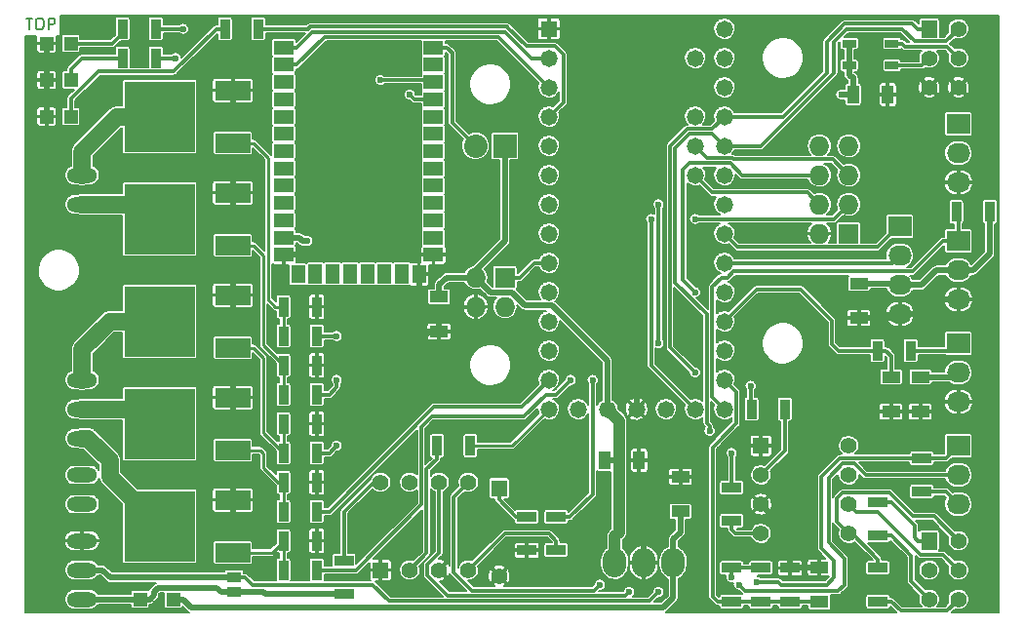
<source format=gbr>
G04 #@! TF.FileFunction,Copper,L1,Top,Signal*
%FSLAX46Y46*%
G04 Gerber Fmt 4.6, Leading zero omitted, Abs format (unit mm)*
G04 Created by KiCad (PCBNEW (after 2015-mar-04 BZR unknown)-product) date 16.04.2015 12:36:32*
%MOMM*%
G01*
G04 APERTURE LIST*
%ADD10C,0.100000*%
%ADD11C,0.150000*%
%ADD12R,2.032000X1.727200*%
%ADD13O,2.032000X1.727200*%
%ADD14O,2.613660X1.305560*%
%ADD15R,1.699260X1.198880*%
%ADD16R,1.198880X1.597660*%
%ADD17R,1.198880X1.699260*%
%ADD18C,1.473200*%
%ADD19R,1.473200X1.473200*%
%ADD20R,1.198880X1.198880*%
%ADD21R,1.600000X1.000000*%
%ADD22O,2.032000X2.540000*%
%ADD23R,0.900000X1.700000*%
%ADD24R,3.048000X1.651000*%
%ADD25R,6.096000X6.096000*%
%ADD26R,1.397000X1.397000*%
%ADD27C,1.397000*%
%ADD28R,1.700000X0.900000*%
%ADD29R,1.727200X1.727200*%
%ADD30O,1.727200X1.727200*%
%ADD31R,2.032000X2.032000*%
%ADD32O,2.032000X2.032000*%
%ADD33R,1.270000X0.965200*%
%ADD34R,1.000000X1.600000*%
%ADD35R,1.198880X0.701040*%
%ADD36R,1.422400X1.422400*%
%ADD37C,1.422400*%
%ADD38R,1.400000X1.500000*%
%ADD39C,1.400000*%
%ADD40C,0.600000*%
%ADD41C,1.000000*%
%ADD42C,0.500000*%
%ADD43C,0.300000*%
%ADD44C,0.250000*%
%ADD45C,1.000000*%
%ADD46C,0.700000*%
%ADD47C,1.500000*%
%ADD48C,2.000000*%
G04 APERTURE END LIST*
D10*
D11*
X89241476Y-74001381D02*
X89812905Y-74001381D01*
X89527190Y-75001381D02*
X89527190Y-74001381D01*
X90336714Y-74001381D02*
X90527191Y-74001381D01*
X90622429Y-74049000D01*
X90717667Y-74144238D01*
X90765286Y-74334714D01*
X90765286Y-74668048D01*
X90717667Y-74858524D01*
X90622429Y-74953762D01*
X90527191Y-75001381D01*
X90336714Y-75001381D01*
X90241476Y-74953762D01*
X90146238Y-74858524D01*
X90098619Y-74668048D01*
X90098619Y-74334714D01*
X90146238Y-74144238D01*
X90241476Y-74049000D01*
X90336714Y-74001381D01*
X91193857Y-75001381D02*
X91193857Y-74001381D01*
X91574810Y-74001381D01*
X91670048Y-74049000D01*
X91717667Y-74096619D01*
X91765286Y-74191857D01*
X91765286Y-74334714D01*
X91717667Y-74429952D01*
X91670048Y-74477571D01*
X91574810Y-74525190D01*
X91193857Y-74525190D01*
D12*
X170180000Y-93345000D03*
D13*
X170180000Y-95885000D03*
X170180000Y-98425000D03*
D12*
X170180000Y-102235000D03*
D13*
X170180000Y-104775000D03*
X170180000Y-107315000D03*
D12*
X170180000Y-83185000D03*
D13*
X170180000Y-85725000D03*
X170180000Y-88265000D03*
D14*
X94107000Y-116205000D03*
X94107000Y-113665000D03*
D15*
X111610140Y-91549220D03*
X111610140Y-93050360D03*
X111610140Y-94548960D03*
X111610140Y-90050620D03*
X111610140Y-88549480D03*
X111610140Y-87050880D03*
X111610140Y-85549740D03*
X111610140Y-84051140D03*
X111610140Y-82550000D03*
X111610140Y-81048860D03*
X111610140Y-79550260D03*
X111610140Y-78049120D03*
X111610140Y-76550520D03*
D16*
X112859820Y-96245680D03*
D17*
X114363500Y-96199960D03*
X115862100Y-96199960D03*
X117360700Y-96199960D03*
X118859300Y-96199960D03*
X120357900Y-96199960D03*
X121856500Y-96199960D03*
D16*
X123355100Y-96248220D03*
D15*
X124609860Y-94548960D03*
X124609860Y-93050360D03*
X124609860Y-91546680D03*
X124609860Y-90050620D03*
X124609860Y-88549480D03*
X124609860Y-87050880D03*
X124609860Y-85549740D03*
X124609860Y-84051140D03*
X124609860Y-82550000D03*
X124609860Y-81048860D03*
X124609860Y-79550260D03*
X124609860Y-78049120D03*
X124609860Y-76550520D03*
D18*
X134620000Y-77470000D03*
X134620000Y-80010000D03*
X134620000Y-82550000D03*
X134620000Y-85090000D03*
X149860000Y-80010000D03*
X139700000Y-107950000D03*
X134620000Y-87630000D03*
X134620000Y-90170000D03*
X134620000Y-92710000D03*
X134620000Y-95250000D03*
X134620000Y-97790000D03*
X134620000Y-100330000D03*
X134620000Y-102870000D03*
X134620000Y-105410000D03*
X134620000Y-107950000D03*
X149860000Y-107950000D03*
X149860000Y-105410000D03*
X149860000Y-102870000D03*
X149860000Y-100330000D03*
X149860000Y-97790000D03*
X149860000Y-95250000D03*
X149860000Y-92710000D03*
X149860000Y-90170000D03*
X149860000Y-87630000D03*
X149860000Y-85090000D03*
X149860000Y-82550000D03*
X147320000Y-85090000D03*
X147320000Y-87630000D03*
X147320000Y-107950000D03*
X149860000Y-77470000D03*
X147320000Y-82550000D03*
D19*
X134620000Y-74930000D03*
D18*
X142240000Y-107950000D03*
X144780000Y-107950000D03*
X137160000Y-107950000D03*
X149860000Y-74930000D03*
X147320000Y-77470000D03*
D20*
X99133660Y-124460000D03*
X102034340Y-124460000D03*
D21*
X158115000Y-124690000D03*
X158115000Y-121690000D03*
D22*
X142875000Y-121285000D03*
X140335000Y-121285000D03*
X145415000Y-121285000D03*
D23*
X111580000Y-121920000D03*
X114480000Y-121920000D03*
D24*
X107188000Y-120396000D03*
D25*
X100838000Y-118110000D03*
D24*
X107188000Y-115824000D03*
D23*
X111580000Y-119380000D03*
X114480000Y-119380000D03*
X111580000Y-116840000D03*
X114480000Y-116840000D03*
D24*
X107188000Y-111506000D03*
D25*
X100838000Y-109220000D03*
D24*
X107188000Y-106934000D03*
X107188000Y-102616000D03*
D25*
X100838000Y-100330000D03*
D24*
X107188000Y-98044000D03*
X107188000Y-93726000D03*
D25*
X100838000Y-91440000D03*
D24*
X107188000Y-89154000D03*
X107188000Y-84836000D03*
D25*
X100838000Y-82550000D03*
D24*
X107188000Y-80264000D03*
D23*
X111580000Y-114300000D03*
X114480000Y-114300000D03*
X111580000Y-111760000D03*
X114480000Y-111760000D03*
X111580000Y-109220000D03*
X114480000Y-109220000D03*
X111580000Y-106680000D03*
X114480000Y-106680000D03*
X111580000Y-104140000D03*
X114480000Y-104140000D03*
X111580000Y-101600000D03*
X114480000Y-101600000D03*
X111580000Y-99060000D03*
X114480000Y-99060000D03*
D26*
X120015000Y-121920000D03*
D27*
X122555000Y-121920000D03*
X125095000Y-121920000D03*
X127635000Y-121920000D03*
X127635000Y-114300000D03*
X125095000Y-114300000D03*
X122555000Y-114300000D03*
X120015000Y-114300000D03*
D23*
X124915000Y-111125000D03*
X127815000Y-111125000D03*
D28*
X116840000Y-124005000D03*
X116840000Y-121105000D03*
X132715000Y-117295000D03*
X132715000Y-120195000D03*
X135255000Y-120195000D03*
X135255000Y-117295000D03*
X167005000Y-112215000D03*
X167005000Y-115115000D03*
D29*
X160655000Y-92710000D03*
D30*
X158115000Y-92710000D03*
X160655000Y-90170000D03*
X158115000Y-90170000D03*
X160655000Y-87630000D03*
X158115000Y-87630000D03*
X160655000Y-85090000D03*
X158115000Y-85090000D03*
D26*
X153035000Y-111125000D03*
D27*
X153035000Y-113665000D03*
X153035000Y-116205000D03*
X153035000Y-118745000D03*
X160655000Y-118745000D03*
X160655000Y-116205000D03*
X160655000Y-113665000D03*
X160655000Y-111125000D03*
D23*
X155120000Y-107950000D03*
X152220000Y-107950000D03*
D28*
X163195000Y-116025000D03*
X163195000Y-118925000D03*
X150495000Y-117655000D03*
X150495000Y-114755000D03*
X163195000Y-121740000D03*
X163195000Y-124640000D03*
D29*
X130810000Y-96520000D03*
D30*
X130810000Y-99060000D03*
X128270000Y-96520000D03*
X128270000Y-99060000D03*
D12*
X165100000Y-92075000D03*
D13*
X165100000Y-94615000D03*
X165100000Y-97155000D03*
X165100000Y-99695000D03*
D31*
X130810000Y-85090000D03*
D32*
X128270000Y-85090000D03*
D23*
X109400000Y-74930000D03*
X106500000Y-74930000D03*
X100510000Y-77470000D03*
X97610000Y-77470000D03*
X100510000Y-74930000D03*
X97610000Y-74930000D03*
X172900000Y-90805000D03*
X170000000Y-90805000D03*
D20*
X93124020Y-82550000D03*
X91025980Y-82550000D03*
X93124020Y-76200000D03*
X91025980Y-76200000D03*
X93124020Y-79375000D03*
X91025980Y-79375000D03*
D33*
X107315000Y-123825000D03*
X107315000Y-122555000D03*
D28*
X150495000Y-121740000D03*
X150495000Y-124640000D03*
X153035000Y-121740000D03*
X153035000Y-124640000D03*
X155575000Y-124640000D03*
X155575000Y-121740000D03*
D34*
X161060000Y-80645000D03*
X164060000Y-80645000D03*
D21*
X166878000Y-105180000D03*
X166878000Y-108180000D03*
X125095000Y-98195000D03*
X125095000Y-101195000D03*
X161544000Y-97052000D03*
X161544000Y-100052000D03*
X146050000Y-116816000D03*
X146050000Y-113816000D03*
D34*
X139470000Y-112395000D03*
X142470000Y-112395000D03*
D21*
X164338000Y-105180000D03*
X164338000Y-108180000D03*
D23*
X166042000Y-102870000D03*
X163142000Y-102870000D03*
D35*
X160710880Y-78105000D03*
X164409120Y-78105000D03*
X160710880Y-76200000D03*
X164409120Y-76200000D03*
D36*
X130302000Y-114808000D03*
D37*
X130302000Y-122428000D03*
D14*
X94107000Y-124460000D03*
X94107000Y-121920000D03*
X94107000Y-119380000D03*
X94107000Y-110490000D03*
X94107000Y-107950000D03*
X94107000Y-105410000D03*
X94107000Y-90170000D03*
X94107000Y-87630000D03*
D38*
X167640000Y-74930000D03*
D39*
X170180000Y-74930000D03*
X167640000Y-77470000D03*
X170180000Y-77470000D03*
X167640000Y-80010000D03*
X170180000Y-80010000D03*
D38*
X167640000Y-119380000D03*
D39*
X170180000Y-119380000D03*
X167640000Y-121920000D03*
X170180000Y-121920000D03*
X167640000Y-124460000D03*
X170180000Y-124460000D03*
D12*
X170180000Y-111125000D03*
D13*
X170180000Y-113665000D03*
X170180000Y-116205000D03*
D40*
X143764000Y-114808000D03*
X143764000Y-116586000D03*
X143256000Y-118364000D03*
X156845000Y-113030000D03*
X156845000Y-115570000D03*
X156845000Y-118110000D03*
X119380000Y-109220000D03*
X121920000Y-106680000D03*
X121920000Y-103505000D03*
D41*
X165735000Y-88265000D03*
D40*
X142240000Y-94615000D03*
X142240000Y-102235000D03*
X142240000Y-105410000D03*
X99060000Y-113665000D03*
X101600000Y-113665000D03*
X104140000Y-113665000D03*
X106680000Y-113665000D03*
X107315000Y-82550000D03*
X117475000Y-78740000D03*
X117475000Y-81915000D03*
X117475000Y-85725000D03*
X117475000Y-88900000D03*
X117475000Y-92075000D03*
X107315000Y-118110000D03*
X96520000Y-104775000D03*
X99060000Y-104775000D03*
X101600000Y-104775000D03*
X104140000Y-104775000D03*
X106680000Y-104775000D03*
X107315000Y-109220000D03*
X107315000Y-100330000D03*
X96520000Y-95885000D03*
X99060000Y-95885000D03*
X101600000Y-95885000D03*
X104140000Y-95885000D03*
X106680000Y-95885000D03*
X107315000Y-91440000D03*
X96520000Y-86995000D03*
X99060000Y-86995000D03*
X101600000Y-86995000D03*
X104140000Y-86995000D03*
X106680000Y-86995000D03*
X113665000Y-93345000D03*
X160020000Y-80645000D03*
X139065000Y-123190000D03*
X152654000Y-122936000D03*
X143510000Y-91440000D03*
X147320000Y-91440000D03*
X147320000Y-97790000D03*
X144145000Y-90170000D03*
X144145000Y-102235000D03*
X136525000Y-105410000D03*
X152146000Y-105918000D03*
X147320000Y-104775000D03*
X150495000Y-111760000D03*
X148590000Y-109855000D03*
X116205000Y-111125000D03*
X116205000Y-105410000D03*
X116205000Y-101600000D03*
X138430000Y-105410000D03*
X102235000Y-77470000D03*
X120015000Y-79375000D03*
X102870000Y-74930000D03*
X122555000Y-80645000D03*
X144145000Y-123825000D03*
X150495000Y-122555000D03*
X151130000Y-123190000D03*
X141605000Y-123825000D03*
D42*
X143764000Y-116586000D02*
X143764000Y-114808000D01*
X142875000Y-121285000D02*
X142875000Y-118745000D01*
X142875000Y-118745000D02*
X143256000Y-118364000D01*
X156845000Y-115570000D02*
X156845000Y-113030000D01*
X155575000Y-118745000D02*
X156210000Y-118745000D01*
X156210000Y-118745000D02*
X156845000Y-118110000D01*
X121920000Y-106680000D02*
X119380000Y-109220000D01*
X125095000Y-101195000D02*
X124230000Y-101195000D01*
X124230000Y-101195000D02*
X121920000Y-103505000D01*
X142240000Y-102235000D02*
X142240000Y-94615000D01*
X142240000Y-107950000D02*
X142240000Y-105410000D01*
X104140000Y-113665000D02*
X101600000Y-113665000D01*
X107188000Y-115824000D02*
X107188000Y-114173000D01*
X107188000Y-114173000D02*
X106680000Y-113665000D01*
X107188000Y-80264000D02*
X107188000Y-82423000D01*
X107188000Y-82423000D02*
X107315000Y-82550000D01*
X117475000Y-81915000D02*
X117475000Y-78740000D01*
X117475000Y-88900000D02*
X117475000Y-85725000D01*
X111610140Y-94548960D02*
X115001040Y-94548960D01*
X115001040Y-94548960D02*
X117475000Y-92075000D01*
X107188000Y-115824000D02*
X107188000Y-117983000D01*
X107188000Y-117983000D02*
X107315000Y-118110000D01*
X101600000Y-104775000D02*
X99060000Y-104775000D01*
X104140000Y-104775000D02*
X101600000Y-104775000D01*
X107188000Y-106934000D02*
X107188000Y-105283000D01*
X107188000Y-105283000D02*
X106680000Y-104775000D01*
X107188000Y-106934000D02*
X107188000Y-109093000D01*
X107188000Y-109093000D02*
X107315000Y-109220000D01*
X107188000Y-98044000D02*
X107188000Y-100203000D01*
X107188000Y-100203000D02*
X107315000Y-100330000D01*
X99060000Y-95885000D02*
X96520000Y-95885000D01*
X104140000Y-95885000D02*
X101600000Y-95885000D01*
X107188000Y-98044000D02*
X107188000Y-96393000D01*
X107188000Y-96393000D02*
X106680000Y-95885000D01*
X107188000Y-89154000D02*
X107188000Y-91313000D01*
X107188000Y-91313000D02*
X107315000Y-91440000D01*
X99060000Y-86995000D02*
X96520000Y-86995000D01*
X104140000Y-86995000D02*
X101600000Y-86995000D01*
X107188000Y-89154000D02*
X107188000Y-87503000D01*
X107188000Y-87503000D02*
X106680000Y-86995000D01*
X91025980Y-79375000D02*
X91025980Y-81915000D01*
X91025980Y-76200000D02*
X91025980Y-79375000D01*
X161544000Y-100052000D02*
X164743000Y-100052000D01*
X164743000Y-100052000D02*
X165100000Y-99695000D01*
X155575000Y-121740000D02*
X155575000Y-118745000D01*
X155575000Y-118745000D02*
X153035000Y-116205000D01*
X158115000Y-121690000D02*
X155625000Y-121690000D01*
X155625000Y-121690000D02*
X155575000Y-121740000D01*
X169950000Y-107545000D02*
X170180000Y-107315000D01*
X168275000Y-98425000D02*
X167005000Y-99695000D01*
X167005000Y-99695000D02*
X165100000Y-99695000D01*
X170180000Y-98425000D02*
X168275000Y-98425000D01*
X142240000Y-112165000D02*
X142470000Y-112395000D01*
X142470000Y-120880000D02*
X142875000Y-121285000D01*
X125095000Y-101195000D02*
X125095000Y-100330000D01*
X125095000Y-100330000D02*
X126365000Y-99060000D01*
D43*
X126365000Y-99060000D02*
X128270000Y-99060000D01*
D42*
X123795000Y-101195000D02*
X125095000Y-101195000D01*
X123355100Y-100755100D02*
X123795000Y-101195000D01*
X123355100Y-96248220D02*
X123355100Y-100755100D01*
D44*
X110564000Y-120396000D02*
X111580000Y-119380000D01*
X107188000Y-120396000D02*
X110564000Y-120396000D01*
X111580000Y-121920000D02*
X111580000Y-119380000D01*
D43*
X130827069Y-75201069D02*
X133096000Y-77470000D01*
X133096000Y-77470000D02*
X134620000Y-77470000D01*
X112759770Y-76550520D02*
X114109221Y-75201069D01*
X114109221Y-75201069D02*
X130827069Y-75201069D01*
X111610140Y-76550520D02*
X112759770Y-76550520D01*
X130682947Y-76072947D02*
X134620000Y-80010000D01*
X115157811Y-75651079D02*
X130264043Y-75651079D01*
X130682947Y-76072947D02*
X130682947Y-76069983D01*
X130682947Y-76069983D02*
X130264043Y-75651079D01*
X111610140Y-78049120D02*
X112759770Y-78049120D01*
X112759770Y-78049120D02*
X115157811Y-75651079D01*
D44*
X111580000Y-116840000D02*
X111580000Y-114300000D01*
X111125000Y-114300000D02*
X109855000Y-113030000D01*
X109855000Y-113030000D02*
X109855000Y-111760000D01*
X109855000Y-111760000D02*
X109601000Y-111506000D01*
X109601000Y-111506000D02*
X107188000Y-111506000D01*
X111580000Y-114300000D02*
X111125000Y-114300000D01*
X111580000Y-111760000D02*
X111580000Y-109220000D01*
X108966000Y-102616000D02*
X109855000Y-103505000D01*
X109855000Y-103505000D02*
X109855000Y-110035000D01*
X109855000Y-110035000D02*
X111580000Y-111760000D01*
X107188000Y-102616000D02*
X108966000Y-102616000D01*
X111580000Y-106680000D02*
X111580000Y-104140000D01*
X108966000Y-93726000D02*
X109855000Y-94615000D01*
X109855000Y-94615000D02*
X109855000Y-102415000D01*
X109855000Y-102415000D02*
X111580000Y-104140000D01*
X107188000Y-93726000D02*
X108966000Y-93726000D01*
X111580000Y-101600000D02*
X111580000Y-99060000D01*
X110255010Y-98435010D02*
X110255010Y-86125010D01*
X110880000Y-99060000D02*
X110255010Y-98435010D01*
X111580000Y-99060000D02*
X110880000Y-99060000D01*
X108966000Y-84836000D02*
X107188000Y-84836000D01*
X110255010Y-86125010D02*
X108966000Y-84836000D01*
D42*
X139470000Y-112395000D02*
X140697627Y-112395000D01*
X140697627Y-112395000D02*
X140716000Y-112376627D01*
D45*
X140716000Y-118634000D02*
X140716000Y-112376627D01*
X140716000Y-112376627D02*
X140716000Y-108966000D01*
X140716000Y-108966000D02*
X139700000Y-107950000D01*
X140335000Y-121285000D02*
X140335000Y-119015000D01*
X140335000Y-119015000D02*
X140716000Y-118634000D01*
D42*
X161544000Y-97052000D02*
X164997000Y-97052000D01*
X164997000Y-97052000D02*
X165100000Y-97155000D01*
X125730000Y-96520000D02*
X125095000Y-97155000D01*
X125095000Y-97155000D02*
X125095000Y-98195000D01*
X128270000Y-96520000D02*
X125730000Y-96520000D01*
X169950000Y-104545000D02*
X170180000Y-104775000D01*
X168275000Y-95885000D02*
X167005000Y-97155000D01*
X167005000Y-97155000D02*
X165100000Y-97155000D01*
X170180000Y-95885000D02*
X168275000Y-95885000D01*
X171450000Y-95885000D02*
X172900000Y-94435000D01*
X172900000Y-94435000D02*
X172900000Y-90805000D01*
X170180000Y-95885000D02*
X171450000Y-95885000D01*
X139470000Y-108180000D02*
X139700000Y-107950000D01*
X134898771Y-98926601D02*
X132546731Y-98926601D01*
X139700000Y-103727830D02*
X134898771Y-98926601D01*
X139700000Y-107950000D02*
X139700000Y-103727830D01*
X132546731Y-98926601D02*
X131410130Y-97790000D01*
X129540000Y-97790000D02*
X128270000Y-96520000D01*
X131410130Y-97790000D02*
X129540000Y-97790000D01*
X130810000Y-93345000D02*
X130810000Y-85090000D01*
X128270000Y-95885000D02*
X130810000Y-93345000D01*
X128270000Y-96520000D02*
X128270000Y-95885000D01*
X112959770Y-93050360D02*
X113254410Y-93345000D01*
X111610140Y-93050360D02*
X112959770Y-93050360D01*
X113254410Y-93345000D02*
X113665000Y-93345000D01*
X160710880Y-76200000D02*
X160710880Y-78105000D01*
X161060000Y-80645000D02*
X161060000Y-79145000D01*
X160710880Y-78955520D02*
X160710880Y-78105000D01*
X160900360Y-79145000D02*
X160710880Y-78955520D01*
X161060000Y-79145000D02*
X160900360Y-79145000D01*
X160020000Y-80645000D02*
X161060000Y-80645000D01*
X169775000Y-105180000D02*
X170180000Y-104775000D01*
X166878000Y-105180000D02*
X169775000Y-105180000D01*
D43*
X167005000Y-78105000D02*
X167640000Y-77470000D01*
X164409120Y-78105000D02*
X167005000Y-78105000D01*
X139065000Y-123190000D02*
X138550369Y-123704631D01*
X138550369Y-123704631D02*
X127941849Y-123704631D01*
X154818451Y-123190000D02*
X158758054Y-123190000D01*
X154818451Y-123190000D02*
X154564451Y-122936000D01*
X154564451Y-122936000D02*
X152654000Y-122936000D01*
X159385000Y-122572746D02*
X159385000Y-121119998D01*
X159385000Y-122572746D02*
X159375308Y-122572746D01*
X159375308Y-122572746D02*
X158758054Y-123190000D01*
X159385000Y-121119998D02*
X158280002Y-120015000D01*
X158280002Y-120015000D02*
X158280002Y-113830002D01*
X158280002Y-113830002D02*
X159895004Y-112215000D01*
X159895004Y-112215000D02*
X167005000Y-112215000D01*
X167005000Y-112215000D02*
X169090000Y-112215000D01*
X169090000Y-112215000D02*
X170180000Y-111125000D01*
X127635000Y-114300000D02*
X126365000Y-115570000D01*
X126365000Y-115570000D02*
X126365000Y-122127782D01*
X126365000Y-122127782D02*
X127941849Y-123704631D01*
X143510000Y-91440000D02*
X143510000Y-104140000D01*
X143510000Y-104140000D02*
X147320000Y-107950000D01*
X160655000Y-90170000D02*
X159385000Y-91440000D01*
X159385000Y-91440000D02*
X147320000Y-91440000D01*
X158115000Y-90170000D02*
X157078399Y-89133399D01*
X157078399Y-89133399D02*
X148823399Y-89133399D01*
X148823399Y-89133399D02*
X147320000Y-87630000D01*
X148373389Y-86143389D02*
X150543969Y-86143389D01*
X150543969Y-86143389D02*
X150654181Y-86253601D01*
X147320000Y-85090000D02*
X148373389Y-86143389D01*
X150654181Y-86253601D02*
X159278601Y-86253601D01*
X159278601Y-86253601D02*
X160655000Y-87630000D01*
X146283399Y-87132431D02*
X146283399Y-96753399D01*
X146822431Y-86593399D02*
X146283399Y-87132431D01*
X150357569Y-86593399D02*
X146822431Y-86593399D01*
X158115000Y-87630000D02*
X151394170Y-87630000D01*
X151394170Y-87630000D02*
X150357569Y-86593399D01*
X146283399Y-96753399D02*
X147320000Y-97790000D01*
X144145000Y-90170000D02*
X144145000Y-102235000D01*
X134620000Y-82550000D02*
X135890000Y-81280000D01*
X135890000Y-81280000D02*
X135890000Y-77205830D01*
X135890000Y-77205830D02*
X135117569Y-76433399D01*
X135117569Y-76433399D02*
X132695809Y-76433399D01*
X132695809Y-76433399D02*
X131029074Y-74766664D01*
X131029074Y-74766664D02*
X131029074Y-74751059D01*
X131029074Y-74751059D02*
X113922821Y-74751059D01*
X113922821Y-74751059D02*
X113743880Y-74930000D01*
X113743880Y-74930000D02*
X109400000Y-74930000D01*
X134620000Y-95250000D02*
X133350000Y-95250000D01*
X132080000Y-96520000D02*
X130810000Y-96520000D01*
X133350000Y-95250000D02*
X132080000Y-96520000D01*
X170180000Y-90985000D02*
X170000000Y-90805000D01*
X170180000Y-93345000D02*
X170180000Y-90985000D01*
X170180000Y-93345000D02*
X168864000Y-93345000D01*
X168864000Y-93345000D02*
X166217611Y-95991390D01*
X150652780Y-95991390D02*
X150124170Y-96520000D01*
X166217611Y-95991390D02*
X150652780Y-95991390D01*
X150124170Y-96520000D02*
X149595830Y-96520000D01*
X149595830Y-96520000D02*
X148823399Y-97292431D01*
X148823399Y-106913399D02*
X149860000Y-107950000D01*
X148823399Y-97292431D02*
X148823399Y-106913399D01*
X149860000Y-105410000D02*
X150896601Y-106446601D01*
X150896601Y-106446601D02*
X150896601Y-109193749D01*
X149278000Y-124640000D02*
X150495000Y-124640000D01*
X150896601Y-109193749D02*
X149344999Y-110745351D01*
X149344999Y-110745351D02*
X149344999Y-110751001D01*
X149344999Y-110751001D02*
X148844000Y-111252000D01*
X148844000Y-111252000D02*
X148844000Y-124206000D01*
X148844000Y-124206000D02*
X149278000Y-124640000D01*
X155575000Y-124640000D02*
X158065000Y-124640000D01*
X158065000Y-124640000D02*
X158115000Y-124690000D01*
X153035000Y-124640000D02*
X155575000Y-124640000D01*
X150495000Y-124640000D02*
X153035000Y-124640000D01*
X156464000Y-97536000D02*
X159205000Y-100277000D01*
X156464000Y-97536000D02*
X152654000Y-97536000D01*
X152654000Y-97536000D02*
X149860000Y-100330000D01*
X163892000Y-102870000D02*
X163142000Y-102870000D01*
X164338000Y-103316000D02*
X163892000Y-102870000D01*
X164338000Y-105180000D02*
X164338000Y-103316000D01*
X159205000Y-100277000D02*
X159205000Y-102309000D01*
X159766000Y-102870000D02*
X163142000Y-102870000D01*
X159205000Y-102309000D02*
X159766000Y-102870000D01*
X149860000Y-95250000D02*
X164465000Y-95250000D01*
X164465000Y-95250000D02*
X165100000Y-94615000D01*
X149860000Y-92710000D02*
X151023601Y-93873601D01*
X151023601Y-93873601D02*
X163148999Y-93873601D01*
X164947600Y-92075000D02*
X165100000Y-92075000D01*
X163148999Y-93873601D02*
X164947600Y-92075000D01*
X169168799Y-76458799D02*
X170180000Y-77470000D01*
X165567359Y-76458799D02*
X169168799Y-76458799D01*
X165308560Y-76200000D02*
X165567359Y-76458799D01*
X164409120Y-76200000D02*
X165308560Y-76200000D01*
X130302000Y-115819200D02*
X130302000Y-114808000D01*
X131777800Y-117295000D02*
X130302000Y-115819200D01*
X132715000Y-117295000D02*
X131777800Y-117295000D01*
X117865002Y-121920000D02*
X114480000Y-121920000D01*
X123553501Y-109491499D02*
X123553501Y-116231501D01*
X124460000Y-108585000D02*
X123553501Y-109491499D01*
X132450830Y-108585000D02*
X124460000Y-108585000D01*
X123553501Y-116231501D02*
X117865002Y-121920000D01*
X134355830Y-106680000D02*
X132450830Y-108585000D01*
X135255000Y-106680000D02*
X134355830Y-106680000D01*
X136525000Y-105410000D02*
X135255000Y-106680000D01*
X152146000Y-105918000D02*
X152146000Y-107876000D01*
X152146000Y-107876000D02*
X152220000Y-107950000D01*
X166628800Y-74930000D02*
X167640000Y-74930000D01*
X166178790Y-74479990D02*
X166628800Y-74930000D01*
X160304518Y-74479990D02*
X166178790Y-74479990D01*
X158750000Y-76034508D02*
X160304518Y-74479990D01*
X158750000Y-78740000D02*
X158750000Y-76034508D01*
X154940000Y-82550000D02*
X158750000Y-78740000D01*
X149860000Y-82550000D02*
X154940000Y-82550000D01*
X146636031Y-83603389D02*
X145149980Y-85089440D01*
X148806611Y-83603389D02*
X146636031Y-83603389D01*
X145149980Y-102604980D02*
X147320000Y-104775000D01*
X145149980Y-85089440D02*
X145149980Y-102604980D01*
X149860000Y-82550000D02*
X148806611Y-83603389D01*
X170180000Y-74930000D02*
X169101211Y-76008789D01*
X159385000Y-76035918D02*
X159385000Y-78741410D01*
X169101211Y-76008789D02*
X166358249Y-76008789D01*
X166358249Y-76008789D02*
X165279460Y-74930000D01*
X165279460Y-74930000D02*
X160490918Y-74930000D01*
X160490918Y-74930000D02*
X159385000Y-76035918D01*
X159385000Y-78741410D02*
X153036410Y-85090000D01*
X153036410Y-85090000D02*
X149860000Y-85090000D01*
X150495000Y-114755000D02*
X150495000Y-111760000D01*
X148590000Y-109430736D02*
X148356601Y-109197337D01*
X148356601Y-109197337D02*
X148356601Y-99714603D01*
X148590000Y-109855000D02*
X148590000Y-109430736D01*
X148356601Y-99714603D02*
X145599990Y-96957992D01*
X145599990Y-96957992D02*
X145599990Y-85275840D01*
X146822431Y-84053399D02*
X148823399Y-84053399D01*
X145599990Y-85275840D02*
X146822431Y-84053399D01*
X148823399Y-84053399D02*
X149860000Y-85090000D01*
X115568590Y-116840000D02*
X124643580Y-107765010D01*
X114480000Y-116840000D02*
X115568590Y-116840000D01*
X124643580Y-107765010D02*
X132264990Y-107765010D01*
X132264990Y-107765010D02*
X134620000Y-105410000D01*
X115570000Y-111760000D02*
X116205000Y-111125000D01*
X114480000Y-111760000D02*
X115570000Y-111760000D01*
X116205000Y-105410000D02*
X116205000Y-106045000D01*
X115570000Y-106680000D02*
X114480000Y-106680000D01*
X116205000Y-106045000D02*
X115570000Y-106680000D01*
X116205000Y-101600000D02*
X114480000Y-101600000D01*
D44*
X134620000Y-107950000D02*
X131445000Y-111125000D01*
X131445000Y-111125000D02*
X127815000Y-111125000D01*
D43*
X138430000Y-105410000D02*
X138430000Y-115316000D01*
X138430000Y-115316000D02*
X136451000Y-117295000D01*
X136451000Y-117295000D02*
X135255000Y-117295000D01*
X167005000Y-115115000D02*
X169090000Y-115115000D01*
X169090000Y-115115000D02*
X170180000Y-116205000D01*
D42*
X99979100Y-124460000D02*
X100330000Y-124109100D01*
X97840634Y-124460000D02*
X99979100Y-124460000D01*
X100330000Y-124109100D02*
X100330000Y-123825000D01*
X100330000Y-123825000D02*
X100694441Y-123460559D01*
X100694441Y-123460559D02*
X105815559Y-123460559D01*
X105815559Y-123460559D02*
X106180000Y-123825000D01*
X106180000Y-123825000D02*
X107315000Y-123825000D01*
X94107000Y-124460000D02*
X97840634Y-124460000D01*
X97840634Y-124460000D02*
X98480880Y-124460000D01*
X116840000Y-124005000D02*
X110035000Y-124005000D01*
X110035000Y-124005000D02*
X109855000Y-123825000D01*
X109855000Y-123825000D02*
X107315000Y-123825000D01*
X98480880Y-124460000D02*
X99133660Y-124460000D01*
D43*
X126238000Y-83058000D02*
X126238000Y-77029030D01*
X126238000Y-77029030D02*
X125759490Y-76550520D01*
X125759490Y-76550520D02*
X124609860Y-76550520D01*
X128270000Y-85090000D02*
X126238000Y-83058000D01*
X93124020Y-82550000D02*
X93124020Y-81015560D01*
X93124020Y-81015560D02*
X95519579Y-78620001D01*
X95519579Y-78620001D02*
X102059999Y-78620001D01*
X102059999Y-78620001D02*
X105750000Y-74930000D01*
X105750000Y-74930000D02*
X106500000Y-74930000D01*
X100510000Y-77470000D02*
X102235000Y-77470000D01*
X124434600Y-79375000D02*
X124609860Y-79550260D01*
X120015000Y-79375000D02*
X124434600Y-79375000D01*
X93124020Y-79375000D02*
X93124020Y-78475560D01*
X93124020Y-78475560D02*
X94129580Y-77470000D01*
X94129580Y-77470000D02*
X97610000Y-77470000D01*
X100510000Y-74930000D02*
X102870000Y-74930000D01*
X122958860Y-81048860D02*
X122555000Y-80645000D01*
X124609860Y-81048860D02*
X122958860Y-81048860D01*
X93124020Y-76200000D02*
X96740000Y-76200000D01*
X96740000Y-76200000D02*
X97610000Y-75330000D01*
X97610000Y-75330000D02*
X97610000Y-74930000D01*
X153035000Y-121740000D02*
X150495000Y-121740000D01*
D42*
X95885000Y-121920000D02*
X96520000Y-122555000D01*
X96520000Y-122555000D02*
X107315000Y-122555000D01*
X94107000Y-121920000D02*
X95885000Y-121920000D01*
D43*
X150495000Y-122555000D02*
X150495000Y-121740000D01*
X143365349Y-124604651D02*
X144145000Y-123825000D01*
X107315000Y-122555000D02*
X108250001Y-122555001D01*
X119347998Y-123190000D02*
X120762649Y-124604651D01*
X108250001Y-122555001D02*
X108885000Y-123190000D01*
X108885000Y-123190000D02*
X119347998Y-123190000D01*
X120762649Y-124604651D02*
X143365349Y-124604651D01*
X124915000Y-111125000D02*
X124915000Y-112275000D01*
X124915000Y-112275000D02*
X124003511Y-113186489D01*
X124003511Y-113186489D02*
X124003511Y-120471489D01*
X124003511Y-120471489D02*
X122555000Y-121920000D01*
X135255000Y-119380000D02*
X135255000Y-120195000D01*
X134620000Y-118745000D02*
X135255000Y-119380000D01*
X130810000Y-118745000D02*
X134620000Y-118745000D01*
X127635000Y-121920000D02*
X130810000Y-118745000D01*
X120015000Y-114300000D02*
X119380000Y-114300000D01*
X119380000Y-114300000D02*
X116840000Y-116840000D01*
X116840000Y-116840000D02*
X116840000Y-121105000D01*
X153035000Y-113665000D02*
X155120000Y-111580000D01*
X155120000Y-111580000D02*
X155120000Y-107950000D01*
X150835000Y-118745000D02*
X153035000Y-118745000D01*
X150495000Y-118405000D02*
X150835000Y-118745000D01*
X150495000Y-117655000D02*
X150495000Y-118405000D01*
X169545000Y-102870000D02*
X170180000Y-102235000D01*
X166042000Y-102870000D02*
X169545000Y-102870000D01*
D42*
X146050000Y-116816000D02*
X146050000Y-118618000D01*
X145415000Y-119253000D02*
X145415000Y-121285000D01*
X146050000Y-118618000D02*
X145415000Y-119253000D01*
X102879780Y-124460000D02*
X101780340Y-124460000D01*
X103574441Y-125154661D02*
X102879780Y-124460000D01*
X144593339Y-125154661D02*
X103574441Y-125154661D01*
X145415000Y-124333000D02*
X144593339Y-125154661D01*
X145415000Y-121285000D02*
X145415000Y-124333000D01*
X102879780Y-124460000D02*
X102034340Y-124460000D01*
D43*
X124096499Y-121440719D02*
X124096499Y-122399281D01*
X124096499Y-122399281D02*
X125851858Y-124154640D01*
X125095000Y-114300000D02*
X125095000Y-120442218D01*
X125095000Y-120442218D02*
X124096499Y-121440719D01*
X141275360Y-124154640D02*
X125851858Y-124154640D01*
X151130000Y-123190000D02*
X151679998Y-123739998D01*
X151679998Y-123739998D02*
X159733245Y-123739998D01*
X161134281Y-112666499D02*
X162132782Y-113665000D01*
X159733245Y-123739998D02*
X160283243Y-123190000D01*
X160283243Y-123190000D02*
X160283243Y-120913243D01*
X160283243Y-120913243D02*
X158915001Y-119545001D01*
X158915001Y-119545001D02*
X158915001Y-113927217D01*
X158915001Y-113927217D02*
X160175719Y-112666499D01*
X160175719Y-112666499D02*
X161134281Y-112666499D01*
X162132782Y-113665000D02*
X170180000Y-113665000D01*
X141605000Y-123825000D02*
X141275360Y-124154640D01*
X166079265Y-122899265D02*
X167640000Y-124460000D01*
X166079265Y-120659265D02*
X166079265Y-122899265D01*
X164345000Y-118925000D02*
X166079265Y-120659265D01*
X163195000Y-118925000D02*
X164345000Y-118925000D01*
D46*
X167640000Y-124460000D02*
X167894000Y-124460000D01*
D43*
X166266351Y-117256349D02*
X164216501Y-115206499D01*
X166266351Y-117256349D02*
X168056349Y-117256349D01*
X168056349Y-117256349D02*
X170180000Y-119380000D01*
X164216501Y-115206499D02*
X160175719Y-115206499D01*
X160175719Y-115206499D02*
X159656499Y-115725719D01*
X159656499Y-115725719D02*
X159656499Y-117746499D01*
X159656499Y-117746499D02*
X160655000Y-118745000D01*
X163195000Y-121740000D02*
X163195000Y-120990000D01*
X163195000Y-120990000D02*
X160950000Y-118745000D01*
X160950000Y-118745000D02*
X160655000Y-118745000D01*
X170180000Y-121920000D02*
X168869854Y-120609854D01*
X168869854Y-120609854D02*
X166907452Y-120609854D01*
X166907452Y-120609854D02*
X163201097Y-116903499D01*
X163201097Y-116903499D02*
X161353499Y-116903499D01*
X161353499Y-116903499D02*
X160655000Y-116205000D01*
X163595000Y-116025000D02*
X163195000Y-116025000D01*
X166628800Y-119380000D02*
X167640000Y-119380000D01*
X166370000Y-119121200D02*
X166628800Y-119380000D01*
X166370000Y-118050000D02*
X166370000Y-119121200D01*
X164345000Y-116025000D02*
X166370000Y-118050000D01*
X163195000Y-116025000D02*
X164345000Y-116025000D01*
X163195000Y-124640000D02*
X164345000Y-124640000D01*
X164345000Y-124640000D02*
X165176201Y-125471201D01*
X165176201Y-125471201D02*
X169168799Y-125471201D01*
X169168799Y-125471201D02*
X170180000Y-124460000D01*
D47*
X96520000Y-113792000D02*
X100838000Y-118110000D01*
X96520000Y-112395000D02*
X96520000Y-113792000D01*
X94615000Y-110490000D02*
X96520000Y-112395000D01*
X94107000Y-110490000D02*
X94615000Y-110490000D01*
X99568000Y-107950000D02*
X100838000Y-109220000D01*
X94107000Y-107950000D02*
X99568000Y-107950000D01*
X94107000Y-102743000D02*
X96520000Y-100330000D01*
X96520000Y-100330000D02*
X100838000Y-100330000D01*
X94107000Y-105410000D02*
X94107000Y-102743000D01*
D48*
X99568000Y-90170000D02*
X100838000Y-91440000D01*
D47*
X99568000Y-90170000D02*
X100838000Y-91440000D01*
X94107000Y-90170000D02*
X99568000Y-90170000D01*
X94107000Y-85598000D02*
X97155000Y-82550000D01*
X97155000Y-82550000D02*
X100838000Y-82550000D01*
X94107000Y-87630000D02*
X94107000Y-85598000D01*
D11*
G36*
X125396539Y-124229651D02*
X120988500Y-124229651D01*
X120988500Y-122645585D01*
X120988500Y-122591415D01*
X120988500Y-122063750D01*
X120988500Y-121776250D01*
X120988500Y-121248585D01*
X120988500Y-121194415D01*
X120977932Y-121141285D01*
X120957202Y-121091239D01*
X120927106Y-121046198D01*
X120888802Y-121007893D01*
X120843761Y-120977798D01*
X120793714Y-120957068D01*
X120740585Y-120946500D01*
X120158750Y-120946500D01*
X120090000Y-121015250D01*
X120090000Y-121845000D01*
X120919750Y-121845000D01*
X120988500Y-121776250D01*
X120988500Y-122063750D01*
X120919750Y-121995000D01*
X120090000Y-121995000D01*
X120090000Y-122824750D01*
X120158750Y-122893500D01*
X120740585Y-122893500D01*
X120793714Y-122882932D01*
X120843761Y-122862202D01*
X120888802Y-122832107D01*
X120927106Y-122793802D01*
X120957202Y-122748761D01*
X120977932Y-122698715D01*
X120988500Y-122645585D01*
X120988500Y-124229651D01*
X120917979Y-124229651D01*
X119613163Y-122924835D01*
X119586423Y-122902870D01*
X119575255Y-122893500D01*
X119871250Y-122893500D01*
X119940000Y-122824750D01*
X119940000Y-121995000D01*
X119110250Y-121995000D01*
X119041500Y-122063750D01*
X119041500Y-122591415D01*
X119041500Y-122645585D01*
X119052068Y-122698715D01*
X119072798Y-122748761D01*
X119102894Y-122793802D01*
X119124091Y-122815000D01*
X115149707Y-122815000D01*
X115156089Y-122770000D01*
X115156089Y-122295000D01*
X117865002Y-122295000D01*
X117899475Y-122291619D01*
X117933984Y-122288601D01*
X117935879Y-122288050D01*
X117937840Y-122287858D01*
X117970993Y-122277848D01*
X118004265Y-122268182D01*
X118006014Y-122267275D01*
X118007903Y-122266705D01*
X118038512Y-122250429D01*
X118069241Y-122234501D01*
X118070780Y-122233272D01*
X118072524Y-122232345D01*
X118099424Y-122210406D01*
X118126438Y-122188841D01*
X118129180Y-122186137D01*
X118129240Y-122186089D01*
X118129285Y-122186033D01*
X118130167Y-122185165D01*
X119041500Y-121273832D01*
X119041500Y-121776250D01*
X119110250Y-121845000D01*
X119940000Y-121845000D01*
X119940000Y-121015250D01*
X119871250Y-120946500D01*
X119368832Y-120946500D01*
X123628511Y-116686821D01*
X123628511Y-120316159D01*
X122886949Y-121057720D01*
X122829408Y-121033532D01*
X122651999Y-120997116D01*
X122470896Y-120995851D01*
X122292996Y-121029787D01*
X122125076Y-121097631D01*
X121973532Y-121196799D01*
X121844135Y-121323514D01*
X121741815Y-121472948D01*
X121670470Y-121639410D01*
X121632815Y-121816560D01*
X121630287Y-121997650D01*
X121662980Y-122175783D01*
X121729650Y-122344172D01*
X121827758Y-122496405D01*
X121953565Y-122626683D01*
X122102282Y-122730044D01*
X122268242Y-122802550D01*
X122445125Y-122841440D01*
X122626193Y-122845233D01*
X122804549Y-122813784D01*
X122973400Y-122748291D01*
X123126314Y-122651249D01*
X123257467Y-122526353D01*
X123361863Y-122378362D01*
X123435527Y-122212912D01*
X123475651Y-122036305D01*
X123478539Y-121829446D01*
X123443362Y-121651788D01*
X123417146Y-121588183D01*
X124268676Y-120736654D01*
X124290640Y-120709914D01*
X124312929Y-120683352D01*
X124313880Y-120681621D01*
X124315130Y-120680100D01*
X124331488Y-120649592D01*
X124348187Y-120619217D01*
X124348782Y-120617338D01*
X124349715Y-120615600D01*
X124359850Y-120582449D01*
X124370316Y-120549456D01*
X124370535Y-120547498D01*
X124371113Y-120545610D01*
X124374619Y-120511086D01*
X124378474Y-120476725D01*
X124378501Y-120472874D01*
X124378509Y-120472798D01*
X124378502Y-120472726D01*
X124378511Y-120471489D01*
X124378511Y-114887540D01*
X124493565Y-115006683D01*
X124642282Y-115110044D01*
X124720000Y-115143998D01*
X124720000Y-120286888D01*
X123831334Y-121175554D01*
X123809369Y-121202293D01*
X123787081Y-121228856D01*
X123786129Y-121230586D01*
X123784880Y-121232108D01*
X123768521Y-121262615D01*
X123751823Y-121292991D01*
X123751227Y-121294869D01*
X123750295Y-121296608D01*
X123740172Y-121329717D01*
X123729694Y-121362752D01*
X123729473Y-121364714D01*
X123728898Y-121366598D01*
X123725395Y-121401071D01*
X123721536Y-121435483D01*
X123721508Y-121439333D01*
X123721501Y-121439410D01*
X123721507Y-121439481D01*
X123721499Y-121440719D01*
X123721499Y-122399281D01*
X123724879Y-122433754D01*
X123727898Y-122468263D01*
X123728448Y-122470158D01*
X123728641Y-122472119D01*
X123738650Y-122505272D01*
X123748317Y-122538544D01*
X123749223Y-122540293D01*
X123749794Y-122542182D01*
X123766069Y-122572791D01*
X123781998Y-122603520D01*
X123783226Y-122605059D01*
X123784154Y-122606803D01*
X123806092Y-122633703D01*
X123827658Y-122660717D01*
X123830361Y-122663459D01*
X123830410Y-122663519D01*
X123830465Y-122663564D01*
X123831334Y-122664446D01*
X125396539Y-124229651D01*
X125396539Y-124229651D01*
G37*
X125396539Y-124229651D02*
X120988500Y-124229651D01*
X120988500Y-122645585D01*
X120988500Y-122591415D01*
X120988500Y-122063750D01*
X120988500Y-121776250D01*
X120988500Y-121248585D01*
X120988500Y-121194415D01*
X120977932Y-121141285D01*
X120957202Y-121091239D01*
X120927106Y-121046198D01*
X120888802Y-121007893D01*
X120843761Y-120977798D01*
X120793714Y-120957068D01*
X120740585Y-120946500D01*
X120158750Y-120946500D01*
X120090000Y-121015250D01*
X120090000Y-121845000D01*
X120919750Y-121845000D01*
X120988500Y-121776250D01*
X120988500Y-122063750D01*
X120919750Y-121995000D01*
X120090000Y-121995000D01*
X120090000Y-122824750D01*
X120158750Y-122893500D01*
X120740585Y-122893500D01*
X120793714Y-122882932D01*
X120843761Y-122862202D01*
X120888802Y-122832107D01*
X120927106Y-122793802D01*
X120957202Y-122748761D01*
X120977932Y-122698715D01*
X120988500Y-122645585D01*
X120988500Y-124229651D01*
X120917979Y-124229651D01*
X119613163Y-122924835D01*
X119586423Y-122902870D01*
X119575255Y-122893500D01*
X119871250Y-122893500D01*
X119940000Y-122824750D01*
X119940000Y-121995000D01*
X119110250Y-121995000D01*
X119041500Y-122063750D01*
X119041500Y-122591415D01*
X119041500Y-122645585D01*
X119052068Y-122698715D01*
X119072798Y-122748761D01*
X119102894Y-122793802D01*
X119124091Y-122815000D01*
X115149707Y-122815000D01*
X115156089Y-122770000D01*
X115156089Y-122295000D01*
X117865002Y-122295000D01*
X117899475Y-122291619D01*
X117933984Y-122288601D01*
X117935879Y-122288050D01*
X117937840Y-122287858D01*
X117970993Y-122277848D01*
X118004265Y-122268182D01*
X118006014Y-122267275D01*
X118007903Y-122266705D01*
X118038512Y-122250429D01*
X118069241Y-122234501D01*
X118070780Y-122233272D01*
X118072524Y-122232345D01*
X118099424Y-122210406D01*
X118126438Y-122188841D01*
X118129180Y-122186137D01*
X118129240Y-122186089D01*
X118129285Y-122186033D01*
X118130167Y-122185165D01*
X119041500Y-121273832D01*
X119041500Y-121776250D01*
X119110250Y-121845000D01*
X119940000Y-121845000D01*
X119940000Y-121015250D01*
X119871250Y-120946500D01*
X119368832Y-120946500D01*
X123628511Y-116686821D01*
X123628511Y-120316159D01*
X122886949Y-121057720D01*
X122829408Y-121033532D01*
X122651999Y-120997116D01*
X122470896Y-120995851D01*
X122292996Y-121029787D01*
X122125076Y-121097631D01*
X121973532Y-121196799D01*
X121844135Y-121323514D01*
X121741815Y-121472948D01*
X121670470Y-121639410D01*
X121632815Y-121816560D01*
X121630287Y-121997650D01*
X121662980Y-122175783D01*
X121729650Y-122344172D01*
X121827758Y-122496405D01*
X121953565Y-122626683D01*
X122102282Y-122730044D01*
X122268242Y-122802550D01*
X122445125Y-122841440D01*
X122626193Y-122845233D01*
X122804549Y-122813784D01*
X122973400Y-122748291D01*
X123126314Y-122651249D01*
X123257467Y-122526353D01*
X123361863Y-122378362D01*
X123435527Y-122212912D01*
X123475651Y-122036305D01*
X123478539Y-121829446D01*
X123443362Y-121651788D01*
X123417146Y-121588183D01*
X124268676Y-120736654D01*
X124290640Y-120709914D01*
X124312929Y-120683352D01*
X124313880Y-120681621D01*
X124315130Y-120680100D01*
X124331488Y-120649592D01*
X124348187Y-120619217D01*
X124348782Y-120617338D01*
X124349715Y-120615600D01*
X124359850Y-120582449D01*
X124370316Y-120549456D01*
X124370535Y-120547498D01*
X124371113Y-120545610D01*
X124374619Y-120511086D01*
X124378474Y-120476725D01*
X124378501Y-120472874D01*
X124378509Y-120472798D01*
X124378502Y-120472726D01*
X124378511Y-120471489D01*
X124378511Y-114887540D01*
X124493565Y-115006683D01*
X124642282Y-115110044D01*
X124720000Y-115143998D01*
X124720000Y-120286888D01*
X123831334Y-121175554D01*
X123809369Y-121202293D01*
X123787081Y-121228856D01*
X123786129Y-121230586D01*
X123784880Y-121232108D01*
X123768521Y-121262615D01*
X123751823Y-121292991D01*
X123751227Y-121294869D01*
X123750295Y-121296608D01*
X123740172Y-121329717D01*
X123729694Y-121362752D01*
X123729473Y-121364714D01*
X123728898Y-121366598D01*
X123725395Y-121401071D01*
X123721536Y-121435483D01*
X123721508Y-121439333D01*
X123721501Y-121439410D01*
X123721507Y-121439481D01*
X123721499Y-121440719D01*
X123721499Y-122399281D01*
X123724879Y-122433754D01*
X123727898Y-122468263D01*
X123728448Y-122470158D01*
X123728641Y-122472119D01*
X123738650Y-122505272D01*
X123748317Y-122538544D01*
X123749223Y-122540293D01*
X123749794Y-122542182D01*
X123766069Y-122572791D01*
X123781998Y-122603520D01*
X123783226Y-122605059D01*
X123784154Y-122606803D01*
X123806092Y-122633703D01*
X123827658Y-122660717D01*
X123830361Y-122663459D01*
X123830410Y-122663519D01*
X123830465Y-122663564D01*
X123831334Y-122664446D01*
X125396539Y-124229651D01*
G36*
X159586690Y-91755822D02*
X159574224Y-91783546D01*
X159565311Y-91846400D01*
X159565311Y-93498601D01*
X158931018Y-93498601D01*
X159044524Y-93367575D01*
X159154950Y-93173599D01*
X159225411Y-92961807D01*
X159182381Y-92785000D01*
X158190000Y-92785000D01*
X158190000Y-92805000D01*
X158040000Y-92805000D01*
X158040000Y-92785000D01*
X157047619Y-92785000D01*
X157004589Y-92961807D01*
X157075050Y-93173599D01*
X157185476Y-93367575D01*
X157298981Y-93498601D01*
X151178931Y-93498601D01*
X150751738Y-93071408D01*
X150776854Y-93014997D01*
X150818634Y-92831104D01*
X150821641Y-92615710D01*
X150785013Y-92430722D01*
X150713151Y-92256372D01*
X150608792Y-92099300D01*
X150475913Y-91965489D01*
X150319573Y-91860037D01*
X150212435Y-91815000D01*
X157420061Y-91815000D01*
X157331623Y-91883719D01*
X157185476Y-92052425D01*
X157075050Y-92246401D01*
X157004589Y-92458193D01*
X157047619Y-92635000D01*
X158040000Y-92635000D01*
X158040000Y-92615000D01*
X158190000Y-92615000D01*
X158190000Y-92635000D01*
X159182381Y-92635000D01*
X159225411Y-92458193D01*
X159154950Y-92246401D01*
X159044524Y-92052425D01*
X158898377Y-91883719D01*
X158809938Y-91815000D01*
X159385000Y-91815000D01*
X159419473Y-91811619D01*
X159453982Y-91808601D01*
X159455877Y-91808050D01*
X159457838Y-91807858D01*
X159490991Y-91797848D01*
X159524263Y-91788182D01*
X159526012Y-91787275D01*
X159527901Y-91786705D01*
X159558510Y-91770429D01*
X159586690Y-91755822D01*
X159586690Y-91755822D01*
G37*
X159586690Y-91755822D02*
X159574224Y-91783546D01*
X159565311Y-91846400D01*
X159565311Y-93498601D01*
X158931018Y-93498601D01*
X159044524Y-93367575D01*
X159154950Y-93173599D01*
X159225411Y-92961807D01*
X159182381Y-92785000D01*
X158190000Y-92785000D01*
X158190000Y-92805000D01*
X158040000Y-92805000D01*
X158040000Y-92785000D01*
X157047619Y-92785000D01*
X157004589Y-92961807D01*
X157075050Y-93173599D01*
X157185476Y-93367575D01*
X157298981Y-93498601D01*
X151178931Y-93498601D01*
X150751738Y-93071408D01*
X150776854Y-93014997D01*
X150818634Y-92831104D01*
X150821641Y-92615710D01*
X150785013Y-92430722D01*
X150713151Y-92256372D01*
X150608792Y-92099300D01*
X150475913Y-91965489D01*
X150319573Y-91860037D01*
X150212435Y-91815000D01*
X157420061Y-91815000D01*
X157331623Y-91883719D01*
X157185476Y-92052425D01*
X157075050Y-92246401D01*
X157004589Y-92458193D01*
X157047619Y-92635000D01*
X158040000Y-92635000D01*
X158040000Y-92615000D01*
X158190000Y-92615000D01*
X158190000Y-92635000D01*
X159182381Y-92635000D01*
X159225411Y-92458193D01*
X159154950Y-92246401D01*
X159044524Y-92052425D01*
X158898377Y-91883719D01*
X158809938Y-91815000D01*
X159385000Y-91815000D01*
X159419473Y-91811619D01*
X159453982Y-91808601D01*
X159455877Y-91808050D01*
X159457838Y-91807858D01*
X159490991Y-91797848D01*
X159524263Y-91788182D01*
X159526012Y-91787275D01*
X159527901Y-91786705D01*
X159558510Y-91770429D01*
X159586690Y-91755822D01*
G36*
X173715000Y-125582000D02*
X171442807Y-125582000D01*
X171442807Y-107566806D01*
X171442807Y-107063194D01*
X171442807Y-98676806D01*
X171442807Y-98173194D01*
X171413030Y-98058569D01*
X171320779Y-97854789D01*
X171190545Y-97672922D01*
X171027333Y-97519957D01*
X170837415Y-97401772D01*
X170628089Y-97322910D01*
X170407400Y-97286400D01*
X170255000Y-97286400D01*
X170255000Y-98350000D01*
X171399618Y-98350000D01*
X171442807Y-98173194D01*
X171442807Y-98676806D01*
X171399618Y-98500000D01*
X170255000Y-98500000D01*
X170255000Y-99563600D01*
X170407400Y-99563600D01*
X170628089Y-99527090D01*
X170837415Y-99448228D01*
X171027333Y-99330043D01*
X171190545Y-99177078D01*
X171320779Y-98995211D01*
X171413030Y-98791431D01*
X171442807Y-98676806D01*
X171442807Y-107063194D01*
X171426978Y-107002261D01*
X171426978Y-104782600D01*
X171422089Y-104728877D01*
X171422089Y-103098600D01*
X171422089Y-101371400D01*
X171419121Y-101334889D01*
X171400175Y-101274299D01*
X171365131Y-101221364D01*
X171316753Y-101180259D01*
X171258854Y-101154224D01*
X171196000Y-101145311D01*
X170105000Y-101145311D01*
X170105000Y-99563600D01*
X170105000Y-98500000D01*
X170105000Y-98350000D01*
X170105000Y-97286400D01*
X169952600Y-97286400D01*
X169731911Y-97322910D01*
X169522585Y-97401772D01*
X169332667Y-97519957D01*
X169169455Y-97672922D01*
X169039221Y-97854789D01*
X168946970Y-98058569D01*
X168917193Y-98173194D01*
X168960382Y-98350000D01*
X170105000Y-98350000D01*
X170105000Y-98500000D01*
X168960382Y-98500000D01*
X168917193Y-98676806D01*
X168946970Y-98791431D01*
X169039221Y-98995211D01*
X169169455Y-99177078D01*
X169332667Y-99330043D01*
X169522585Y-99448228D01*
X169731911Y-99527090D01*
X169952600Y-99563600D01*
X170105000Y-99563600D01*
X170105000Y-101145311D01*
X169164000Y-101145311D01*
X169127489Y-101148279D01*
X169066899Y-101167225D01*
X169013964Y-101202269D01*
X168972859Y-101250647D01*
X168946824Y-101308546D01*
X168937911Y-101371400D01*
X168937911Y-102495000D01*
X166718089Y-102495000D01*
X166718089Y-102020000D01*
X166715121Y-101983489D01*
X166696175Y-101922899D01*
X166661131Y-101869964D01*
X166612753Y-101828859D01*
X166554854Y-101802824D01*
X166492000Y-101793911D01*
X166362807Y-101793911D01*
X166362807Y-99946806D01*
X166362807Y-99443194D01*
X166333030Y-99328569D01*
X166240779Y-99124789D01*
X166110545Y-98942922D01*
X165947333Y-98789957D01*
X165757415Y-98671772D01*
X165548089Y-98592910D01*
X165327400Y-98556400D01*
X165175000Y-98556400D01*
X165175000Y-99620000D01*
X166319618Y-99620000D01*
X166362807Y-99443194D01*
X166362807Y-99946806D01*
X166319618Y-99770000D01*
X165175000Y-99770000D01*
X165175000Y-100833600D01*
X165327400Y-100833600D01*
X165548089Y-100797090D01*
X165757415Y-100718228D01*
X165947333Y-100600043D01*
X166110545Y-100447078D01*
X166240779Y-100265211D01*
X166333030Y-100061431D01*
X166362807Y-99946806D01*
X166362807Y-101793911D01*
X165592000Y-101793911D01*
X165555489Y-101796879D01*
X165494899Y-101815825D01*
X165441964Y-101850869D01*
X165400859Y-101899247D01*
X165374824Y-101957146D01*
X165365911Y-102020000D01*
X165365911Y-103720000D01*
X165368879Y-103756511D01*
X165387825Y-103817101D01*
X165422869Y-103870036D01*
X165471247Y-103911141D01*
X165529146Y-103937176D01*
X165592000Y-103946089D01*
X166492000Y-103946089D01*
X166528511Y-103943121D01*
X166589101Y-103924175D01*
X166642036Y-103889131D01*
X166683141Y-103840753D01*
X166709176Y-103782854D01*
X166718089Y-103720000D01*
X166718089Y-103245000D01*
X168992461Y-103245000D01*
X168994869Y-103248636D01*
X169043247Y-103289741D01*
X169101146Y-103315776D01*
X169164000Y-103324689D01*
X171196000Y-103324689D01*
X171232511Y-103321721D01*
X171293101Y-103302775D01*
X171346036Y-103267731D01*
X171387141Y-103219353D01*
X171413176Y-103161454D01*
X171422089Y-103098600D01*
X171422089Y-104728877D01*
X171407723Y-104571017D01*
X171347737Y-104367203D01*
X171249307Y-104178923D01*
X171116180Y-104013346D01*
X170953428Y-103876781D01*
X170767250Y-103774429D01*
X170564738Y-103710189D01*
X170353604Y-103686506D01*
X170338405Y-103686400D01*
X170021595Y-103686400D01*
X169810151Y-103707132D01*
X169606762Y-103768539D01*
X169419173Y-103868282D01*
X169254530Y-104002561D01*
X169119105Y-104166263D01*
X169018055Y-104353151D01*
X168955229Y-104556107D01*
X168939580Y-104705000D01*
X167904089Y-104705000D01*
X167904089Y-104680000D01*
X167901121Y-104643489D01*
X167882175Y-104582899D01*
X167847131Y-104529964D01*
X167798753Y-104488859D01*
X167740854Y-104462824D01*
X167678000Y-104453911D01*
X166078000Y-104453911D01*
X166041489Y-104456879D01*
X165980899Y-104475825D01*
X165927964Y-104510869D01*
X165886859Y-104559247D01*
X165860824Y-104617146D01*
X165851911Y-104680000D01*
X165851911Y-105680000D01*
X165854879Y-105716511D01*
X165873825Y-105777101D01*
X165908869Y-105830036D01*
X165957247Y-105871141D01*
X166015146Y-105897176D01*
X166078000Y-105906089D01*
X167678000Y-105906089D01*
X167714511Y-105903121D01*
X167775101Y-105884175D01*
X167828036Y-105849131D01*
X167869141Y-105800753D01*
X167895176Y-105742854D01*
X167904089Y-105680000D01*
X167904089Y-105655000D01*
X169384859Y-105655000D01*
X169406572Y-105673219D01*
X169592750Y-105775571D01*
X169795262Y-105839811D01*
X170006396Y-105863494D01*
X170021595Y-105863600D01*
X170338405Y-105863600D01*
X170549849Y-105842868D01*
X170753238Y-105781461D01*
X170940827Y-105681718D01*
X171105470Y-105547439D01*
X171240895Y-105383737D01*
X171341945Y-105196849D01*
X171404771Y-104993893D01*
X171426978Y-104782600D01*
X171426978Y-107002261D01*
X171413030Y-106948569D01*
X171320779Y-106744789D01*
X171190545Y-106562922D01*
X171027333Y-106409957D01*
X170837415Y-106291772D01*
X170628089Y-106212910D01*
X170407400Y-106176400D01*
X170255000Y-106176400D01*
X170255000Y-107240000D01*
X171399618Y-107240000D01*
X171442807Y-107063194D01*
X171442807Y-107566806D01*
X171399618Y-107390000D01*
X170255000Y-107390000D01*
X170255000Y-108453600D01*
X170407400Y-108453600D01*
X170628089Y-108417090D01*
X170837415Y-108338228D01*
X171027333Y-108220043D01*
X171190545Y-108067078D01*
X171320779Y-107885211D01*
X171413030Y-107681431D01*
X171442807Y-107566806D01*
X171442807Y-125582000D01*
X171426978Y-125582000D01*
X171426978Y-116212600D01*
X171407723Y-116001017D01*
X171347737Y-115797203D01*
X171249307Y-115608923D01*
X171116180Y-115443346D01*
X170953428Y-115306781D01*
X170767250Y-115204429D01*
X170564738Y-115140189D01*
X170353604Y-115116506D01*
X170338405Y-115116400D01*
X170021595Y-115116400D01*
X169810151Y-115137132D01*
X169681349Y-115176019D01*
X169355165Y-114849835D01*
X169328425Y-114827870D01*
X169301863Y-114805582D01*
X169300132Y-114804630D01*
X169298611Y-114803381D01*
X169268103Y-114787022D01*
X169237728Y-114770324D01*
X169235849Y-114769728D01*
X169234111Y-114768796D01*
X169201001Y-114758673D01*
X169167967Y-114748195D01*
X169166004Y-114747974D01*
X169164121Y-114747399D01*
X169129647Y-114743896D01*
X169095236Y-114740037D01*
X169091385Y-114740009D01*
X169091309Y-114740002D01*
X169091237Y-114740008D01*
X169090000Y-114740000D01*
X168081089Y-114740000D01*
X168081089Y-114665000D01*
X168078121Y-114628489D01*
X168059175Y-114567899D01*
X168024131Y-114514964D01*
X167975753Y-114473859D01*
X167917854Y-114447824D01*
X167855000Y-114438911D01*
X166155000Y-114438911D01*
X166118489Y-114441879D01*
X166057899Y-114460825D01*
X166004964Y-114495869D01*
X165963859Y-114544247D01*
X165937824Y-114602146D01*
X165928911Y-114665000D01*
X165928911Y-115565000D01*
X165931879Y-115601511D01*
X165950825Y-115662101D01*
X165985869Y-115715036D01*
X166034247Y-115756141D01*
X166092146Y-115782176D01*
X166155000Y-115791089D01*
X167855000Y-115791089D01*
X167891511Y-115788121D01*
X167952101Y-115769175D01*
X168005036Y-115734131D01*
X168046141Y-115685753D01*
X168072176Y-115627854D01*
X168081089Y-115565000D01*
X168081089Y-115490000D01*
X168934670Y-115490000D01*
X169091671Y-115647001D01*
X169018055Y-115783151D01*
X168955229Y-115986107D01*
X168933022Y-116197400D01*
X168952277Y-116408983D01*
X169012263Y-116612797D01*
X169110693Y-116801077D01*
X169243820Y-116966654D01*
X169406572Y-117103219D01*
X169592750Y-117205571D01*
X169795262Y-117269811D01*
X170006396Y-117293494D01*
X170021595Y-117293600D01*
X170338405Y-117293600D01*
X170549849Y-117272868D01*
X170753238Y-117211461D01*
X170940827Y-117111718D01*
X171105470Y-116977439D01*
X171240895Y-116813737D01*
X171341945Y-116626849D01*
X171404771Y-116423893D01*
X171426978Y-116212600D01*
X171426978Y-125582000D01*
X169588330Y-125582000D01*
X169846544Y-125323785D01*
X169892776Y-125343984D01*
X170069946Y-125382938D01*
X170251308Y-125386737D01*
X170429955Y-125355236D01*
X170599080Y-125289637D01*
X170752243Y-125192437D01*
X170883609Y-125067339D01*
X170988175Y-124919107D01*
X171061957Y-124753388D01*
X171102147Y-124576494D01*
X171105040Y-124369299D01*
X171069805Y-124191352D01*
X171000679Y-124023637D01*
X170900292Y-123872544D01*
X170772470Y-123743826D01*
X170622081Y-123642388D01*
X170454854Y-123572092D01*
X170277157Y-123535616D01*
X170095759Y-123534349D01*
X169917570Y-123568341D01*
X169749377Y-123636295D01*
X169597587Y-123735624D01*
X169467980Y-123862544D01*
X169365494Y-124012222D01*
X169294032Y-124178954D01*
X169256317Y-124356392D01*
X169253784Y-124537777D01*
X169286530Y-124716198D01*
X169316862Y-124792807D01*
X169013469Y-125096201D01*
X168313300Y-125096201D01*
X168343609Y-125067339D01*
X168448175Y-124919107D01*
X168521957Y-124753388D01*
X168562147Y-124576494D01*
X168565040Y-124369299D01*
X168565040Y-121829299D01*
X168529805Y-121651352D01*
X168460679Y-121483637D01*
X168360292Y-121332544D01*
X168232470Y-121203826D01*
X168082081Y-121102388D01*
X167914854Y-121032092D01*
X167737157Y-120995616D01*
X167555759Y-120994349D01*
X167377570Y-121028341D01*
X167209377Y-121096295D01*
X167057587Y-121195624D01*
X166927980Y-121322544D01*
X166825494Y-121472222D01*
X166754032Y-121638954D01*
X166716317Y-121816392D01*
X166713784Y-121997777D01*
X166746530Y-122176198D01*
X166813309Y-122344862D01*
X166911576Y-122497342D01*
X167037588Y-122627832D01*
X167186546Y-122731360D01*
X167352776Y-122803984D01*
X167529946Y-122842938D01*
X167711308Y-122846737D01*
X167889955Y-122815236D01*
X168059080Y-122749637D01*
X168212243Y-122652437D01*
X168343609Y-122527339D01*
X168448175Y-122379107D01*
X168521957Y-122213388D01*
X168562147Y-122036494D01*
X168565040Y-121829299D01*
X168565040Y-124369299D01*
X168529805Y-124191352D01*
X168460679Y-124023637D01*
X168360292Y-123872544D01*
X168232470Y-123743826D01*
X168082081Y-123642388D01*
X167914854Y-123572092D01*
X167737157Y-123535616D01*
X167555759Y-123534349D01*
X167377570Y-123568341D01*
X167307130Y-123596800D01*
X166454265Y-122743935D01*
X166454265Y-120686997D01*
X166642287Y-120875019D01*
X166669004Y-120896965D01*
X166695589Y-120919272D01*
X166697322Y-120920225D01*
X166698842Y-120921473D01*
X166729327Y-120937819D01*
X166759724Y-120954530D01*
X166761602Y-120955126D01*
X166763341Y-120956058D01*
X166796491Y-120966193D01*
X166829485Y-120976659D01*
X166831442Y-120976878D01*
X166833331Y-120977456D01*
X166867854Y-120980962D01*
X166902216Y-120984817D01*
X166906066Y-120984844D01*
X166906143Y-120984852D01*
X166906214Y-120984845D01*
X166907452Y-120984854D01*
X168714524Y-120984854D01*
X169316410Y-121586740D01*
X169294032Y-121638954D01*
X169256317Y-121816392D01*
X169253784Y-121997777D01*
X169286530Y-122176198D01*
X169353309Y-122344862D01*
X169451576Y-122497342D01*
X169577588Y-122627832D01*
X169726546Y-122731360D01*
X169892776Y-122803984D01*
X170069946Y-122842938D01*
X170251308Y-122846737D01*
X170429955Y-122815236D01*
X170599080Y-122749637D01*
X170752243Y-122652437D01*
X170883609Y-122527339D01*
X170988175Y-122379107D01*
X171061957Y-122213388D01*
X171102147Y-122036494D01*
X171105040Y-121829299D01*
X171069805Y-121651352D01*
X171000679Y-121483637D01*
X170900292Y-121332544D01*
X170772470Y-121203826D01*
X170622081Y-121102388D01*
X170454854Y-121032092D01*
X170277157Y-120995616D01*
X170095759Y-120994349D01*
X169917570Y-121028341D01*
X169847130Y-121056800D01*
X169135019Y-120344689D01*
X169108279Y-120322724D01*
X169081717Y-120300436D01*
X169079986Y-120299484D01*
X169078465Y-120298235D01*
X169047957Y-120281876D01*
X169017582Y-120265178D01*
X169015703Y-120264582D01*
X169013965Y-120263650D01*
X168980855Y-120253527D01*
X168947821Y-120243049D01*
X168945858Y-120242828D01*
X168943975Y-120242253D01*
X168909501Y-120238750D01*
X168875090Y-120234891D01*
X168871239Y-120234863D01*
X168871163Y-120234856D01*
X168871091Y-120234862D01*
X168869854Y-120234854D01*
X168538290Y-120234854D01*
X168557176Y-120192854D01*
X168566089Y-120130000D01*
X168566089Y-118630000D01*
X168563121Y-118593489D01*
X168544175Y-118532899D01*
X168509131Y-118479964D01*
X168460753Y-118438859D01*
X168402854Y-118412824D01*
X168340000Y-118403911D01*
X166940000Y-118403911D01*
X166903489Y-118406879D01*
X166842899Y-118425825D01*
X166789964Y-118460869D01*
X166748859Y-118509247D01*
X166745000Y-118517828D01*
X166745000Y-118050000D01*
X166741620Y-118015530D01*
X166738601Y-117981018D01*
X166738050Y-117979122D01*
X166737858Y-117977162D01*
X166727852Y-117944021D01*
X166718182Y-117910736D01*
X166717274Y-117908985D01*
X166716705Y-117907099D01*
X166700449Y-117876528D01*
X166684501Y-117845760D01*
X166683270Y-117844218D01*
X166682345Y-117842478D01*
X166660443Y-117815624D01*
X166638841Y-117788563D01*
X166636136Y-117785820D01*
X166636089Y-117785762D01*
X166636035Y-117785717D01*
X166635165Y-117784835D01*
X166481679Y-117631349D01*
X167901019Y-117631349D01*
X169316410Y-119046740D01*
X169294032Y-119098954D01*
X169256317Y-119276392D01*
X169253784Y-119457777D01*
X169286530Y-119636198D01*
X169353309Y-119804862D01*
X169451576Y-119957342D01*
X169577588Y-120087832D01*
X169726546Y-120191360D01*
X169892776Y-120263984D01*
X170069946Y-120302938D01*
X170251308Y-120306737D01*
X170429955Y-120275236D01*
X170599080Y-120209637D01*
X170752243Y-120112437D01*
X170883609Y-119987339D01*
X170988175Y-119839107D01*
X171061957Y-119673388D01*
X171102147Y-119496494D01*
X171105040Y-119289299D01*
X171069805Y-119111352D01*
X171000679Y-118943637D01*
X170900292Y-118792544D01*
X170772470Y-118663826D01*
X170622081Y-118562388D01*
X170454854Y-118492092D01*
X170277157Y-118455616D01*
X170095759Y-118454349D01*
X169917570Y-118488341D01*
X169847130Y-118516800D01*
X168321514Y-116991184D01*
X168294774Y-116969219D01*
X168268212Y-116946931D01*
X168266481Y-116945979D01*
X168264960Y-116944730D01*
X168234452Y-116928371D01*
X168204077Y-116911673D01*
X168202198Y-116911077D01*
X168200460Y-116910145D01*
X168167350Y-116900022D01*
X168134316Y-116889544D01*
X168132353Y-116889323D01*
X168130470Y-116888748D01*
X168095996Y-116885245D01*
X168061585Y-116881386D01*
X168057734Y-116881358D01*
X168057658Y-116881351D01*
X168057586Y-116881357D01*
X168056349Y-116881349D01*
X166421681Y-116881349D01*
X164481666Y-114941334D01*
X164454926Y-114919369D01*
X164428364Y-114897081D01*
X164426633Y-114896129D01*
X164425112Y-114894880D01*
X164394604Y-114878521D01*
X164364229Y-114861823D01*
X164362350Y-114861227D01*
X164360612Y-114860295D01*
X164327502Y-114850172D01*
X164294468Y-114839694D01*
X164292505Y-114839473D01*
X164290622Y-114838898D01*
X164256148Y-114835395D01*
X164221737Y-114831536D01*
X164217886Y-114831508D01*
X164217810Y-114831501D01*
X164217738Y-114831507D01*
X164216501Y-114831499D01*
X160175719Y-114831499D01*
X160141245Y-114834879D01*
X160106737Y-114837898D01*
X160104841Y-114838448D01*
X160102881Y-114838641D01*
X160069727Y-114848650D01*
X160036456Y-114858317D01*
X160034706Y-114859223D01*
X160032818Y-114859794D01*
X160002208Y-114876069D01*
X159971480Y-114891998D01*
X159969940Y-114893226D01*
X159968197Y-114894154D01*
X159941296Y-114916092D01*
X159914283Y-114937658D01*
X159911540Y-114940361D01*
X159911481Y-114940410D01*
X159911435Y-114940465D01*
X159910554Y-114941334D01*
X159391334Y-115460554D01*
X159369369Y-115487293D01*
X159347081Y-115513856D01*
X159346129Y-115515586D01*
X159344880Y-115517108D01*
X159328521Y-115547615D01*
X159311823Y-115577991D01*
X159311227Y-115579869D01*
X159310295Y-115581608D01*
X159300172Y-115614717D01*
X159290001Y-115646784D01*
X159290001Y-114082547D01*
X159731708Y-113640839D01*
X159730287Y-113742650D01*
X159762980Y-113920783D01*
X159829650Y-114089172D01*
X159927758Y-114241405D01*
X160053565Y-114371683D01*
X160202282Y-114475044D01*
X160368242Y-114547550D01*
X160545125Y-114586440D01*
X160726193Y-114590233D01*
X160904549Y-114558784D01*
X161073400Y-114493291D01*
X161226314Y-114396249D01*
X161357467Y-114271353D01*
X161461863Y-114123362D01*
X161535527Y-113957912D01*
X161575651Y-113781305D01*
X161577621Y-113640169D01*
X161867617Y-113930165D01*
X161894334Y-113952111D01*
X161920919Y-113974418D01*
X161922652Y-113975371D01*
X161924172Y-113976619D01*
X161954657Y-113992965D01*
X161985054Y-114009676D01*
X161986932Y-114010272D01*
X161988671Y-114011204D01*
X162021821Y-114021339D01*
X162054815Y-114031805D01*
X162056772Y-114032024D01*
X162058661Y-114032602D01*
X162093184Y-114036108D01*
X162127546Y-114039963D01*
X162131396Y-114039990D01*
X162131473Y-114039998D01*
X162131544Y-114039991D01*
X162132782Y-114040000D01*
X169002610Y-114040000D01*
X169012263Y-114072797D01*
X169110693Y-114261077D01*
X169243820Y-114426654D01*
X169406572Y-114563219D01*
X169592750Y-114665571D01*
X169795262Y-114729811D01*
X170006396Y-114753494D01*
X170021595Y-114753600D01*
X170338405Y-114753600D01*
X170549849Y-114732868D01*
X170753238Y-114671461D01*
X170940827Y-114571718D01*
X171105470Y-114437439D01*
X171240895Y-114273737D01*
X171341945Y-114086849D01*
X171404771Y-113883893D01*
X171426978Y-113672600D01*
X171407723Y-113461017D01*
X171347737Y-113257203D01*
X171249307Y-113068923D01*
X171116180Y-112903346D01*
X170953428Y-112766781D01*
X170767250Y-112664429D01*
X170564738Y-112600189D01*
X170353604Y-112576506D01*
X170338405Y-112576400D01*
X170021595Y-112576400D01*
X169810151Y-112597132D01*
X169606762Y-112658539D01*
X169419173Y-112758282D01*
X169254530Y-112892561D01*
X169119105Y-113056263D01*
X169018055Y-113243151D01*
X169003552Y-113290000D01*
X162288111Y-113290000D01*
X161588112Y-112590000D01*
X165928911Y-112590000D01*
X165928911Y-112665000D01*
X165931879Y-112701511D01*
X165950825Y-112762101D01*
X165985869Y-112815036D01*
X166034247Y-112856141D01*
X166092146Y-112882176D01*
X166155000Y-112891089D01*
X167855000Y-112891089D01*
X167891511Y-112888121D01*
X167952101Y-112869175D01*
X168005036Y-112834131D01*
X168046141Y-112785753D01*
X168072176Y-112727854D01*
X168081089Y-112665000D01*
X168081089Y-112590000D01*
X169090000Y-112590000D01*
X169124473Y-112586619D01*
X169158982Y-112583601D01*
X169160877Y-112583050D01*
X169162838Y-112582858D01*
X169195991Y-112572848D01*
X169229263Y-112563182D01*
X169231012Y-112562275D01*
X169232901Y-112561705D01*
X169263510Y-112545429D01*
X169294239Y-112529501D01*
X169295778Y-112528272D01*
X169297522Y-112527345D01*
X169324422Y-112505406D01*
X169351436Y-112483841D01*
X169354178Y-112481137D01*
X169354238Y-112481089D01*
X169354283Y-112481033D01*
X169355165Y-112480165D01*
X169620641Y-112214689D01*
X171196000Y-112214689D01*
X171232511Y-112211721D01*
X171293101Y-112192775D01*
X171346036Y-112157731D01*
X171387141Y-112109353D01*
X171413176Y-112051454D01*
X171422089Y-111988600D01*
X171422089Y-110261400D01*
X171419121Y-110224889D01*
X171400175Y-110164299D01*
X171365131Y-110111364D01*
X171316753Y-110070259D01*
X171258854Y-110044224D01*
X171196000Y-110035311D01*
X170105000Y-110035311D01*
X170105000Y-108453600D01*
X170105000Y-107390000D01*
X170105000Y-107240000D01*
X170105000Y-106176400D01*
X169952600Y-106176400D01*
X169731911Y-106212910D01*
X169522585Y-106291772D01*
X169332667Y-106409957D01*
X169169455Y-106562922D01*
X169039221Y-106744789D01*
X168946970Y-106948569D01*
X168917193Y-107063194D01*
X168960382Y-107240000D01*
X170105000Y-107240000D01*
X170105000Y-107390000D01*
X168960382Y-107390000D01*
X168917193Y-107566806D01*
X168946970Y-107681431D01*
X169039221Y-107885211D01*
X169169455Y-108067078D01*
X169332667Y-108220043D01*
X169522585Y-108338228D01*
X169731911Y-108417090D01*
X169952600Y-108453600D01*
X170105000Y-108453600D01*
X170105000Y-110035311D01*
X169164000Y-110035311D01*
X169127489Y-110038279D01*
X169066899Y-110057225D01*
X169013964Y-110092269D01*
X168972859Y-110140647D01*
X168946824Y-110198546D01*
X168937911Y-110261400D01*
X168937911Y-111836759D01*
X168934670Y-111840000D01*
X168081089Y-111840000D01*
X168081089Y-111765000D01*
X168078121Y-111728489D01*
X168059175Y-111667899D01*
X168024131Y-111614964D01*
X167975753Y-111573859D01*
X167953000Y-111563627D01*
X167953000Y-108707085D01*
X167953000Y-108323750D01*
X167953000Y-108036250D01*
X167953000Y-107652915D01*
X167942432Y-107599786D01*
X167921702Y-107549739D01*
X167891607Y-107504698D01*
X167853302Y-107466394D01*
X167808261Y-107436298D01*
X167758215Y-107415568D01*
X167705085Y-107405000D01*
X167650915Y-107405000D01*
X167021750Y-107405000D01*
X166953000Y-107473750D01*
X166953000Y-108105000D01*
X167884250Y-108105000D01*
X167953000Y-108036250D01*
X167953000Y-108323750D01*
X167884250Y-108255000D01*
X166953000Y-108255000D01*
X166953000Y-108886250D01*
X167021750Y-108955000D01*
X167650915Y-108955000D01*
X167705085Y-108955000D01*
X167758215Y-108944432D01*
X167808261Y-108923702D01*
X167853302Y-108893606D01*
X167891607Y-108855302D01*
X167921702Y-108810261D01*
X167942432Y-108760214D01*
X167953000Y-108707085D01*
X167953000Y-111563627D01*
X167917854Y-111547824D01*
X167855000Y-111538911D01*
X166803000Y-111538911D01*
X166803000Y-108886250D01*
X166803000Y-108255000D01*
X166803000Y-108105000D01*
X166803000Y-107473750D01*
X166734250Y-107405000D01*
X166105085Y-107405000D01*
X166050915Y-107405000D01*
X165997785Y-107415568D01*
X165947739Y-107436298D01*
X165902698Y-107466394D01*
X165864393Y-107504698D01*
X165834298Y-107549739D01*
X165813568Y-107599786D01*
X165803000Y-107652915D01*
X165803000Y-108036250D01*
X165871750Y-108105000D01*
X166803000Y-108105000D01*
X166803000Y-108255000D01*
X165871750Y-108255000D01*
X165803000Y-108323750D01*
X165803000Y-108707085D01*
X165813568Y-108760214D01*
X165834298Y-108810261D01*
X165864393Y-108855302D01*
X165902698Y-108893606D01*
X165947739Y-108923702D01*
X165997785Y-108944432D01*
X166050915Y-108955000D01*
X166105085Y-108955000D01*
X166734250Y-108955000D01*
X166803000Y-108886250D01*
X166803000Y-111538911D01*
X166155000Y-111538911D01*
X166118489Y-111541879D01*
X166057899Y-111560825D01*
X166004964Y-111595869D01*
X165963859Y-111644247D01*
X165937824Y-111702146D01*
X165928911Y-111765000D01*
X165928911Y-111840000D01*
X165413000Y-111840000D01*
X165413000Y-108707085D01*
X165413000Y-108323750D01*
X165413000Y-108036250D01*
X165413000Y-107652915D01*
X165402432Y-107599786D01*
X165381702Y-107549739D01*
X165351607Y-107504698D01*
X165313302Y-107466394D01*
X165268261Y-107436298D01*
X165218215Y-107415568D01*
X165165085Y-107405000D01*
X165110915Y-107405000D01*
X164481750Y-107405000D01*
X164413000Y-107473750D01*
X164413000Y-108105000D01*
X165344250Y-108105000D01*
X165413000Y-108036250D01*
X165413000Y-108323750D01*
X165344250Y-108255000D01*
X164413000Y-108255000D01*
X164413000Y-108886250D01*
X164481750Y-108955000D01*
X165110915Y-108955000D01*
X165165085Y-108955000D01*
X165218215Y-108944432D01*
X165268261Y-108923702D01*
X165313302Y-108893606D01*
X165351607Y-108855302D01*
X165381702Y-108810261D01*
X165402432Y-108760214D01*
X165413000Y-108707085D01*
X165413000Y-111840000D01*
X164263000Y-111840000D01*
X164263000Y-108886250D01*
X164263000Y-108255000D01*
X164263000Y-108105000D01*
X164263000Y-107473750D01*
X164194250Y-107405000D01*
X163565085Y-107405000D01*
X163510915Y-107405000D01*
X163457785Y-107415568D01*
X163407739Y-107436298D01*
X163362698Y-107466394D01*
X163324393Y-107504698D01*
X163294298Y-107549739D01*
X163273568Y-107599786D01*
X163263000Y-107652915D01*
X163263000Y-108036250D01*
X163331750Y-108105000D01*
X164263000Y-108105000D01*
X164263000Y-108255000D01*
X163331750Y-108255000D01*
X163263000Y-108323750D01*
X163263000Y-108707085D01*
X163273568Y-108760214D01*
X163294298Y-108810261D01*
X163324393Y-108855302D01*
X163362698Y-108893606D01*
X163407739Y-108923702D01*
X163457785Y-108944432D01*
X163510915Y-108955000D01*
X163565085Y-108955000D01*
X164194250Y-108955000D01*
X164263000Y-108886250D01*
X164263000Y-111840000D01*
X161243377Y-111840000D01*
X161357467Y-111731353D01*
X161461863Y-111583362D01*
X161535527Y-111417912D01*
X161575651Y-111241305D01*
X161578539Y-111034446D01*
X161543362Y-110856788D01*
X161474347Y-110689345D01*
X161374124Y-110538497D01*
X161246509Y-110409988D01*
X161096364Y-110308714D01*
X160929408Y-110238532D01*
X160751999Y-110202116D01*
X160570896Y-110200851D01*
X160392996Y-110234787D01*
X160225076Y-110302631D01*
X160073532Y-110401799D01*
X159944135Y-110528514D01*
X159841815Y-110677948D01*
X159770470Y-110844410D01*
X159732815Y-111021560D01*
X159730287Y-111202650D01*
X159762980Y-111380783D01*
X159829650Y-111549172D01*
X159927758Y-111701405D01*
X160053565Y-111831683D01*
X160065531Y-111840000D01*
X159895004Y-111840000D01*
X159860625Y-111843370D01*
X159826022Y-111846398D01*
X159824121Y-111846950D01*
X159822166Y-111847142D01*
X159789053Y-111857138D01*
X159755741Y-111866818D01*
X159753991Y-111867724D01*
X159752103Y-111868295D01*
X159721493Y-111884570D01*
X159690765Y-111900499D01*
X159689225Y-111901727D01*
X159687482Y-111902655D01*
X159660581Y-111924593D01*
X159633568Y-111946159D01*
X159630825Y-111948862D01*
X159630766Y-111948911D01*
X159630720Y-111948966D01*
X159629839Y-111949835D01*
X158014837Y-113564837D01*
X157992872Y-113591576D01*
X157970584Y-113618139D01*
X157969632Y-113619869D01*
X157968383Y-113621391D01*
X157952024Y-113651898D01*
X157935326Y-113682274D01*
X157934730Y-113684152D01*
X157933798Y-113685891D01*
X157923675Y-113719000D01*
X157913197Y-113752035D01*
X157912976Y-113753997D01*
X157912401Y-113755881D01*
X157908898Y-113790354D01*
X157905039Y-113824766D01*
X157905011Y-113828616D01*
X157905004Y-113828693D01*
X157905010Y-113828764D01*
X157905002Y-113830002D01*
X157905002Y-120015000D01*
X157908382Y-120049473D01*
X157911401Y-120083982D01*
X157911951Y-120085877D01*
X157912144Y-120087838D01*
X157922153Y-120120991D01*
X157931820Y-120154263D01*
X157932726Y-120156012D01*
X157933297Y-120157901D01*
X157949572Y-120188510D01*
X157965501Y-120219239D01*
X157966729Y-120220778D01*
X157967657Y-120222522D01*
X157989595Y-120249422D01*
X158011161Y-120276436D01*
X158013864Y-120279178D01*
X158013913Y-120279238D01*
X158013968Y-120279283D01*
X158014837Y-120280165D01*
X158649672Y-120915000D01*
X158258750Y-120915000D01*
X158190000Y-120983750D01*
X158190000Y-121615000D01*
X158210000Y-121615000D01*
X158210000Y-121765000D01*
X158190000Y-121765000D01*
X158190000Y-122396250D01*
X158258750Y-122465000D01*
X158887915Y-122465000D01*
X158942085Y-122465000D01*
X158955365Y-122462358D01*
X158602724Y-122815000D01*
X158040000Y-122815000D01*
X158040000Y-122396250D01*
X158040000Y-121765000D01*
X158040000Y-121615000D01*
X158040000Y-120983750D01*
X157971250Y-120915000D01*
X157342085Y-120915000D01*
X157287915Y-120915000D01*
X157234785Y-120925568D01*
X157184739Y-120946298D01*
X157139698Y-120976394D01*
X157101393Y-121014698D01*
X157071298Y-121059739D01*
X157050568Y-121109786D01*
X157040000Y-121162915D01*
X157040000Y-121546250D01*
X157108750Y-121615000D01*
X158040000Y-121615000D01*
X158040000Y-121765000D01*
X157108750Y-121765000D01*
X157040000Y-121833750D01*
X157040000Y-122217085D01*
X157050568Y-122270214D01*
X157071298Y-122320261D01*
X157101393Y-122365302D01*
X157139698Y-122403606D01*
X157184739Y-122433702D01*
X157234785Y-122454432D01*
X157287915Y-122465000D01*
X157342085Y-122465000D01*
X157971250Y-122465000D01*
X158040000Y-122396250D01*
X158040000Y-122815000D01*
X156765078Y-122815000D01*
X156765078Y-102056050D01*
X156695561Y-101704965D01*
X156559176Y-101374069D01*
X156361116Y-101075966D01*
X156108927Y-100822010D01*
X155812214Y-100621874D01*
X155482278Y-100483182D01*
X155131687Y-100411216D01*
X154773795Y-100408717D01*
X154422234Y-100475781D01*
X154090394Y-100609853D01*
X153790915Y-100805827D01*
X153535205Y-101056237D01*
X153333003Y-101351546D01*
X153192010Y-101680505D01*
X153117599Y-102030585D01*
X153112601Y-102388451D01*
X153177209Y-102740472D01*
X153308962Y-103073240D01*
X153502839Y-103374079D01*
X153751458Y-103631532D01*
X154045348Y-103835791D01*
X154373315Y-103979076D01*
X154722867Y-104055930D01*
X155080690Y-104063425D01*
X155433153Y-104001276D01*
X155766833Y-103871851D01*
X156069018Y-103680078D01*
X156328200Y-103433262D01*
X156534506Y-103140805D01*
X156680077Y-102813847D01*
X156759370Y-102464840D01*
X156765078Y-102056050D01*
X156765078Y-122815000D01*
X156700000Y-122815000D01*
X156700000Y-122217085D01*
X156700000Y-121883750D01*
X156700000Y-121596250D01*
X156700000Y-121262915D01*
X156689432Y-121209786D01*
X156668702Y-121159739D01*
X156638607Y-121114698D01*
X156600302Y-121076394D01*
X156555261Y-121046298D01*
X156505215Y-121025568D01*
X156452085Y-121015000D01*
X156397915Y-121015000D01*
X155796089Y-121015000D01*
X155796089Y-108800000D01*
X155796089Y-107100000D01*
X155793121Y-107063489D01*
X155774175Y-107002899D01*
X155739131Y-106949964D01*
X155690753Y-106908859D01*
X155632854Y-106882824D01*
X155570000Y-106873911D01*
X154670000Y-106873911D01*
X154633489Y-106876879D01*
X154572899Y-106895825D01*
X154519964Y-106930869D01*
X154478859Y-106979247D01*
X154452824Y-107037146D01*
X154443911Y-107100000D01*
X154443911Y-108800000D01*
X154446879Y-108836511D01*
X154465825Y-108897101D01*
X154500869Y-108950036D01*
X154549247Y-108991141D01*
X154607146Y-109017176D01*
X154670000Y-109026089D01*
X154745000Y-109026089D01*
X154745000Y-111424670D01*
X154008500Y-112161169D01*
X154008500Y-111850585D01*
X154008500Y-111268750D01*
X154008500Y-110981250D01*
X154008500Y-110399415D01*
X153997932Y-110346286D01*
X153977202Y-110296239D01*
X153947107Y-110251198D01*
X153908802Y-110212894D01*
X153863761Y-110182798D01*
X153813715Y-110162068D01*
X153760585Y-110151500D01*
X153706415Y-110151500D01*
X153178750Y-110151500D01*
X153110000Y-110220250D01*
X153110000Y-111050000D01*
X153939750Y-111050000D01*
X154008500Y-110981250D01*
X154008500Y-111268750D01*
X153939750Y-111200000D01*
X153110000Y-111200000D01*
X153110000Y-112029750D01*
X153178750Y-112098500D01*
X153706415Y-112098500D01*
X153760585Y-112098500D01*
X153813715Y-112087932D01*
X153863761Y-112067202D01*
X153908802Y-112037106D01*
X153947107Y-111998802D01*
X153977202Y-111953761D01*
X153997932Y-111903714D01*
X154008500Y-111850585D01*
X154008500Y-112161169D01*
X153366949Y-112802720D01*
X153309408Y-112778532D01*
X153131999Y-112742116D01*
X152960000Y-112740914D01*
X152960000Y-112029750D01*
X152960000Y-111200000D01*
X152960000Y-111050000D01*
X152960000Y-110220250D01*
X152896089Y-110156339D01*
X152896089Y-108800000D01*
X152896089Y-107100000D01*
X152893121Y-107063489D01*
X152874175Y-107002899D01*
X152839131Y-106949964D01*
X152790753Y-106908859D01*
X152732854Y-106882824D01*
X152670000Y-106873911D01*
X152521000Y-106873911D01*
X152521000Y-106285889D01*
X152545345Y-106262706D01*
X152604693Y-106178574D01*
X152646570Y-106084517D01*
X152669380Y-105984118D01*
X152671022Y-105866521D01*
X152651024Y-105765524D01*
X152611790Y-105670335D01*
X152554814Y-105584579D01*
X152482267Y-105511523D01*
X152396911Y-105453950D01*
X152301998Y-105414052D01*
X152201143Y-105393350D01*
X152098188Y-105392631D01*
X151997054Y-105411924D01*
X151901593Y-105450492D01*
X151815441Y-105506868D01*
X151741881Y-105578904D01*
X151683713Y-105663856D01*
X151643154Y-105758488D01*
X151621748Y-105859196D01*
X151620310Y-105962143D01*
X151638896Y-106063410D01*
X151676797Y-106159137D01*
X151732570Y-106245680D01*
X151771000Y-106285475D01*
X151771000Y-106873911D01*
X151770000Y-106873911D01*
X151733489Y-106876879D01*
X151672899Y-106895825D01*
X151619964Y-106930869D01*
X151578859Y-106979247D01*
X151552824Y-107037146D01*
X151543911Y-107100000D01*
X151543911Y-108800000D01*
X151546879Y-108836511D01*
X151565825Y-108897101D01*
X151600869Y-108950036D01*
X151649247Y-108991141D01*
X151707146Y-109017176D01*
X151770000Y-109026089D01*
X152670000Y-109026089D01*
X152706511Y-109023121D01*
X152767101Y-109004175D01*
X152820036Y-108969131D01*
X152861141Y-108920753D01*
X152887176Y-108862854D01*
X152896089Y-108800000D01*
X152896089Y-110156339D01*
X152891250Y-110151500D01*
X152363585Y-110151500D01*
X152309415Y-110151500D01*
X152256285Y-110162068D01*
X152206239Y-110182798D01*
X152161198Y-110212894D01*
X152122893Y-110251198D01*
X152092798Y-110296239D01*
X152072068Y-110346286D01*
X152061500Y-110399415D01*
X152061500Y-110981250D01*
X152130250Y-111050000D01*
X152960000Y-111050000D01*
X152960000Y-111200000D01*
X152130250Y-111200000D01*
X152061500Y-111268750D01*
X152061500Y-111850585D01*
X152072068Y-111903714D01*
X152092798Y-111953761D01*
X152122893Y-111998802D01*
X152161198Y-112037106D01*
X152206239Y-112067202D01*
X152256285Y-112087932D01*
X152309415Y-112098500D01*
X152363585Y-112098500D01*
X152891250Y-112098500D01*
X152960000Y-112029750D01*
X152960000Y-112740914D01*
X152950896Y-112740851D01*
X152772996Y-112774787D01*
X152605076Y-112842631D01*
X152453532Y-112941799D01*
X152324135Y-113068514D01*
X152221815Y-113217948D01*
X152150470Y-113384410D01*
X152112815Y-113561560D01*
X152110287Y-113742650D01*
X152142980Y-113920783D01*
X152209650Y-114089172D01*
X152307758Y-114241405D01*
X152433565Y-114371683D01*
X152582282Y-114475044D01*
X152748242Y-114547550D01*
X152925125Y-114586440D01*
X153106193Y-114590233D01*
X153284549Y-114558784D01*
X153453400Y-114493291D01*
X153606314Y-114396249D01*
X153737467Y-114271353D01*
X153841863Y-114123362D01*
X153915527Y-113957912D01*
X153955651Y-113781305D01*
X153958539Y-113574446D01*
X153923362Y-113396788D01*
X153897146Y-113333183D01*
X155385165Y-111845165D01*
X155407129Y-111818425D01*
X155429418Y-111791863D01*
X155430369Y-111790132D01*
X155431619Y-111788611D01*
X155447977Y-111758103D01*
X155464676Y-111727728D01*
X155465271Y-111725849D01*
X155466204Y-111724111D01*
X155476326Y-111691001D01*
X155486805Y-111657967D01*
X155487025Y-111656004D01*
X155487601Y-111654121D01*
X155491103Y-111619647D01*
X155494963Y-111585236D01*
X155494990Y-111581385D01*
X155494998Y-111581309D01*
X155494991Y-111581237D01*
X155495000Y-111580000D01*
X155495000Y-109026089D01*
X155570000Y-109026089D01*
X155606511Y-109023121D01*
X155667101Y-109004175D01*
X155720036Y-108969131D01*
X155761141Y-108920753D01*
X155787176Y-108862854D01*
X155796089Y-108800000D01*
X155796089Y-121015000D01*
X155718750Y-121015000D01*
X155650000Y-121083750D01*
X155650000Y-121665000D01*
X156631250Y-121665000D01*
X156700000Y-121596250D01*
X156700000Y-121883750D01*
X156631250Y-121815000D01*
X155650000Y-121815000D01*
X155650000Y-122396250D01*
X155718750Y-122465000D01*
X156397915Y-122465000D01*
X156452085Y-122465000D01*
X156505215Y-122454432D01*
X156555261Y-122433702D01*
X156600302Y-122403606D01*
X156638607Y-122365302D01*
X156668702Y-122320261D01*
X156689432Y-122270214D01*
X156700000Y-122217085D01*
X156700000Y-122815000D01*
X155500000Y-122815000D01*
X155500000Y-122396250D01*
X155500000Y-121815000D01*
X155500000Y-121665000D01*
X155500000Y-121083750D01*
X155431250Y-121015000D01*
X154752085Y-121015000D01*
X154697915Y-121015000D01*
X154644785Y-121025568D01*
X154594739Y-121046298D01*
X154549698Y-121076394D01*
X154511393Y-121114698D01*
X154481298Y-121159739D01*
X154460568Y-121209786D01*
X154450000Y-121262915D01*
X154450000Y-121596250D01*
X154518750Y-121665000D01*
X155500000Y-121665000D01*
X155500000Y-121815000D01*
X154518750Y-121815000D01*
X154450000Y-121883750D01*
X154450000Y-122217085D01*
X154460568Y-122270214D01*
X154481298Y-122320261D01*
X154511393Y-122365302D01*
X154549698Y-122403606D01*
X154594739Y-122433702D01*
X154644785Y-122454432D01*
X154697915Y-122465000D01*
X154752085Y-122465000D01*
X155431250Y-122465000D01*
X155500000Y-122396250D01*
X155500000Y-122815000D01*
X154973781Y-122815000D01*
X154829616Y-122670835D01*
X154802876Y-122648870D01*
X154776314Y-122626582D01*
X154774583Y-122625630D01*
X154773062Y-122624381D01*
X154742554Y-122608022D01*
X154712179Y-122591324D01*
X154710300Y-122590728D01*
X154708562Y-122589796D01*
X154675452Y-122579673D01*
X154642418Y-122569195D01*
X154640455Y-122568974D01*
X154638572Y-122568399D01*
X154604098Y-122564896D01*
X154569687Y-122561037D01*
X154565836Y-122561009D01*
X154565760Y-122561002D01*
X154565688Y-122561008D01*
X154564451Y-122561000D01*
X153021524Y-122561000D01*
X152990267Y-122529523D01*
X152904911Y-122471950D01*
X152809998Y-122432052D01*
X152732230Y-122416089D01*
X153885000Y-122416089D01*
X153921511Y-122413121D01*
X153982101Y-122394175D01*
X154035036Y-122359131D01*
X154076141Y-122310753D01*
X154102176Y-122252854D01*
X154111089Y-122190000D01*
X154111089Y-121290000D01*
X154108121Y-121253489D01*
X154089175Y-121192899D01*
X154054131Y-121139964D01*
X154012524Y-121104612D01*
X154012524Y-116168349D01*
X153986590Y-115978347D01*
X153924088Y-115797056D01*
X153868143Y-115692391D01*
X153728928Y-115617138D01*
X153622862Y-115723204D01*
X153622862Y-115511072D01*
X153547609Y-115371857D01*
X153375221Y-115287861D01*
X153189759Y-115239109D01*
X152998349Y-115227476D01*
X152808347Y-115253410D01*
X152627056Y-115315912D01*
X152522391Y-115371857D01*
X152447138Y-115511072D01*
X153035000Y-116098934D01*
X153622862Y-115511072D01*
X153622862Y-115723204D01*
X153141066Y-116205000D01*
X153728928Y-116792862D01*
X153868143Y-116717609D01*
X153952139Y-116545221D01*
X154000891Y-116359759D01*
X154012524Y-116168349D01*
X154012524Y-121104612D01*
X154005753Y-121098859D01*
X153958539Y-121077628D01*
X153958539Y-118654446D01*
X153923362Y-118476788D01*
X153854347Y-118309345D01*
X153754124Y-118158497D01*
X153626509Y-118029988D01*
X153622862Y-118027528D01*
X153622862Y-116898928D01*
X153035000Y-116311066D01*
X152928934Y-116417132D01*
X152928934Y-116205000D01*
X152341072Y-115617138D01*
X152201857Y-115692391D01*
X152117861Y-115864779D01*
X152069109Y-116050241D01*
X152057476Y-116241651D01*
X152083410Y-116431653D01*
X152145912Y-116612944D01*
X152201857Y-116717609D01*
X152341072Y-116792862D01*
X152928934Y-116205000D01*
X152928934Y-116417132D01*
X152447138Y-116898928D01*
X152522391Y-117038143D01*
X152694779Y-117122139D01*
X152880241Y-117170891D01*
X153071651Y-117182524D01*
X153261653Y-117156590D01*
X153442944Y-117094088D01*
X153547609Y-117038143D01*
X153622862Y-116898928D01*
X153622862Y-118027528D01*
X153476364Y-117928714D01*
X153309408Y-117858532D01*
X153131999Y-117822116D01*
X152950896Y-117820851D01*
X152772996Y-117854787D01*
X152605076Y-117922631D01*
X152453532Y-118021799D01*
X152324135Y-118148514D01*
X152221815Y-118297948D01*
X152190933Y-118370000D01*
X150990330Y-118370000D01*
X150951419Y-118331089D01*
X151345000Y-118331089D01*
X151381511Y-118328121D01*
X151442101Y-118309175D01*
X151495036Y-118274131D01*
X151536141Y-118225753D01*
X151562176Y-118167854D01*
X151571089Y-118105000D01*
X151571089Y-117205000D01*
X151571089Y-115205000D01*
X151571089Y-114305000D01*
X151568121Y-114268489D01*
X151549175Y-114207899D01*
X151514131Y-114154964D01*
X151465753Y-114113859D01*
X151407854Y-114087824D01*
X151345000Y-114078911D01*
X150870000Y-114078911D01*
X150870000Y-112127889D01*
X150894345Y-112104706D01*
X150953693Y-112020574D01*
X150995570Y-111926517D01*
X151018380Y-111826118D01*
X151020022Y-111708521D01*
X151000024Y-111607524D01*
X150960790Y-111512335D01*
X150903814Y-111426579D01*
X150831267Y-111353523D01*
X150745911Y-111295950D01*
X150650998Y-111256052D01*
X150550143Y-111235350D01*
X150447188Y-111234631D01*
X150346054Y-111253924D01*
X150250593Y-111292492D01*
X150164441Y-111348868D01*
X150090881Y-111420904D01*
X150032713Y-111505856D01*
X149992154Y-111600488D01*
X149970748Y-111701196D01*
X149969310Y-111804143D01*
X149987896Y-111905410D01*
X150025797Y-112001137D01*
X150081570Y-112087680D01*
X150120000Y-112127475D01*
X150120000Y-114078911D01*
X149645000Y-114078911D01*
X149608489Y-114081879D01*
X149547899Y-114100825D01*
X149494964Y-114135869D01*
X149453859Y-114184247D01*
X149427824Y-114242146D01*
X149418911Y-114305000D01*
X149418911Y-115205000D01*
X149421879Y-115241511D01*
X149440825Y-115302101D01*
X149475869Y-115355036D01*
X149524247Y-115396141D01*
X149582146Y-115422176D01*
X149645000Y-115431089D01*
X151345000Y-115431089D01*
X151381511Y-115428121D01*
X151442101Y-115409175D01*
X151495036Y-115374131D01*
X151536141Y-115325753D01*
X151562176Y-115267854D01*
X151571089Y-115205000D01*
X151571089Y-117205000D01*
X151568121Y-117168489D01*
X151549175Y-117107899D01*
X151514131Y-117054964D01*
X151465753Y-117013859D01*
X151407854Y-116987824D01*
X151345000Y-116978911D01*
X149645000Y-116978911D01*
X149608489Y-116981879D01*
X149547899Y-117000825D01*
X149494964Y-117035869D01*
X149453859Y-117084247D01*
X149427824Y-117142146D01*
X149418911Y-117205000D01*
X149418911Y-118105000D01*
X149421879Y-118141511D01*
X149440825Y-118202101D01*
X149475869Y-118255036D01*
X149524247Y-118296141D01*
X149582146Y-118322176D01*
X149645000Y-118331089D01*
X150120000Y-118331089D01*
X150120000Y-118405000D01*
X150123380Y-118439473D01*
X150126399Y-118473982D01*
X150126949Y-118475877D01*
X150127142Y-118477838D01*
X150137151Y-118510991D01*
X150146818Y-118544263D01*
X150147724Y-118546012D01*
X150148295Y-118547901D01*
X150164570Y-118578510D01*
X150180499Y-118609239D01*
X150181727Y-118610778D01*
X150182655Y-118612522D01*
X150204593Y-118639422D01*
X150226159Y-118666436D01*
X150228862Y-118669178D01*
X150228911Y-118669238D01*
X150228966Y-118669283D01*
X150229835Y-118670165D01*
X150569835Y-119010165D01*
X150596552Y-119032111D01*
X150623137Y-119054418D01*
X150624870Y-119055371D01*
X150626390Y-119056619D01*
X150656875Y-119072965D01*
X150687272Y-119089676D01*
X150689150Y-119090272D01*
X150690889Y-119091204D01*
X150724039Y-119101339D01*
X150757033Y-119111805D01*
X150758990Y-119112024D01*
X150760879Y-119112602D01*
X150795402Y-119116108D01*
X150829764Y-119119963D01*
X150833614Y-119119990D01*
X150833691Y-119119998D01*
X150833762Y-119119991D01*
X150835000Y-119120000D01*
X152190181Y-119120000D01*
X152209650Y-119169172D01*
X152307758Y-119321405D01*
X152433565Y-119451683D01*
X152582282Y-119555044D01*
X152748242Y-119627550D01*
X152925125Y-119666440D01*
X153106193Y-119670233D01*
X153284549Y-119638784D01*
X153453400Y-119573291D01*
X153606314Y-119476249D01*
X153737467Y-119351353D01*
X153841863Y-119203362D01*
X153915527Y-119037912D01*
X153955651Y-118861305D01*
X153958539Y-118654446D01*
X153958539Y-121077628D01*
X153947854Y-121072824D01*
X153885000Y-121063911D01*
X152185000Y-121063911D01*
X152148489Y-121066879D01*
X152087899Y-121085825D01*
X152034964Y-121120869D01*
X151993859Y-121169247D01*
X151967824Y-121227146D01*
X151958911Y-121290000D01*
X151958911Y-121365000D01*
X151571089Y-121365000D01*
X151571089Y-121290000D01*
X151568121Y-121253489D01*
X151549175Y-121192899D01*
X151514131Y-121139964D01*
X151465753Y-121098859D01*
X151407854Y-121072824D01*
X151345000Y-121063911D01*
X149645000Y-121063911D01*
X149608489Y-121066879D01*
X149547899Y-121085825D01*
X149494964Y-121120869D01*
X149453859Y-121169247D01*
X149427824Y-121227146D01*
X149418911Y-121290000D01*
X149418911Y-122190000D01*
X149421879Y-122226511D01*
X149440825Y-122287101D01*
X149475869Y-122340036D01*
X149524247Y-122381141D01*
X149582146Y-122407176D01*
X149645000Y-122416089D01*
X149987775Y-122416089D01*
X149970748Y-122496196D01*
X149969310Y-122599143D01*
X149987896Y-122700410D01*
X150025797Y-122796137D01*
X150081570Y-122882680D01*
X150153091Y-122956742D01*
X150237635Y-123015501D01*
X150331981Y-123056720D01*
X150432537Y-123078829D01*
X150535472Y-123080985D01*
X150619572Y-123066156D01*
X150605748Y-123131196D01*
X150604310Y-123234143D01*
X150622896Y-123335410D01*
X150660797Y-123431137D01*
X150716570Y-123517680D01*
X150788091Y-123591742D01*
X150872635Y-123650501D01*
X150966981Y-123691720D01*
X151067537Y-123713829D01*
X151124696Y-123715026D01*
X151378303Y-123968633D01*
X151345000Y-123963911D01*
X149645000Y-123963911D01*
X149608489Y-123966879D01*
X149547899Y-123985825D01*
X149494964Y-124020869D01*
X149453859Y-124069247D01*
X149427824Y-124127146D01*
X149418911Y-124190000D01*
X149418911Y-124250581D01*
X149219000Y-124050670D01*
X149219000Y-111407330D01*
X149610164Y-111016166D01*
X149632110Y-110989448D01*
X149636689Y-110983990D01*
X151161766Y-109458914D01*
X151183712Y-109432196D01*
X151206019Y-109405612D01*
X151206972Y-109403878D01*
X151208220Y-109402359D01*
X151224566Y-109371873D01*
X151241277Y-109341477D01*
X151241873Y-109339598D01*
X151242805Y-109337860D01*
X151252940Y-109304709D01*
X151263406Y-109271716D01*
X151263625Y-109269758D01*
X151264203Y-109267870D01*
X151267709Y-109233346D01*
X151271564Y-109198985D01*
X151271591Y-109195134D01*
X151271599Y-109195058D01*
X151271592Y-109194986D01*
X151271601Y-109193749D01*
X151271601Y-106446601D01*
X151268221Y-106412131D01*
X151265202Y-106377619D01*
X151264651Y-106375723D01*
X151264459Y-106373763D01*
X151254449Y-106340609D01*
X151244783Y-106307338D01*
X151243876Y-106305588D01*
X151243306Y-106303700D01*
X151227030Y-106273090D01*
X151211102Y-106242362D01*
X151209873Y-106240822D01*
X151208946Y-106239079D01*
X151187026Y-106212203D01*
X151165442Y-106185164D01*
X151162737Y-106182421D01*
X151162690Y-106182363D01*
X151162636Y-106182318D01*
X151161766Y-106181436D01*
X150751738Y-105771408D01*
X150776854Y-105714997D01*
X150818634Y-105531104D01*
X150821641Y-105315710D01*
X150785013Y-105130722D01*
X150713151Y-104956372D01*
X150608792Y-104799300D01*
X150475913Y-104665489D01*
X150319573Y-104560037D01*
X150145729Y-104486959D01*
X149961001Y-104449040D01*
X149772426Y-104447724D01*
X149587187Y-104483060D01*
X149412339Y-104553703D01*
X149254542Y-104656962D01*
X149198399Y-104711941D01*
X149198399Y-103569229D01*
X149233752Y-103605839D01*
X149388604Y-103713464D01*
X149561411Y-103788961D01*
X149745592Y-103829456D01*
X149934130Y-103833405D01*
X150119845Y-103800659D01*
X150295662Y-103732464D01*
X150454885Y-103631418D01*
X150591449Y-103501370D01*
X150700152Y-103347273D01*
X150776854Y-103174997D01*
X150818634Y-102991104D01*
X150821641Y-102775710D01*
X150785013Y-102590722D01*
X150713151Y-102416372D01*
X150608792Y-102259300D01*
X150475913Y-102125489D01*
X150319573Y-102020037D01*
X150145729Y-101946959D01*
X149961001Y-101909040D01*
X149772426Y-101907724D01*
X149587187Y-101943060D01*
X149412339Y-102013703D01*
X149254542Y-102116962D01*
X149198399Y-102171941D01*
X149198399Y-101029229D01*
X149233752Y-101065839D01*
X149388604Y-101173464D01*
X149561411Y-101248961D01*
X149745592Y-101289456D01*
X149934130Y-101293405D01*
X150119845Y-101260659D01*
X150295662Y-101192464D01*
X150454885Y-101091418D01*
X150591449Y-100961370D01*
X150700152Y-100807273D01*
X150776854Y-100634997D01*
X150818634Y-100451104D01*
X150821641Y-100235710D01*
X150785013Y-100050722D01*
X150751329Y-99969000D01*
X152809330Y-97911000D01*
X156308670Y-97911000D01*
X158830000Y-100432330D01*
X158830000Y-102309000D01*
X158833380Y-102343473D01*
X158836399Y-102377982D01*
X158836949Y-102379877D01*
X158837142Y-102381838D01*
X158847151Y-102414991D01*
X158856818Y-102448263D01*
X158857724Y-102450012D01*
X158858295Y-102451901D01*
X158874570Y-102482510D01*
X158890499Y-102513239D01*
X158891727Y-102514778D01*
X158892655Y-102516522D01*
X158914593Y-102543422D01*
X158936159Y-102570436D01*
X158938862Y-102573178D01*
X158938911Y-102573238D01*
X158938966Y-102573283D01*
X158939835Y-102574165D01*
X159500835Y-103135165D01*
X159527574Y-103157129D01*
X159554137Y-103179418D01*
X159555867Y-103180369D01*
X159557389Y-103181619D01*
X159587896Y-103197977D01*
X159618272Y-103214676D01*
X159620150Y-103215271D01*
X159621889Y-103216204D01*
X159655039Y-103226339D01*
X159688033Y-103236805D01*
X159689990Y-103237024D01*
X159691879Y-103237602D01*
X159726402Y-103241108D01*
X159760764Y-103244963D01*
X159764614Y-103244990D01*
X159764691Y-103244998D01*
X159764762Y-103244991D01*
X159766000Y-103245000D01*
X162465911Y-103245000D01*
X162465911Y-103720000D01*
X162468879Y-103756511D01*
X162487825Y-103817101D01*
X162522869Y-103870036D01*
X162571247Y-103911141D01*
X162629146Y-103937176D01*
X162692000Y-103946089D01*
X163592000Y-103946089D01*
X163628511Y-103943121D01*
X163689101Y-103924175D01*
X163742036Y-103889131D01*
X163783141Y-103840753D01*
X163809176Y-103782854D01*
X163818089Y-103720000D01*
X163818089Y-103326419D01*
X163963000Y-103471330D01*
X163963000Y-104453911D01*
X163538000Y-104453911D01*
X163501489Y-104456879D01*
X163440899Y-104475825D01*
X163387964Y-104510869D01*
X163346859Y-104559247D01*
X163320824Y-104617146D01*
X163311911Y-104680000D01*
X163311911Y-105680000D01*
X163314879Y-105716511D01*
X163333825Y-105777101D01*
X163368869Y-105830036D01*
X163417247Y-105871141D01*
X163475146Y-105897176D01*
X163538000Y-105906089D01*
X165138000Y-105906089D01*
X165174511Y-105903121D01*
X165235101Y-105884175D01*
X165288036Y-105849131D01*
X165329141Y-105800753D01*
X165355176Y-105742854D01*
X165364089Y-105680000D01*
X165364089Y-104680000D01*
X165361121Y-104643489D01*
X165342175Y-104582899D01*
X165307131Y-104529964D01*
X165258753Y-104488859D01*
X165200854Y-104462824D01*
X165138000Y-104453911D01*
X165025000Y-104453911D01*
X165025000Y-100833600D01*
X165025000Y-99770000D01*
X165025000Y-99620000D01*
X165025000Y-98556400D01*
X164872600Y-98556400D01*
X164651911Y-98592910D01*
X164442585Y-98671772D01*
X164252667Y-98789957D01*
X164089455Y-98942922D01*
X163959221Y-99124789D01*
X163866970Y-99328569D01*
X163837193Y-99443194D01*
X163880382Y-99620000D01*
X165025000Y-99620000D01*
X165025000Y-99770000D01*
X163880382Y-99770000D01*
X163837193Y-99946806D01*
X163866970Y-100061431D01*
X163959221Y-100265211D01*
X164089455Y-100447078D01*
X164252667Y-100600043D01*
X164442585Y-100718228D01*
X164651911Y-100797090D01*
X164872600Y-100833600D01*
X165025000Y-100833600D01*
X165025000Y-104453911D01*
X164713000Y-104453911D01*
X164713000Y-103316000D01*
X164709620Y-103281530D01*
X164706601Y-103247018D01*
X164706050Y-103245122D01*
X164705858Y-103243162D01*
X164695848Y-103210008D01*
X164686182Y-103176737D01*
X164685275Y-103174987D01*
X164684705Y-103173099D01*
X164668429Y-103142489D01*
X164652501Y-103111761D01*
X164651272Y-103110221D01*
X164650345Y-103108478D01*
X164628425Y-103081602D01*
X164606841Y-103054563D01*
X164604136Y-103051820D01*
X164604089Y-103051762D01*
X164604035Y-103051717D01*
X164603165Y-103050835D01*
X164157165Y-102604835D01*
X164130425Y-102582870D01*
X164103863Y-102560582D01*
X164102132Y-102559630D01*
X164100611Y-102558381D01*
X164070103Y-102542022D01*
X164039728Y-102525324D01*
X164037849Y-102524728D01*
X164036111Y-102523796D01*
X164003001Y-102513673D01*
X163969967Y-102503195D01*
X163968004Y-102502974D01*
X163966121Y-102502399D01*
X163931647Y-102498896D01*
X163897236Y-102495037D01*
X163893385Y-102495009D01*
X163893309Y-102495002D01*
X163893237Y-102495008D01*
X163892000Y-102495000D01*
X163818089Y-102495000D01*
X163818089Y-102020000D01*
X163815121Y-101983489D01*
X163796175Y-101922899D01*
X163761131Y-101869964D01*
X163712753Y-101828859D01*
X163654854Y-101802824D01*
X163592000Y-101793911D01*
X162692000Y-101793911D01*
X162655489Y-101796879D01*
X162619000Y-101808288D01*
X162619000Y-100579085D01*
X162619000Y-100195750D01*
X162619000Y-99908250D01*
X162619000Y-99524915D01*
X162608432Y-99471786D01*
X162587702Y-99421739D01*
X162557607Y-99376698D01*
X162519302Y-99338394D01*
X162474261Y-99308298D01*
X162424215Y-99287568D01*
X162371085Y-99277000D01*
X162316915Y-99277000D01*
X161687750Y-99277000D01*
X161619000Y-99345750D01*
X161619000Y-99977000D01*
X162550250Y-99977000D01*
X162619000Y-99908250D01*
X162619000Y-100195750D01*
X162550250Y-100127000D01*
X161619000Y-100127000D01*
X161619000Y-100758250D01*
X161687750Y-100827000D01*
X162316915Y-100827000D01*
X162371085Y-100827000D01*
X162424215Y-100816432D01*
X162474261Y-100795702D01*
X162519302Y-100765606D01*
X162557607Y-100727302D01*
X162587702Y-100682261D01*
X162608432Y-100632214D01*
X162619000Y-100579085D01*
X162619000Y-101808288D01*
X162594899Y-101815825D01*
X162541964Y-101850869D01*
X162500859Y-101899247D01*
X162474824Y-101957146D01*
X162465911Y-102020000D01*
X162465911Y-102495000D01*
X161469000Y-102495000D01*
X161469000Y-100758250D01*
X161469000Y-100127000D01*
X161469000Y-99977000D01*
X161469000Y-99345750D01*
X161400250Y-99277000D01*
X160771085Y-99277000D01*
X160716915Y-99277000D01*
X160663785Y-99287568D01*
X160613739Y-99308298D01*
X160568698Y-99338394D01*
X160530393Y-99376698D01*
X160500298Y-99421739D01*
X160479568Y-99471786D01*
X160469000Y-99524915D01*
X160469000Y-99908250D01*
X160537750Y-99977000D01*
X161469000Y-99977000D01*
X161469000Y-100127000D01*
X160537750Y-100127000D01*
X160469000Y-100195750D01*
X160469000Y-100579085D01*
X160479568Y-100632214D01*
X160500298Y-100682261D01*
X160530393Y-100727302D01*
X160568698Y-100765606D01*
X160613739Y-100795702D01*
X160663785Y-100816432D01*
X160716915Y-100827000D01*
X160771085Y-100827000D01*
X161400250Y-100827000D01*
X161469000Y-100758250D01*
X161469000Y-102495000D01*
X159921330Y-102495000D01*
X159580000Y-102153670D01*
X159580000Y-100277000D01*
X159576620Y-100242530D01*
X159573601Y-100208018D01*
X159573050Y-100206122D01*
X159572858Y-100204162D01*
X159562852Y-100171021D01*
X159553182Y-100137736D01*
X159552274Y-100135985D01*
X159551705Y-100134099D01*
X159535449Y-100103528D01*
X159519501Y-100072760D01*
X159518270Y-100071218D01*
X159517345Y-100069478D01*
X159495443Y-100042624D01*
X159473841Y-100015563D01*
X159471136Y-100012820D01*
X159471089Y-100012762D01*
X159471035Y-100012717D01*
X159470165Y-100011835D01*
X156729165Y-97270835D01*
X156702425Y-97248870D01*
X156675863Y-97226582D01*
X156674132Y-97225630D01*
X156672611Y-97224381D01*
X156642103Y-97208022D01*
X156611728Y-97191324D01*
X156609849Y-97190728D01*
X156608111Y-97189796D01*
X156575001Y-97179673D01*
X156541967Y-97169195D01*
X156540004Y-97168974D01*
X156538121Y-97168399D01*
X156503647Y-97164896D01*
X156469236Y-97161037D01*
X156465385Y-97161009D01*
X156465309Y-97161002D01*
X156465237Y-97161008D01*
X156464000Y-97161000D01*
X152654000Y-97161000D01*
X152619621Y-97164370D01*
X152585018Y-97167398D01*
X152583117Y-97167950D01*
X152581162Y-97168142D01*
X152548049Y-97178138D01*
X152514737Y-97187818D01*
X152512987Y-97188724D01*
X152511099Y-97189295D01*
X152480528Y-97205549D01*
X152449761Y-97221498D01*
X152448217Y-97222729D01*
X152446478Y-97223655D01*
X152419635Y-97245546D01*
X152392564Y-97267158D01*
X152389820Y-97269863D01*
X152389762Y-97269911D01*
X152389717Y-97269964D01*
X152388835Y-97270835D01*
X150221049Y-99438620D01*
X150145729Y-99406959D01*
X149961001Y-99369040D01*
X149772426Y-99367724D01*
X149587187Y-99403060D01*
X149412339Y-99473703D01*
X149254542Y-99576962D01*
X149198399Y-99631941D01*
X149198399Y-98489229D01*
X149233752Y-98525839D01*
X149388604Y-98633464D01*
X149561411Y-98708961D01*
X149745592Y-98749456D01*
X149934130Y-98753405D01*
X150119845Y-98720659D01*
X150295662Y-98652464D01*
X150454885Y-98551418D01*
X150591449Y-98421370D01*
X150700152Y-98267273D01*
X150776854Y-98094997D01*
X150818634Y-97911104D01*
X150821641Y-97695710D01*
X150785013Y-97510722D01*
X150713151Y-97336372D01*
X150608792Y-97179300D01*
X150475913Y-97045489D01*
X150319573Y-96940037D01*
X150195740Y-96887982D01*
X150197008Y-96887858D01*
X150230161Y-96877848D01*
X150263433Y-96868182D01*
X150265182Y-96867275D01*
X150267071Y-96866705D01*
X150297680Y-96850429D01*
X150328409Y-96834501D01*
X150329948Y-96833272D01*
X150331692Y-96832345D01*
X150358592Y-96810406D01*
X150385606Y-96788841D01*
X150388348Y-96786137D01*
X150388408Y-96786089D01*
X150388453Y-96786033D01*
X150389335Y-96785165D01*
X150808110Y-96366390D01*
X160618856Y-96366390D01*
X160593964Y-96382869D01*
X160552859Y-96431247D01*
X160526824Y-96489146D01*
X160517911Y-96552000D01*
X160517911Y-97552000D01*
X160520879Y-97588511D01*
X160539825Y-97649101D01*
X160574869Y-97702036D01*
X160623247Y-97743141D01*
X160681146Y-97769176D01*
X160744000Y-97778089D01*
X162344000Y-97778089D01*
X162380511Y-97775121D01*
X162441101Y-97756175D01*
X162494036Y-97721131D01*
X162535141Y-97672753D01*
X162561176Y-97614854D01*
X162570089Y-97552000D01*
X162570089Y-97527000D01*
X163921727Y-97527000D01*
X163932263Y-97562797D01*
X164030693Y-97751077D01*
X164163820Y-97916654D01*
X164326572Y-98053219D01*
X164512750Y-98155571D01*
X164715262Y-98219811D01*
X164926396Y-98243494D01*
X164941595Y-98243600D01*
X165258405Y-98243600D01*
X165469849Y-98222868D01*
X165673238Y-98161461D01*
X165860827Y-98061718D01*
X166025470Y-97927439D01*
X166160895Y-97763737D01*
X166233206Y-97630000D01*
X167005000Y-97630000D01*
X167048690Y-97625716D01*
X167092377Y-97621894D01*
X167094772Y-97621197D01*
X167097261Y-97620954D01*
X167139296Y-97608262D01*
X167181400Y-97596030D01*
X167183616Y-97594881D01*
X167186008Y-97594159D01*
X167224773Y-97573547D01*
X167263704Y-97553368D01*
X167265653Y-97551811D01*
X167267861Y-97550638D01*
X167301843Y-97522922D01*
X167336154Y-97495533D01*
X167339635Y-97492099D01*
X167339701Y-97492046D01*
X167339751Y-97491985D01*
X167340876Y-97490876D01*
X168471752Y-96360000D01*
X169047395Y-96360000D01*
X169110693Y-96481077D01*
X169243820Y-96646654D01*
X169406572Y-96783219D01*
X169592750Y-96885571D01*
X169795262Y-96949811D01*
X170006396Y-96973494D01*
X170021595Y-96973600D01*
X170338405Y-96973600D01*
X170549849Y-96952868D01*
X170753238Y-96891461D01*
X170940827Y-96791718D01*
X171105470Y-96657439D01*
X171240895Y-96493737D01*
X171313206Y-96360000D01*
X171450000Y-96360000D01*
X171493690Y-96355716D01*
X171537377Y-96351894D01*
X171539772Y-96351197D01*
X171542261Y-96350954D01*
X171584296Y-96338262D01*
X171626400Y-96326030D01*
X171628616Y-96324881D01*
X171631008Y-96324159D01*
X171669773Y-96303547D01*
X171708704Y-96283368D01*
X171710653Y-96281811D01*
X171712861Y-96280638D01*
X171746843Y-96252922D01*
X171781154Y-96225533D01*
X171784635Y-96222099D01*
X171784701Y-96222046D01*
X171784751Y-96221985D01*
X171785876Y-96220876D01*
X173235876Y-94770875D01*
X173263734Y-94736960D01*
X173291929Y-94703359D01*
X173293130Y-94701173D01*
X173294718Y-94699241D01*
X173315478Y-94660522D01*
X173336589Y-94622122D01*
X173337343Y-94619743D01*
X173338525Y-94617540D01*
X173351362Y-94575550D01*
X173364620Y-94533758D01*
X173364898Y-94531277D01*
X173365629Y-94528887D01*
X173370062Y-94485241D01*
X173374954Y-94441632D01*
X173374987Y-94436747D01*
X173374997Y-94436658D01*
X173374989Y-94436574D01*
X173375000Y-94435000D01*
X173375000Y-91879056D01*
X173386511Y-91878121D01*
X173447101Y-91859175D01*
X173500036Y-91824131D01*
X173541141Y-91775753D01*
X173567176Y-91717854D01*
X173576089Y-91655000D01*
X173576089Y-89955000D01*
X173573121Y-89918489D01*
X173554175Y-89857899D01*
X173519131Y-89804964D01*
X173470753Y-89763859D01*
X173412854Y-89737824D01*
X173350000Y-89728911D01*
X172450000Y-89728911D01*
X172413489Y-89731879D01*
X172352899Y-89750825D01*
X172299964Y-89785869D01*
X172258859Y-89834247D01*
X172232824Y-89892146D01*
X172223911Y-89955000D01*
X172223911Y-91655000D01*
X172226879Y-91691511D01*
X172245825Y-91752101D01*
X172280869Y-91805036D01*
X172329247Y-91846141D01*
X172387146Y-91872176D01*
X172425000Y-91877543D01*
X172425000Y-94238248D01*
X171442807Y-95220440D01*
X171442807Y-88516806D01*
X171442807Y-88013194D01*
X171426978Y-87952261D01*
X171426978Y-85732600D01*
X171422089Y-85678877D01*
X171422089Y-84048600D01*
X171422089Y-82321400D01*
X171419121Y-82284889D01*
X171400175Y-82224299D01*
X171365131Y-82171364D01*
X171316753Y-82130259D01*
X171258854Y-82104224D01*
X171196000Y-82095311D01*
X171159035Y-82095311D01*
X171159035Y-79973407D01*
X171133084Y-79783111D01*
X171070506Y-79601533D01*
X171014367Y-79496503D01*
X170874998Y-79421068D01*
X170768932Y-79527134D01*
X170768932Y-79315002D01*
X170693497Y-79175633D01*
X170520854Y-79091487D01*
X170335111Y-79042638D01*
X170143407Y-79030965D01*
X169953111Y-79056916D01*
X169771533Y-79119494D01*
X169666503Y-79175633D01*
X169591068Y-79315002D01*
X170180000Y-79903934D01*
X170768932Y-79315002D01*
X170768932Y-79527134D01*
X170286066Y-80010000D01*
X170874998Y-80598932D01*
X171014367Y-80523497D01*
X171098513Y-80350854D01*
X171147362Y-80165111D01*
X171159035Y-79973407D01*
X171159035Y-82095311D01*
X170768932Y-82095311D01*
X170768932Y-80704998D01*
X170180000Y-80116066D01*
X170073934Y-80222132D01*
X170073934Y-80010000D01*
X169485002Y-79421068D01*
X169345633Y-79496503D01*
X169261487Y-79669146D01*
X169212638Y-79854889D01*
X169200965Y-80046593D01*
X169226916Y-80236889D01*
X169289494Y-80418467D01*
X169345633Y-80523497D01*
X169485002Y-80598932D01*
X170073934Y-80010000D01*
X170073934Y-80222132D01*
X169591068Y-80704998D01*
X169666503Y-80844367D01*
X169839146Y-80928513D01*
X170024889Y-80977362D01*
X170216593Y-80989035D01*
X170406889Y-80963084D01*
X170588467Y-80900506D01*
X170693497Y-80844367D01*
X170768932Y-80704998D01*
X170768932Y-82095311D01*
X169164000Y-82095311D01*
X169127489Y-82098279D01*
X169066899Y-82117225D01*
X169013964Y-82152269D01*
X168972859Y-82200647D01*
X168946824Y-82258546D01*
X168937911Y-82321400D01*
X168937911Y-84048600D01*
X168940879Y-84085111D01*
X168959825Y-84145701D01*
X168994869Y-84198636D01*
X169043247Y-84239741D01*
X169101146Y-84265776D01*
X169164000Y-84274689D01*
X171196000Y-84274689D01*
X171232511Y-84271721D01*
X171293101Y-84252775D01*
X171346036Y-84217731D01*
X171387141Y-84169353D01*
X171413176Y-84111454D01*
X171422089Y-84048600D01*
X171422089Y-85678877D01*
X171407723Y-85521017D01*
X171347737Y-85317203D01*
X171249307Y-85128923D01*
X171116180Y-84963346D01*
X170953428Y-84826781D01*
X170767250Y-84724429D01*
X170564738Y-84660189D01*
X170353604Y-84636506D01*
X170338405Y-84636400D01*
X170021595Y-84636400D01*
X169810151Y-84657132D01*
X169606762Y-84718539D01*
X169419173Y-84818282D01*
X169254530Y-84952561D01*
X169119105Y-85116263D01*
X169018055Y-85303151D01*
X168955229Y-85506107D01*
X168933022Y-85717400D01*
X168952277Y-85928983D01*
X169012263Y-86132797D01*
X169110693Y-86321077D01*
X169243820Y-86486654D01*
X169406572Y-86623219D01*
X169592750Y-86725571D01*
X169795262Y-86789811D01*
X170006396Y-86813494D01*
X170021595Y-86813600D01*
X170338405Y-86813600D01*
X170549849Y-86792868D01*
X170753238Y-86731461D01*
X170940827Y-86631718D01*
X171105470Y-86497439D01*
X171240895Y-86333737D01*
X171341945Y-86146849D01*
X171404771Y-85943893D01*
X171426978Y-85732600D01*
X171426978Y-87952261D01*
X171413030Y-87898569D01*
X171320779Y-87694789D01*
X171190545Y-87512922D01*
X171027333Y-87359957D01*
X170837415Y-87241772D01*
X170628089Y-87162910D01*
X170407400Y-87126400D01*
X170255000Y-87126400D01*
X170255000Y-88190000D01*
X171399618Y-88190000D01*
X171442807Y-88013194D01*
X171442807Y-88516806D01*
X171399618Y-88340000D01*
X170255000Y-88340000D01*
X170255000Y-89403600D01*
X170407400Y-89403600D01*
X170628089Y-89367090D01*
X170837415Y-89288228D01*
X171027333Y-89170043D01*
X171190545Y-89017078D01*
X171320779Y-88835211D01*
X171413030Y-88631431D01*
X171442807Y-88516806D01*
X171442807Y-95220440D01*
X171292226Y-95371021D01*
X171249307Y-95288923D01*
X171116180Y-95123346D01*
X170953428Y-94986781D01*
X170767250Y-94884429D01*
X170564738Y-94820189D01*
X170353604Y-94796506D01*
X170338405Y-94796400D01*
X170021595Y-94796400D01*
X169810151Y-94817132D01*
X169606762Y-94878539D01*
X169419173Y-94978282D01*
X169254530Y-95112561D01*
X169119105Y-95276263D01*
X169046793Y-95410000D01*
X168275000Y-95410000D01*
X168231309Y-95414283D01*
X168187623Y-95418106D01*
X168185227Y-95418802D01*
X168182739Y-95419046D01*
X168140703Y-95431737D01*
X168098600Y-95443970D01*
X168096383Y-95445118D01*
X168093992Y-95445841D01*
X168055226Y-95466452D01*
X168016296Y-95486632D01*
X168014346Y-95488188D01*
X168012139Y-95489362D01*
X167978156Y-95517077D01*
X167943846Y-95544467D01*
X167940364Y-95547900D01*
X167940299Y-95547954D01*
X167940248Y-95548014D01*
X167939124Y-95549124D01*
X166808248Y-96680000D01*
X166232604Y-96680000D01*
X166169307Y-96558923D01*
X166036180Y-96393346D01*
X166004055Y-96366390D01*
X166217611Y-96366390D01*
X166252080Y-96363010D01*
X166286593Y-96359991D01*
X166288488Y-96359440D01*
X166290449Y-96359248D01*
X166323602Y-96349238D01*
X166356874Y-96339572D01*
X166358623Y-96338665D01*
X166360512Y-96338095D01*
X166391121Y-96321819D01*
X166421850Y-96305891D01*
X166423389Y-96304662D01*
X166425133Y-96303735D01*
X166452008Y-96281815D01*
X166479048Y-96260231D01*
X166481790Y-96257526D01*
X166481849Y-96257479D01*
X166481893Y-96257425D01*
X166482776Y-96256555D01*
X168937911Y-93801419D01*
X168937911Y-94208600D01*
X168940879Y-94245111D01*
X168959825Y-94305701D01*
X168994869Y-94358636D01*
X169043247Y-94399741D01*
X169101146Y-94425776D01*
X169164000Y-94434689D01*
X171196000Y-94434689D01*
X171232511Y-94431721D01*
X171293101Y-94412775D01*
X171346036Y-94377731D01*
X171387141Y-94329353D01*
X171413176Y-94271454D01*
X171422089Y-94208600D01*
X171422089Y-92481400D01*
X171419121Y-92444889D01*
X171400175Y-92384299D01*
X171365131Y-92331364D01*
X171316753Y-92290259D01*
X171258854Y-92264224D01*
X171196000Y-92255311D01*
X170555000Y-92255311D01*
X170555000Y-91853945D01*
X170600036Y-91824131D01*
X170641141Y-91775753D01*
X170667176Y-91717854D01*
X170676089Y-91655000D01*
X170676089Y-89955000D01*
X170673121Y-89918489D01*
X170654175Y-89857899D01*
X170619131Y-89804964D01*
X170570753Y-89763859D01*
X170512854Y-89737824D01*
X170450000Y-89728911D01*
X170105000Y-89728911D01*
X170105000Y-89403600D01*
X170105000Y-88340000D01*
X170105000Y-88190000D01*
X170105000Y-87126400D01*
X169952600Y-87126400D01*
X169731911Y-87162910D01*
X169522585Y-87241772D01*
X169332667Y-87359957D01*
X169169455Y-87512922D01*
X169039221Y-87694789D01*
X168946970Y-87898569D01*
X168917193Y-88013194D01*
X168960382Y-88190000D01*
X170105000Y-88190000D01*
X170105000Y-88340000D01*
X168960382Y-88340000D01*
X168917193Y-88516806D01*
X168946970Y-88631431D01*
X169039221Y-88835211D01*
X169169455Y-89017078D01*
X169332667Y-89170043D01*
X169522585Y-89288228D01*
X169731911Y-89367090D01*
X169952600Y-89403600D01*
X170105000Y-89403600D01*
X170105000Y-89728911D01*
X169550000Y-89728911D01*
X169513489Y-89731879D01*
X169452899Y-89750825D01*
X169399964Y-89785869D01*
X169358859Y-89834247D01*
X169332824Y-89892146D01*
X169323911Y-89955000D01*
X169323911Y-91655000D01*
X169326879Y-91691511D01*
X169345825Y-91752101D01*
X169380869Y-91805036D01*
X169429247Y-91846141D01*
X169487146Y-91872176D01*
X169550000Y-91881089D01*
X169805000Y-91881089D01*
X169805000Y-92255311D01*
X169164000Y-92255311D01*
X169127489Y-92258279D01*
X169066899Y-92277225D01*
X169013964Y-92312269D01*
X168972859Y-92360647D01*
X168946824Y-92418546D01*
X168937911Y-92481400D01*
X168937911Y-92970000D01*
X168864000Y-92970000D01*
X168829526Y-92973380D01*
X168795018Y-92976399D01*
X168793122Y-92976949D01*
X168791162Y-92977142D01*
X168758008Y-92987151D01*
X168724737Y-92996818D01*
X168722987Y-92997724D01*
X168721099Y-92998295D01*
X168690489Y-93014570D01*
X168659761Y-93030499D01*
X168658221Y-93031727D01*
X168656478Y-93032655D01*
X168629577Y-93054593D01*
X168619035Y-93063009D01*
X168619035Y-79973407D01*
X168593084Y-79783111D01*
X168530506Y-79601533D01*
X168474367Y-79496503D01*
X168334998Y-79421068D01*
X168228932Y-79527134D01*
X168228932Y-79315002D01*
X168153497Y-79175633D01*
X167980854Y-79091487D01*
X167795111Y-79042638D01*
X167603407Y-79030965D01*
X167413111Y-79056916D01*
X167231533Y-79119494D01*
X167126503Y-79175633D01*
X167051068Y-79315002D01*
X167640000Y-79903934D01*
X168228932Y-79315002D01*
X168228932Y-79527134D01*
X167746066Y-80010000D01*
X168334998Y-80598932D01*
X168474367Y-80523497D01*
X168558513Y-80350854D01*
X168607362Y-80165111D01*
X168619035Y-79973407D01*
X168619035Y-93063009D01*
X168602564Y-93076159D01*
X168599821Y-93078862D01*
X168599762Y-93078911D01*
X168599716Y-93078966D01*
X168598835Y-93079835D01*
X168228932Y-93449738D01*
X168228932Y-80704998D01*
X167640000Y-80116066D01*
X167533934Y-80222132D01*
X167533934Y-80010000D01*
X166945002Y-79421068D01*
X166805633Y-79496503D01*
X166721487Y-79669146D01*
X166672638Y-79854889D01*
X166660965Y-80046593D01*
X166686916Y-80236889D01*
X166749494Y-80418467D01*
X166805633Y-80523497D01*
X166945002Y-80598932D01*
X167533934Y-80010000D01*
X167533934Y-80222132D01*
X167051068Y-80704998D01*
X167126503Y-80844367D01*
X167299146Y-80928513D01*
X167484889Y-80977362D01*
X167676593Y-80989035D01*
X167866889Y-80963084D01*
X168048467Y-80900506D01*
X168153497Y-80844367D01*
X168228932Y-80704998D01*
X168228932Y-93449738D01*
X166062280Y-95616390D01*
X165682775Y-95616390D01*
X165860827Y-95521718D01*
X166025470Y-95387439D01*
X166160895Y-95223737D01*
X166261945Y-95036849D01*
X166324771Y-94833893D01*
X166346978Y-94622600D01*
X166327723Y-94411017D01*
X166267737Y-94207203D01*
X166169307Y-94018923D01*
X166036180Y-93853346D01*
X165873428Y-93716781D01*
X165687250Y-93614429D01*
X165484738Y-93550189D01*
X165273604Y-93526506D01*
X165258405Y-93526400D01*
X164941595Y-93526400D01*
X164730151Y-93547132D01*
X164526762Y-93608539D01*
X164339173Y-93708282D01*
X164174530Y-93842561D01*
X164039105Y-94006263D01*
X163938055Y-94193151D01*
X163875229Y-94396107D01*
X163853022Y-94607400D01*
X163872277Y-94818983D01*
X163888763Y-94875000D01*
X150745559Y-94875000D01*
X150713151Y-94796372D01*
X150608792Y-94639300D01*
X150475913Y-94505489D01*
X150319573Y-94400037D01*
X150145729Y-94326959D01*
X149961001Y-94289040D01*
X149772426Y-94287724D01*
X149587187Y-94323060D01*
X149412339Y-94393703D01*
X149254542Y-94496962D01*
X149119807Y-94628905D01*
X149013266Y-94784504D01*
X148938977Y-94957834D01*
X148899769Y-95142293D01*
X148897136Y-95330854D01*
X148931178Y-95516335D01*
X149000599Y-95691672D01*
X149102754Y-95850186D01*
X149233752Y-95985839D01*
X149388604Y-96093464D01*
X149522945Y-96152156D01*
X149489851Y-96162147D01*
X149456566Y-96171818D01*
X149454815Y-96172725D01*
X149452929Y-96173295D01*
X149422358Y-96189550D01*
X149391590Y-96205499D01*
X149390048Y-96206729D01*
X149388308Y-96207655D01*
X149361454Y-96229556D01*
X149334393Y-96251159D01*
X149331650Y-96253863D01*
X149331592Y-96253911D01*
X149331547Y-96253964D01*
X149330665Y-96254835D01*
X148558234Y-97027266D01*
X148536269Y-97054005D01*
X148513981Y-97080568D01*
X148513029Y-97082298D01*
X148511780Y-97083820D01*
X148495421Y-97114327D01*
X148478723Y-97144703D01*
X148478127Y-97146581D01*
X148477195Y-97148320D01*
X148467072Y-97181429D01*
X148456594Y-97214464D01*
X148456373Y-97216426D01*
X148455798Y-97218310D01*
X148452295Y-97252783D01*
X148448436Y-97287195D01*
X148448408Y-97291045D01*
X148448401Y-97291122D01*
X148448407Y-97291193D01*
X148448399Y-97292431D01*
X148448399Y-99276071D01*
X147468040Y-98295712D01*
X147557856Y-98260875D01*
X147644786Y-98205707D01*
X147719345Y-98134706D01*
X147778693Y-98050574D01*
X147820570Y-97956517D01*
X147843380Y-97856118D01*
X147845022Y-97738521D01*
X147825024Y-97637524D01*
X147785790Y-97542335D01*
X147728814Y-97456579D01*
X147656267Y-97383523D01*
X147570911Y-97325950D01*
X147475998Y-97286052D01*
X147375143Y-97265350D01*
X147325332Y-97265002D01*
X146658399Y-96598069D01*
X146658399Y-88329229D01*
X146693752Y-88365839D01*
X146848604Y-88473464D01*
X147021411Y-88548961D01*
X147205592Y-88589456D01*
X147394130Y-88593405D01*
X147579845Y-88560659D01*
X147681067Y-88521397D01*
X148558234Y-89398564D01*
X148584973Y-89420528D01*
X148611536Y-89442817D01*
X148613266Y-89443768D01*
X148614788Y-89445018D01*
X148645295Y-89461376D01*
X148675671Y-89478075D01*
X148677549Y-89478670D01*
X148679288Y-89479603D01*
X148712397Y-89489725D01*
X148745432Y-89500204D01*
X148747394Y-89500424D01*
X148749278Y-89501000D01*
X148783751Y-89504502D01*
X148818163Y-89508362D01*
X148822013Y-89508389D01*
X148822090Y-89508397D01*
X148822161Y-89508390D01*
X148823399Y-89508399D01*
X149161170Y-89508399D01*
X149119807Y-89548905D01*
X149013266Y-89704504D01*
X148938977Y-89877834D01*
X148899769Y-90062293D01*
X148897136Y-90250854D01*
X148931178Y-90436335D01*
X149000599Y-90611672D01*
X149102754Y-90770186D01*
X149233752Y-90905839D01*
X149388604Y-91013464D01*
X149506566Y-91065000D01*
X147687524Y-91065000D01*
X147656267Y-91033523D01*
X147570911Y-90975950D01*
X147475998Y-90936052D01*
X147375143Y-90915350D01*
X147272188Y-90914631D01*
X147171054Y-90933924D01*
X147075593Y-90972492D01*
X146989441Y-91028868D01*
X146915881Y-91100904D01*
X146857713Y-91185856D01*
X146817154Y-91280488D01*
X146795748Y-91381196D01*
X146794310Y-91484143D01*
X146812896Y-91585410D01*
X146850797Y-91681137D01*
X146906570Y-91767680D01*
X146978091Y-91841742D01*
X147062635Y-91900501D01*
X147156981Y-91941720D01*
X147257537Y-91963829D01*
X147360472Y-91965985D01*
X147461866Y-91948107D01*
X147557856Y-91910875D01*
X147644786Y-91855707D01*
X147687532Y-91815000D01*
X149508132Y-91815000D01*
X149412339Y-91853703D01*
X149254542Y-91956962D01*
X149119807Y-92088905D01*
X149013266Y-92244504D01*
X148938977Y-92417834D01*
X148899769Y-92602293D01*
X148897136Y-92790854D01*
X148931178Y-92976335D01*
X149000599Y-93151672D01*
X149102754Y-93310186D01*
X149233752Y-93445839D01*
X149388604Y-93553464D01*
X149561411Y-93628961D01*
X149745592Y-93669456D01*
X149934130Y-93673405D01*
X150119845Y-93640659D01*
X150221067Y-93601397D01*
X150758436Y-94138766D01*
X150785175Y-94160730D01*
X150811738Y-94183019D01*
X150813468Y-94183970D01*
X150814990Y-94185220D01*
X150845462Y-94201558D01*
X150875873Y-94218277D01*
X150877756Y-94218874D01*
X150879490Y-94219804D01*
X150912553Y-94229912D01*
X150945634Y-94240406D01*
X150947596Y-94240626D01*
X150949480Y-94241202D01*
X150983953Y-94244704D01*
X151018365Y-94248564D01*
X151022215Y-94248591D01*
X151022292Y-94248599D01*
X151022363Y-94248592D01*
X151023601Y-94248601D01*
X163148999Y-94248601D01*
X163183472Y-94245220D01*
X163217981Y-94242202D01*
X163219876Y-94241651D01*
X163221837Y-94241459D01*
X163254990Y-94231449D01*
X163288262Y-94221783D01*
X163290011Y-94220876D01*
X163291900Y-94220306D01*
X163322509Y-94204030D01*
X163353238Y-94188102D01*
X163354777Y-94186873D01*
X163356521Y-94185946D01*
X163383421Y-94164007D01*
X163410435Y-94142442D01*
X163413177Y-94139738D01*
X163413237Y-94139690D01*
X163413282Y-94139634D01*
X163414164Y-94138766D01*
X164388241Y-93164689D01*
X166116000Y-93164689D01*
X166152511Y-93161721D01*
X166213101Y-93142775D01*
X166266036Y-93107731D01*
X166307141Y-93059353D01*
X166333176Y-93001454D01*
X166342089Y-92938600D01*
X166342089Y-91211400D01*
X166339121Y-91174889D01*
X166320175Y-91114299D01*
X166285131Y-91061364D01*
X166236753Y-91020259D01*
X166178854Y-90994224D01*
X166116000Y-90985311D01*
X164835000Y-90985311D01*
X164835000Y-81472085D01*
X164835000Y-81417915D01*
X164835000Y-80788750D01*
X164835000Y-80501250D01*
X164835000Y-79872085D01*
X164835000Y-79817915D01*
X164824432Y-79764785D01*
X164803702Y-79714739D01*
X164773606Y-79669698D01*
X164735302Y-79631393D01*
X164690261Y-79601298D01*
X164640214Y-79580568D01*
X164587085Y-79570000D01*
X164203750Y-79570000D01*
X164135000Y-79638750D01*
X164135000Y-80570000D01*
X164766250Y-80570000D01*
X164835000Y-80501250D01*
X164835000Y-80788750D01*
X164766250Y-80720000D01*
X164135000Y-80720000D01*
X164135000Y-81651250D01*
X164203750Y-81720000D01*
X164587085Y-81720000D01*
X164640214Y-81709432D01*
X164690261Y-81688702D01*
X164735302Y-81658607D01*
X164773606Y-81620302D01*
X164803702Y-81575261D01*
X164824432Y-81525215D01*
X164835000Y-81472085D01*
X164835000Y-90985311D01*
X164084000Y-90985311D01*
X164047489Y-90988279D01*
X163986899Y-91007225D01*
X163985000Y-91008482D01*
X163985000Y-81651250D01*
X163985000Y-80720000D01*
X163985000Y-80570000D01*
X163985000Y-79638750D01*
X163916250Y-79570000D01*
X163532915Y-79570000D01*
X163479786Y-79580568D01*
X163429739Y-79601298D01*
X163384698Y-79631393D01*
X163346394Y-79669698D01*
X163316298Y-79714739D01*
X163295568Y-79764785D01*
X163285000Y-79817915D01*
X163285000Y-79872085D01*
X163285000Y-80501250D01*
X163353750Y-80570000D01*
X163985000Y-80570000D01*
X163985000Y-80720000D01*
X163353750Y-80720000D01*
X163285000Y-80788750D01*
X163285000Y-81417915D01*
X163285000Y-81472085D01*
X163295568Y-81525215D01*
X163316298Y-81575261D01*
X163346394Y-81620302D01*
X163384698Y-81658607D01*
X163429739Y-81688702D01*
X163479786Y-81709432D01*
X163532915Y-81720000D01*
X163916250Y-81720000D01*
X163985000Y-81651250D01*
X163985000Y-91008482D01*
X163933964Y-91042269D01*
X163892859Y-91090647D01*
X163866824Y-91148546D01*
X163857911Y-91211400D01*
X163857911Y-92634359D01*
X162993669Y-93498601D01*
X161744689Y-93498601D01*
X161744689Y-91846400D01*
X161741721Y-91809889D01*
X161722775Y-91749299D01*
X161687731Y-91696364D01*
X161639353Y-91655259D01*
X161581454Y-91629224D01*
X161518600Y-91620311D01*
X159791400Y-91620311D01*
X159754889Y-91623279D01*
X159721660Y-91633669D01*
X160196396Y-91158933D01*
X160233151Y-91178807D01*
X160436107Y-91241633D01*
X160647400Y-91263840D01*
X160858983Y-91244585D01*
X161062797Y-91184599D01*
X161251077Y-91086169D01*
X161416654Y-90953042D01*
X161553219Y-90790290D01*
X161655571Y-90604112D01*
X161719811Y-90401600D01*
X161743494Y-90190466D01*
X161743600Y-90175267D01*
X161743600Y-90164733D01*
X161722868Y-89953289D01*
X161661461Y-89749900D01*
X161561718Y-89562311D01*
X161427439Y-89397668D01*
X161263737Y-89262243D01*
X161076849Y-89161193D01*
X160873893Y-89098367D01*
X160662600Y-89076160D01*
X160451017Y-89095415D01*
X160247203Y-89155401D01*
X160058923Y-89253831D01*
X159893346Y-89386958D01*
X159756781Y-89549710D01*
X159654429Y-89735888D01*
X159590189Y-89938400D01*
X159566506Y-90149534D01*
X159566400Y-90164733D01*
X159566400Y-90175267D01*
X159587132Y-90386711D01*
X159648539Y-90590100D01*
X159667989Y-90626680D01*
X159229669Y-91065000D01*
X158737405Y-91065000D01*
X158876654Y-90953042D01*
X159013219Y-90790290D01*
X159115571Y-90604112D01*
X159179811Y-90401600D01*
X159203494Y-90190466D01*
X159203600Y-90175267D01*
X159203600Y-90164733D01*
X159182868Y-89953289D01*
X159121461Y-89749900D01*
X159021718Y-89562311D01*
X158887439Y-89397668D01*
X158723737Y-89262243D01*
X158536849Y-89161193D01*
X158333893Y-89098367D01*
X158122600Y-89076160D01*
X157911017Y-89095415D01*
X157707203Y-89155401D01*
X157656984Y-89181654D01*
X157343564Y-88868234D01*
X157316824Y-88846269D01*
X157290262Y-88823981D01*
X157288531Y-88823029D01*
X157287010Y-88821780D01*
X157256502Y-88805421D01*
X157226127Y-88788723D01*
X157224248Y-88788127D01*
X157222510Y-88787195D01*
X157189400Y-88777072D01*
X157156366Y-88766594D01*
X157154403Y-88766373D01*
X157152520Y-88765798D01*
X157118046Y-88762295D01*
X157083635Y-88758436D01*
X157079784Y-88758408D01*
X157079708Y-88758401D01*
X157079636Y-88758407D01*
X157078399Y-88758399D01*
X148978729Y-88758399D01*
X148211738Y-87991408D01*
X148236854Y-87934997D01*
X148278634Y-87751104D01*
X148281641Y-87535710D01*
X148245013Y-87350722D01*
X148173151Y-87176372D01*
X148068792Y-87019300D01*
X148018245Y-86968399D01*
X149161170Y-86968399D01*
X149119807Y-87008905D01*
X149013266Y-87164504D01*
X148938977Y-87337834D01*
X148899769Y-87522293D01*
X148897136Y-87710854D01*
X148931178Y-87896335D01*
X149000599Y-88071672D01*
X149102754Y-88230186D01*
X149233752Y-88365839D01*
X149388604Y-88473464D01*
X149561411Y-88548961D01*
X149745592Y-88589456D01*
X149934130Y-88593405D01*
X150119845Y-88560659D01*
X150295662Y-88492464D01*
X150454885Y-88391418D01*
X150591449Y-88261370D01*
X150700152Y-88107273D01*
X150776854Y-87934997D01*
X150818634Y-87751104D01*
X150820923Y-87587083D01*
X151129005Y-87895165D01*
X151155744Y-87917129D01*
X151182307Y-87939418D01*
X151184037Y-87940369D01*
X151185559Y-87941619D01*
X151216066Y-87957977D01*
X151246442Y-87974676D01*
X151248320Y-87975271D01*
X151250059Y-87976204D01*
X151283168Y-87986326D01*
X151316203Y-87996805D01*
X151318165Y-87997025D01*
X151320049Y-87997601D01*
X151354522Y-88001103D01*
X151388934Y-88004963D01*
X151392784Y-88004990D01*
X151392861Y-88004998D01*
X151392932Y-88004991D01*
X151394170Y-88005000D01*
X157094922Y-88005000D01*
X157108539Y-88050100D01*
X157208282Y-88237689D01*
X157342561Y-88402332D01*
X157506263Y-88537757D01*
X157693151Y-88638807D01*
X157896107Y-88701633D01*
X158107400Y-88723840D01*
X158318983Y-88704585D01*
X158522797Y-88644599D01*
X158711077Y-88546169D01*
X158876654Y-88413042D01*
X159013219Y-88250290D01*
X159115571Y-88064112D01*
X159179811Y-87861600D01*
X159203494Y-87650466D01*
X159203600Y-87635267D01*
X159203600Y-87624733D01*
X159182868Y-87413289D01*
X159121461Y-87209900D01*
X159021718Y-87022311D01*
X158887439Y-86857668D01*
X158723737Y-86722243D01*
X158550549Y-86628601D01*
X159123271Y-86628601D01*
X159667245Y-87172575D01*
X159654429Y-87195888D01*
X159590189Y-87398400D01*
X159566506Y-87609534D01*
X159566400Y-87624733D01*
X159566400Y-87635267D01*
X159587132Y-87846711D01*
X159648539Y-88050100D01*
X159748282Y-88237689D01*
X159882561Y-88402332D01*
X160046263Y-88537757D01*
X160233151Y-88638807D01*
X160436107Y-88701633D01*
X160647400Y-88723840D01*
X160858983Y-88704585D01*
X161062797Y-88644599D01*
X161251077Y-88546169D01*
X161416654Y-88413042D01*
X161553219Y-88250290D01*
X161655571Y-88064112D01*
X161719811Y-87861600D01*
X161743494Y-87650466D01*
X161743600Y-87635267D01*
X161743600Y-87624733D01*
X161743600Y-85095267D01*
X161743600Y-85084733D01*
X161722868Y-84873289D01*
X161661461Y-84669900D01*
X161561718Y-84482311D01*
X161427439Y-84317668D01*
X161263737Y-84182243D01*
X161076849Y-84081193D01*
X160873893Y-84018367D01*
X160662600Y-83996160D01*
X160451017Y-84015415D01*
X160247203Y-84075401D01*
X160058923Y-84173831D01*
X159893346Y-84306958D01*
X159756781Y-84469710D01*
X159654429Y-84655888D01*
X159590189Y-84858400D01*
X159566506Y-85069534D01*
X159566400Y-85084733D01*
X159566400Y-85095267D01*
X159587132Y-85306711D01*
X159648539Y-85510100D01*
X159748282Y-85697689D01*
X159882561Y-85862332D01*
X160046263Y-85997757D01*
X160233151Y-86098807D01*
X160436107Y-86161633D01*
X160647400Y-86183840D01*
X160858983Y-86164585D01*
X161062797Y-86104599D01*
X161251077Y-86006169D01*
X161416654Y-85873042D01*
X161553219Y-85710290D01*
X161655571Y-85524112D01*
X161719811Y-85321600D01*
X161743494Y-85110466D01*
X161743600Y-85095267D01*
X161743600Y-87624733D01*
X161722868Y-87413289D01*
X161661461Y-87209900D01*
X161561718Y-87022311D01*
X161427439Y-86857668D01*
X161263737Y-86722243D01*
X161076849Y-86621193D01*
X160873893Y-86558367D01*
X160662600Y-86536160D01*
X160451017Y-86555415D01*
X160247203Y-86615401D01*
X160196984Y-86641654D01*
X159543766Y-85988436D01*
X159517026Y-85966471D01*
X159490464Y-85944183D01*
X159488733Y-85943231D01*
X159487212Y-85941982D01*
X159456704Y-85925623D01*
X159426329Y-85908925D01*
X159424450Y-85908329D01*
X159422712Y-85907397D01*
X159389602Y-85897274D01*
X159356568Y-85886796D01*
X159354605Y-85886575D01*
X159352722Y-85886000D01*
X159318248Y-85882497D01*
X159283837Y-85878638D01*
X159279986Y-85878610D01*
X159279910Y-85878603D01*
X159279838Y-85878609D01*
X159278601Y-85878601D01*
X158869739Y-85878601D01*
X158876654Y-85873042D01*
X159013219Y-85710290D01*
X159115571Y-85524112D01*
X159179811Y-85321600D01*
X159203494Y-85110466D01*
X159203600Y-85095267D01*
X159203600Y-85084733D01*
X159182868Y-84873289D01*
X159121461Y-84669900D01*
X159021718Y-84482311D01*
X158887439Y-84317668D01*
X158723737Y-84182243D01*
X158536849Y-84081193D01*
X158333893Y-84018367D01*
X158122600Y-83996160D01*
X157911017Y-84015415D01*
X157707203Y-84075401D01*
X157518923Y-84173831D01*
X157353346Y-84306958D01*
X157216781Y-84469710D01*
X157114429Y-84655888D01*
X157050189Y-84858400D01*
X157026506Y-85069534D01*
X157026400Y-85084733D01*
X157026400Y-85095267D01*
X157047132Y-85306711D01*
X157108539Y-85510100D01*
X157208282Y-85697689D01*
X157342561Y-85862332D01*
X157362226Y-85878601D01*
X150809511Y-85878601D01*
X150809134Y-85878224D01*
X150782394Y-85856259D01*
X150755832Y-85833971D01*
X150754101Y-85833019D01*
X150752580Y-85831770D01*
X150722072Y-85815411D01*
X150691697Y-85798713D01*
X150689818Y-85798117D01*
X150688080Y-85797185D01*
X150654970Y-85787062D01*
X150621936Y-85776584D01*
X150619973Y-85776363D01*
X150618090Y-85775788D01*
X150583616Y-85772285D01*
X150549205Y-85768426D01*
X150545354Y-85768398D01*
X150545278Y-85768391D01*
X150545206Y-85768397D01*
X150543969Y-85768389D01*
X150542074Y-85768389D01*
X150591449Y-85721370D01*
X150700152Y-85567273D01*
X150745686Y-85465000D01*
X153036410Y-85465000D01*
X153070883Y-85461619D01*
X153105392Y-85458601D01*
X153107287Y-85458050D01*
X153109248Y-85457858D01*
X153142401Y-85447848D01*
X153175673Y-85438182D01*
X153177422Y-85437275D01*
X153179311Y-85436705D01*
X153209920Y-85420429D01*
X153240649Y-85404501D01*
X153242188Y-85403272D01*
X153243932Y-85402345D01*
X153270832Y-85380406D01*
X153297846Y-85358841D01*
X153300588Y-85356137D01*
X153300648Y-85356089D01*
X153300693Y-85356033D01*
X153301575Y-85355165D01*
X159650165Y-79006575D01*
X159672129Y-78979835D01*
X159694418Y-78953273D01*
X159695369Y-78951542D01*
X159696619Y-78950021D01*
X159712977Y-78919513D01*
X159729676Y-78889138D01*
X159730271Y-78887259D01*
X159731204Y-78885521D01*
X159741326Y-78852411D01*
X159751805Y-78819377D01*
X159752025Y-78817414D01*
X159752601Y-78815531D01*
X159756103Y-78781057D01*
X159759963Y-78746646D01*
X159759990Y-78742795D01*
X159759998Y-78742719D01*
X159759991Y-78742647D01*
X159760000Y-78741410D01*
X159760000Y-76191248D01*
X159885351Y-76065897D01*
X159885351Y-76550520D01*
X159888319Y-76587031D01*
X159907265Y-76647621D01*
X159942309Y-76700556D01*
X159990687Y-76741661D01*
X160048586Y-76767696D01*
X160111440Y-76776609D01*
X160235880Y-76776609D01*
X160235880Y-77528391D01*
X160111440Y-77528391D01*
X160074929Y-77531359D01*
X160014339Y-77550305D01*
X159961404Y-77585349D01*
X159920299Y-77633727D01*
X159894264Y-77691626D01*
X159885351Y-77754480D01*
X159885351Y-78455520D01*
X159888319Y-78492031D01*
X159907265Y-78552621D01*
X159942309Y-78605556D01*
X159990687Y-78646661D01*
X160048586Y-78672696D01*
X160111440Y-78681609D01*
X160235880Y-78681609D01*
X160235880Y-78955520D01*
X160240163Y-78999210D01*
X160243986Y-79042897D01*
X160244682Y-79045292D01*
X160244926Y-79047781D01*
X160257617Y-79089816D01*
X160269850Y-79131920D01*
X160270998Y-79134136D01*
X160271721Y-79136528D01*
X160292332Y-79175293D01*
X160312512Y-79214224D01*
X160314068Y-79216173D01*
X160315242Y-79218381D01*
X160342957Y-79252363D01*
X160370347Y-79286674D01*
X160373780Y-79290155D01*
X160373834Y-79290221D01*
X160373894Y-79290271D01*
X160375004Y-79291396D01*
X160564484Y-79480876D01*
X160585000Y-79497727D01*
X160585000Y-79618911D01*
X160560000Y-79618911D01*
X160523489Y-79621879D01*
X160462899Y-79640825D01*
X160409964Y-79675869D01*
X160368859Y-79724247D01*
X160342824Y-79782146D01*
X160333911Y-79845000D01*
X160333911Y-80170000D01*
X160244862Y-80170000D01*
X160175998Y-80141052D01*
X160075143Y-80120350D01*
X159972188Y-80119631D01*
X159871054Y-80138924D01*
X159775593Y-80177492D01*
X159689441Y-80233868D01*
X159615881Y-80305904D01*
X159557713Y-80390856D01*
X159517154Y-80485488D01*
X159495748Y-80586196D01*
X159494310Y-80689143D01*
X159512896Y-80790410D01*
X159550797Y-80886137D01*
X159606570Y-80972680D01*
X159678091Y-81046742D01*
X159762635Y-81105501D01*
X159856981Y-81146720D01*
X159957537Y-81168829D01*
X160060472Y-81170985D01*
X160161866Y-81153107D01*
X160247221Y-81120000D01*
X160333911Y-81120000D01*
X160333911Y-81445000D01*
X160336879Y-81481511D01*
X160355825Y-81542101D01*
X160390869Y-81595036D01*
X160439247Y-81636141D01*
X160497146Y-81662176D01*
X160560000Y-81671089D01*
X161560000Y-81671089D01*
X161596511Y-81668121D01*
X161657101Y-81649175D01*
X161710036Y-81614131D01*
X161751141Y-81565753D01*
X161777176Y-81507854D01*
X161786089Y-81445000D01*
X161786089Y-79845000D01*
X161783121Y-79808489D01*
X161764175Y-79747899D01*
X161729131Y-79694964D01*
X161680753Y-79653859D01*
X161622854Y-79627824D01*
X161560000Y-79618911D01*
X161535000Y-79618911D01*
X161535000Y-79145000D01*
X161530630Y-79100431D01*
X161526586Y-79055994D01*
X161526116Y-79054399D01*
X161525954Y-79052739D01*
X161513021Y-79009906D01*
X161500412Y-78967062D01*
X161499640Y-78965585D01*
X161499159Y-78963992D01*
X161478173Y-78924523D01*
X161457463Y-78884907D01*
X161456420Y-78883609D01*
X161455638Y-78882139D01*
X161427405Y-78847523D01*
X161399375Y-78812660D01*
X161398097Y-78811587D01*
X161397046Y-78810299D01*
X161362603Y-78781805D01*
X161328359Y-78753071D01*
X161326901Y-78752269D01*
X161325617Y-78751207D01*
X161286237Y-78729914D01*
X161247122Y-78708411D01*
X161245537Y-78707908D01*
X161244070Y-78707115D01*
X161201345Y-78693889D01*
X161185880Y-78688983D01*
X161185880Y-78681609D01*
X161310320Y-78681609D01*
X161346831Y-78678641D01*
X161407421Y-78659695D01*
X161460356Y-78624651D01*
X161501461Y-78576273D01*
X161527496Y-78518374D01*
X161536409Y-78455520D01*
X161536409Y-77754480D01*
X161533441Y-77717969D01*
X161514495Y-77657379D01*
X161479451Y-77604444D01*
X161431073Y-77563339D01*
X161373174Y-77537304D01*
X161310320Y-77528391D01*
X161185880Y-77528391D01*
X161185880Y-76776609D01*
X161310320Y-76776609D01*
X161346831Y-76773641D01*
X161407421Y-76754695D01*
X161460356Y-76719651D01*
X161501461Y-76671273D01*
X161527496Y-76613374D01*
X161536409Y-76550520D01*
X161536409Y-75849480D01*
X161533441Y-75812969D01*
X161514495Y-75752379D01*
X161479451Y-75699444D01*
X161431073Y-75658339D01*
X161373174Y-75632304D01*
X161310320Y-75623391D01*
X160327857Y-75623391D01*
X160646248Y-75305000D01*
X165124129Y-75305000D01*
X165902929Y-76083799D01*
X165722689Y-76083799D01*
X165573725Y-75934835D01*
X165546985Y-75912870D01*
X165520423Y-75890582D01*
X165518692Y-75889630D01*
X165517171Y-75888381D01*
X165486663Y-75872022D01*
X165456288Y-75855324D01*
X165454409Y-75854728D01*
X165452671Y-75853796D01*
X165419561Y-75843673D01*
X165386527Y-75833195D01*
X165384564Y-75832974D01*
X165382681Y-75832399D01*
X165348207Y-75828896D01*
X165313796Y-75825037D01*
X165309945Y-75825009D01*
X165309869Y-75825002D01*
X165309797Y-75825008D01*
X165308560Y-75825000D01*
X165232659Y-75825000D01*
X165231681Y-75812969D01*
X165212735Y-75752379D01*
X165177691Y-75699444D01*
X165129313Y-75658339D01*
X165071414Y-75632304D01*
X165008560Y-75623391D01*
X163809680Y-75623391D01*
X163773169Y-75626359D01*
X163712579Y-75645305D01*
X163659644Y-75680349D01*
X163618539Y-75728727D01*
X163592504Y-75786626D01*
X163583591Y-75849480D01*
X163583591Y-76550520D01*
X163586559Y-76587031D01*
X163605505Y-76647621D01*
X163640549Y-76700556D01*
X163688927Y-76741661D01*
X163746826Y-76767696D01*
X163809680Y-76776609D01*
X165008560Y-76776609D01*
X165045071Y-76773641D01*
X165105661Y-76754695D01*
X165158596Y-76719651D01*
X165199701Y-76671273D01*
X165215148Y-76636918D01*
X165302194Y-76723964D01*
X165328933Y-76745928D01*
X165355496Y-76768217D01*
X165357226Y-76769168D01*
X165358748Y-76770418D01*
X165389255Y-76786776D01*
X165419631Y-76803475D01*
X165421509Y-76804070D01*
X165423248Y-76805003D01*
X165456357Y-76815125D01*
X165489392Y-76825604D01*
X165491354Y-76825824D01*
X165493238Y-76826400D01*
X165527711Y-76829902D01*
X165562123Y-76833762D01*
X165565973Y-76833789D01*
X165566050Y-76833797D01*
X165566121Y-76833790D01*
X165567359Y-76833799D01*
X166967545Y-76833799D01*
X166927980Y-76872544D01*
X166825494Y-77022222D01*
X166754032Y-77188954D01*
X166716317Y-77366392D01*
X166713784Y-77547777D01*
X166746530Y-77726198D01*
X166748035Y-77730000D01*
X165232659Y-77730000D01*
X165231681Y-77717969D01*
X165212735Y-77657379D01*
X165177691Y-77604444D01*
X165129313Y-77563339D01*
X165071414Y-77537304D01*
X165008560Y-77528391D01*
X163809680Y-77528391D01*
X163773169Y-77531359D01*
X163712579Y-77550305D01*
X163659644Y-77585349D01*
X163618539Y-77633727D01*
X163592504Y-77691626D01*
X163583591Y-77754480D01*
X163583591Y-78455520D01*
X163586559Y-78492031D01*
X163605505Y-78552621D01*
X163640549Y-78605556D01*
X163688927Y-78646661D01*
X163746826Y-78672696D01*
X163809680Y-78681609D01*
X165008560Y-78681609D01*
X165045071Y-78678641D01*
X165105661Y-78659695D01*
X165158596Y-78624651D01*
X165199701Y-78576273D01*
X165225736Y-78518374D01*
X165231177Y-78480000D01*
X167005000Y-78480000D01*
X167039473Y-78476619D01*
X167073982Y-78473601D01*
X167075877Y-78473050D01*
X167077838Y-78472858D01*
X167110991Y-78462848D01*
X167144263Y-78453182D01*
X167146012Y-78452275D01*
X167147901Y-78451705D01*
X167178510Y-78435429D01*
X167209239Y-78419501D01*
X167210778Y-78418272D01*
X167212522Y-78417345D01*
X167239422Y-78395406D01*
X167266436Y-78373841D01*
X167269178Y-78371137D01*
X167269238Y-78371089D01*
X167269283Y-78371033D01*
X167270165Y-78370165D01*
X167306544Y-78333785D01*
X167352776Y-78353984D01*
X167529946Y-78392938D01*
X167711308Y-78396737D01*
X167889955Y-78365236D01*
X168059080Y-78299637D01*
X168212243Y-78202437D01*
X168343609Y-78077339D01*
X168448175Y-77929107D01*
X168521957Y-77763388D01*
X168562147Y-77586494D01*
X168565040Y-77379299D01*
X168529805Y-77201352D01*
X168460679Y-77033637D01*
X168360292Y-76882544D01*
X168311886Y-76833799D01*
X169013468Y-76833799D01*
X169316410Y-77136740D01*
X169294032Y-77188954D01*
X169256317Y-77366392D01*
X169253784Y-77547777D01*
X169286530Y-77726198D01*
X169353309Y-77894862D01*
X169451576Y-78047342D01*
X169577588Y-78177832D01*
X169726546Y-78281360D01*
X169892776Y-78353984D01*
X170069946Y-78392938D01*
X170251308Y-78396737D01*
X170429955Y-78365236D01*
X170599080Y-78299637D01*
X170752243Y-78202437D01*
X170883609Y-78077339D01*
X170988175Y-77929107D01*
X171061957Y-77763388D01*
X171102147Y-77586494D01*
X171105040Y-77379299D01*
X171069805Y-77201352D01*
X171000679Y-77033637D01*
X170900292Y-76882544D01*
X170772470Y-76753826D01*
X170622081Y-76652388D01*
X170454854Y-76582092D01*
X170277157Y-76545616D01*
X170095759Y-76544349D01*
X169917570Y-76578341D01*
X169847130Y-76606800D01*
X169440330Y-76199999D01*
X169846544Y-75793785D01*
X169892776Y-75813984D01*
X170069946Y-75852938D01*
X170251308Y-75856737D01*
X170429955Y-75825236D01*
X170599080Y-75759637D01*
X170752243Y-75662437D01*
X170883609Y-75537339D01*
X170988175Y-75389107D01*
X171061957Y-75223388D01*
X171102147Y-75046494D01*
X171105040Y-74839299D01*
X171069805Y-74661352D01*
X171000679Y-74493637D01*
X170900292Y-74342544D01*
X170772470Y-74213826D01*
X170622081Y-74112388D01*
X170454854Y-74042092D01*
X170277157Y-74005616D01*
X170095759Y-74004349D01*
X169917570Y-74038341D01*
X169749377Y-74106295D01*
X169597587Y-74205624D01*
X169467980Y-74332544D01*
X169365494Y-74482222D01*
X169294032Y-74648954D01*
X169256317Y-74826392D01*
X169253784Y-75007777D01*
X169286530Y-75186198D01*
X169316862Y-75262807D01*
X168945881Y-75633789D01*
X168566089Y-75633789D01*
X168566089Y-74180000D01*
X168563121Y-74143489D01*
X168544175Y-74082899D01*
X168509131Y-74029964D01*
X168460753Y-73988859D01*
X168402854Y-73962824D01*
X168340000Y-73953911D01*
X166940000Y-73953911D01*
X166903489Y-73956879D01*
X166842899Y-73975825D01*
X166789964Y-74010869D01*
X166748859Y-74059247D01*
X166722824Y-74117146D01*
X166713911Y-74180000D01*
X166713911Y-74484781D01*
X166443955Y-74214825D01*
X166417215Y-74192860D01*
X166390653Y-74170572D01*
X166388922Y-74169620D01*
X166387401Y-74168371D01*
X166356893Y-74152012D01*
X166326518Y-74135314D01*
X166324639Y-74134718D01*
X166322901Y-74133786D01*
X166289791Y-74123663D01*
X166256757Y-74113185D01*
X166254794Y-74112964D01*
X166252911Y-74112389D01*
X166218437Y-74108886D01*
X166184026Y-74105027D01*
X166180175Y-74104999D01*
X166180099Y-74104992D01*
X166180027Y-74104998D01*
X166178790Y-74104990D01*
X160304518Y-74104990D01*
X160270048Y-74108369D01*
X160235536Y-74111389D01*
X160233640Y-74111939D01*
X160231680Y-74112132D01*
X160198539Y-74122137D01*
X160165254Y-74131808D01*
X160163503Y-74132715D01*
X160161617Y-74133285D01*
X160131046Y-74149540D01*
X160100278Y-74165489D01*
X160098736Y-74166719D01*
X160096996Y-74167645D01*
X160070142Y-74189546D01*
X160043081Y-74211149D01*
X160040338Y-74213853D01*
X160040280Y-74213901D01*
X160040235Y-74213954D01*
X160039353Y-74214825D01*
X158484835Y-75769343D01*
X158462870Y-75796082D01*
X158440582Y-75822645D01*
X158439630Y-75824375D01*
X158438381Y-75825897D01*
X158422022Y-75856404D01*
X158405324Y-75886780D01*
X158404728Y-75888658D01*
X158403796Y-75890397D01*
X158393673Y-75923506D01*
X158383195Y-75956541D01*
X158382974Y-75958503D01*
X158382399Y-75960387D01*
X158378896Y-75994860D01*
X158375037Y-76029272D01*
X158375009Y-76033122D01*
X158375002Y-76033199D01*
X158375008Y-76033270D01*
X158375000Y-76034508D01*
X158375000Y-78584670D01*
X156765078Y-80194592D01*
X156765078Y-77291050D01*
X156695561Y-76939965D01*
X156559176Y-76609069D01*
X156361116Y-76310966D01*
X156108927Y-76057010D01*
X155812214Y-75856874D01*
X155482278Y-75718182D01*
X155131687Y-75646216D01*
X154773795Y-75643717D01*
X154422234Y-75710781D01*
X154090394Y-75844853D01*
X153790915Y-76040827D01*
X153535205Y-76291237D01*
X153333003Y-76586546D01*
X153192010Y-76915505D01*
X153117599Y-77265585D01*
X153112601Y-77623451D01*
X153177209Y-77975472D01*
X153308962Y-78308240D01*
X153502839Y-78609079D01*
X153751458Y-78866532D01*
X154045348Y-79070791D01*
X154373315Y-79214076D01*
X154722867Y-79290930D01*
X155080690Y-79298425D01*
X155433153Y-79236276D01*
X155766833Y-79106851D01*
X156069018Y-78915078D01*
X156328200Y-78668262D01*
X156534506Y-78375805D01*
X156680077Y-78048847D01*
X156759370Y-77699840D01*
X156765078Y-77291050D01*
X156765078Y-80194592D01*
X154784670Y-82175000D01*
X150821641Y-82175000D01*
X150821641Y-79915710D01*
X150821641Y-77375710D01*
X150821641Y-74835710D01*
X150785013Y-74650722D01*
X150713151Y-74476372D01*
X150608792Y-74319300D01*
X150475913Y-74185489D01*
X150319573Y-74080037D01*
X150145729Y-74006959D01*
X149961001Y-73969040D01*
X149772426Y-73967724D01*
X149587187Y-74003060D01*
X149412339Y-74073703D01*
X149254542Y-74176962D01*
X149119807Y-74308905D01*
X149013266Y-74464504D01*
X148938977Y-74637834D01*
X148899769Y-74822293D01*
X148897136Y-75010854D01*
X148931178Y-75196335D01*
X149000599Y-75371672D01*
X149102754Y-75530186D01*
X149233752Y-75665839D01*
X149388604Y-75773464D01*
X149561411Y-75848961D01*
X149745592Y-75889456D01*
X149934130Y-75893405D01*
X150119845Y-75860659D01*
X150295662Y-75792464D01*
X150454885Y-75691418D01*
X150591449Y-75561370D01*
X150700152Y-75407273D01*
X150776854Y-75234997D01*
X150818634Y-75051104D01*
X150821641Y-74835710D01*
X150821641Y-77375710D01*
X150785013Y-77190722D01*
X150713151Y-77016372D01*
X150608792Y-76859300D01*
X150475913Y-76725489D01*
X150319573Y-76620037D01*
X150145729Y-76546959D01*
X149961001Y-76509040D01*
X149772426Y-76507724D01*
X149587187Y-76543060D01*
X149412339Y-76613703D01*
X149254542Y-76716962D01*
X149119807Y-76848905D01*
X149013266Y-77004504D01*
X148938977Y-77177834D01*
X148899769Y-77362293D01*
X148897136Y-77550854D01*
X148931178Y-77736335D01*
X149000599Y-77911672D01*
X149102754Y-78070186D01*
X149233752Y-78205839D01*
X149388604Y-78313464D01*
X149561411Y-78388961D01*
X149745592Y-78429456D01*
X149934130Y-78433405D01*
X150119845Y-78400659D01*
X150295662Y-78332464D01*
X150454885Y-78231418D01*
X150591449Y-78101370D01*
X150700152Y-77947273D01*
X150776854Y-77774997D01*
X150818634Y-77591104D01*
X150821641Y-77375710D01*
X150821641Y-79915710D01*
X150785013Y-79730722D01*
X150713151Y-79556372D01*
X150608792Y-79399300D01*
X150475913Y-79265489D01*
X150319573Y-79160037D01*
X150145729Y-79086959D01*
X149961001Y-79049040D01*
X149772426Y-79047724D01*
X149587187Y-79083060D01*
X149412339Y-79153703D01*
X149254542Y-79256962D01*
X149119807Y-79388905D01*
X149013266Y-79544504D01*
X148938977Y-79717834D01*
X148899769Y-79902293D01*
X148897136Y-80090854D01*
X148931178Y-80276335D01*
X149000599Y-80451672D01*
X149102754Y-80610186D01*
X149233752Y-80745839D01*
X149388604Y-80853464D01*
X149561411Y-80928961D01*
X149745592Y-80969456D01*
X149934130Y-80973405D01*
X150119845Y-80940659D01*
X150295662Y-80872464D01*
X150454885Y-80771418D01*
X150591449Y-80641370D01*
X150700152Y-80487273D01*
X150776854Y-80314997D01*
X150818634Y-80131104D01*
X150821641Y-79915710D01*
X150821641Y-82175000D01*
X150745559Y-82175000D01*
X150713151Y-82096372D01*
X150608792Y-81939300D01*
X150475913Y-81805489D01*
X150319573Y-81700037D01*
X150145729Y-81626959D01*
X149961001Y-81589040D01*
X149772426Y-81587724D01*
X149587187Y-81623060D01*
X149412339Y-81693703D01*
X149254542Y-81796962D01*
X149119807Y-81928905D01*
X149013266Y-82084504D01*
X148938977Y-82257834D01*
X148899769Y-82442293D01*
X148897136Y-82630854D01*
X148931178Y-82816335D01*
X148968661Y-82911008D01*
X148651281Y-83228389D01*
X148002074Y-83228389D01*
X148051449Y-83181370D01*
X148160152Y-83027273D01*
X148236854Y-82854997D01*
X148278634Y-82671104D01*
X148281641Y-82455710D01*
X148281641Y-77375710D01*
X148245013Y-77190722D01*
X148173151Y-77016372D01*
X148068792Y-76859300D01*
X147935913Y-76725489D01*
X147779573Y-76620037D01*
X147605729Y-76546959D01*
X147421001Y-76509040D01*
X147232426Y-76507724D01*
X147047187Y-76543060D01*
X146872339Y-76613703D01*
X146714542Y-76716962D01*
X146579807Y-76848905D01*
X146473266Y-77004504D01*
X146398977Y-77177834D01*
X146359769Y-77362293D01*
X146357136Y-77550854D01*
X146391178Y-77736335D01*
X146460599Y-77911672D01*
X146562754Y-78070186D01*
X146693752Y-78205839D01*
X146848604Y-78313464D01*
X147021411Y-78388961D01*
X147205592Y-78429456D01*
X147394130Y-78433405D01*
X147579845Y-78400659D01*
X147755662Y-78332464D01*
X147914885Y-78231418D01*
X148051449Y-78101370D01*
X148160152Y-77947273D01*
X148236854Y-77774997D01*
X148278634Y-77591104D01*
X148281641Y-77375710D01*
X148281641Y-82455710D01*
X148245013Y-82270722D01*
X148173151Y-82096372D01*
X148068792Y-81939300D01*
X147935913Y-81805489D01*
X147779573Y-81700037D01*
X147605729Y-81626959D01*
X147421001Y-81589040D01*
X147232426Y-81587724D01*
X147047187Y-81623060D01*
X146872339Y-81693703D01*
X146714542Y-81796962D01*
X146579807Y-81928905D01*
X146473266Y-82084504D01*
X146398977Y-82257834D01*
X146359769Y-82442293D01*
X146357136Y-82630854D01*
X146391178Y-82816335D01*
X146460599Y-82991672D01*
X146562754Y-83150186D01*
X146638273Y-83228389D01*
X146636031Y-83228389D01*
X146601561Y-83231768D01*
X146567049Y-83234788D01*
X146565153Y-83235338D01*
X146563193Y-83235531D01*
X146530052Y-83245536D01*
X146496767Y-83255207D01*
X146495016Y-83256114D01*
X146493130Y-83256684D01*
X146462559Y-83272939D01*
X146431791Y-83288888D01*
X146430249Y-83290118D01*
X146428509Y-83291044D01*
X146401655Y-83312945D01*
X146374594Y-83334548D01*
X146371851Y-83337252D01*
X146371793Y-83337300D01*
X146371748Y-83337353D01*
X146370866Y-83338224D01*
X144884815Y-84824275D01*
X144862850Y-84851014D01*
X144840562Y-84877577D01*
X144839610Y-84879307D01*
X144838361Y-84880829D01*
X144822002Y-84911336D01*
X144805304Y-84941712D01*
X144804708Y-84943590D01*
X144803776Y-84945329D01*
X144793653Y-84978438D01*
X144783175Y-85011473D01*
X144782954Y-85013435D01*
X144782379Y-85015319D01*
X144778876Y-85049792D01*
X144775017Y-85084204D01*
X144774989Y-85088054D01*
X144774982Y-85088131D01*
X144774988Y-85088202D01*
X144774980Y-85089440D01*
X144774980Y-102604980D01*
X144778360Y-102639453D01*
X144781379Y-102673962D01*
X144781929Y-102675857D01*
X144782122Y-102677818D01*
X144792131Y-102710971D01*
X144801798Y-102744243D01*
X144802704Y-102745992D01*
X144803275Y-102747881D01*
X144819550Y-102778490D01*
X144835479Y-102809219D01*
X144836707Y-102810758D01*
X144837635Y-102812502D01*
X144859573Y-102839402D01*
X144881139Y-102866416D01*
X144883842Y-102869158D01*
X144883891Y-102869218D01*
X144883946Y-102869263D01*
X144884815Y-102870145D01*
X146794854Y-104780184D01*
X146794310Y-104819143D01*
X146812896Y-104920410D01*
X146850797Y-105016137D01*
X146906570Y-105102680D01*
X146978091Y-105176742D01*
X147062635Y-105235501D01*
X147156981Y-105276720D01*
X147257537Y-105298829D01*
X147360472Y-105300985D01*
X147461866Y-105283107D01*
X147557856Y-105245875D01*
X147644786Y-105190707D01*
X147719345Y-105119706D01*
X147778693Y-105035574D01*
X147820570Y-104941517D01*
X147843380Y-104841118D01*
X147845022Y-104723521D01*
X147825024Y-104622524D01*
X147785790Y-104527335D01*
X147728814Y-104441579D01*
X147656267Y-104368523D01*
X147570911Y-104310950D01*
X147475998Y-104271052D01*
X147375143Y-104250350D01*
X147325332Y-104250002D01*
X145524980Y-102449650D01*
X145524980Y-97413312D01*
X147981601Y-99869933D01*
X147981601Y-107251497D01*
X147935913Y-107205489D01*
X147779573Y-107100037D01*
X147605729Y-107026959D01*
X147421001Y-106989040D01*
X147232426Y-106987724D01*
X147047187Y-107023060D01*
X146959014Y-107058684D01*
X143885000Y-103984670D01*
X143885000Y-102693669D01*
X143887635Y-102695501D01*
X143981981Y-102736720D01*
X144082537Y-102758829D01*
X144185472Y-102760985D01*
X144286866Y-102743107D01*
X144382856Y-102705875D01*
X144469786Y-102650707D01*
X144544345Y-102579706D01*
X144603693Y-102495574D01*
X144645570Y-102401517D01*
X144668380Y-102301118D01*
X144670022Y-102183521D01*
X144650024Y-102082524D01*
X144610790Y-101987335D01*
X144553814Y-101901579D01*
X144520000Y-101867527D01*
X144520000Y-90537889D01*
X144544345Y-90514706D01*
X144603693Y-90430574D01*
X144645570Y-90336517D01*
X144668380Y-90236118D01*
X144670022Y-90118521D01*
X144650024Y-90017524D01*
X144610790Y-89922335D01*
X144553814Y-89836579D01*
X144481267Y-89763523D01*
X144395911Y-89705950D01*
X144300998Y-89666052D01*
X144200143Y-89645350D01*
X144097188Y-89644631D01*
X143996054Y-89663924D01*
X143900593Y-89702492D01*
X143814441Y-89758868D01*
X143740881Y-89830904D01*
X143682713Y-89915856D01*
X143642154Y-90010488D01*
X143620748Y-90111196D01*
X143619310Y-90214143D01*
X143637896Y-90315410D01*
X143675797Y-90411137D01*
X143731570Y-90497680D01*
X143770000Y-90537475D01*
X143770000Y-90982080D01*
X143760911Y-90975950D01*
X143665998Y-90936052D01*
X143565143Y-90915350D01*
X143462188Y-90914631D01*
X143361054Y-90933924D01*
X143265593Y-90972492D01*
X143179441Y-91028868D01*
X143105881Y-91100904D01*
X143047713Y-91185856D01*
X143007154Y-91280488D01*
X142985748Y-91381196D01*
X142984310Y-91484143D01*
X143002896Y-91585410D01*
X143040797Y-91681137D01*
X143096570Y-91767680D01*
X143135000Y-91807475D01*
X143135000Y-104140000D01*
X143138380Y-104174473D01*
X143141399Y-104208982D01*
X143141949Y-104210877D01*
X143142142Y-104212838D01*
X143152151Y-104245991D01*
X143161818Y-104279263D01*
X143162724Y-104281012D01*
X143163295Y-104282901D01*
X143179570Y-104313510D01*
X143195499Y-104344239D01*
X143196727Y-104345778D01*
X143197655Y-104347522D01*
X143219593Y-104374422D01*
X143241159Y-104401436D01*
X143243862Y-104404178D01*
X143243911Y-104404238D01*
X143243966Y-104404283D01*
X143244835Y-104405165D01*
X146428536Y-107588866D01*
X146398977Y-107657834D01*
X146359769Y-107842293D01*
X146357136Y-108030854D01*
X146391178Y-108216335D01*
X146460599Y-108391672D01*
X146562754Y-108550186D01*
X146693752Y-108685839D01*
X146848604Y-108793464D01*
X147021411Y-108868961D01*
X147205592Y-108909456D01*
X147394130Y-108913405D01*
X147579845Y-108880659D01*
X147755662Y-108812464D01*
X147914885Y-108711418D01*
X147981601Y-108647885D01*
X147981601Y-109197337D01*
X147984981Y-109231810D01*
X147988000Y-109266319D01*
X147988550Y-109268214D01*
X147988743Y-109270175D01*
X147998752Y-109303328D01*
X148008419Y-109336600D01*
X148009325Y-109338349D01*
X148009896Y-109340238D01*
X148026171Y-109370847D01*
X148042100Y-109401576D01*
X148043328Y-109403115D01*
X148044256Y-109404859D01*
X148066194Y-109431759D01*
X148087760Y-109458773D01*
X148090463Y-109461515D01*
X148090512Y-109461575D01*
X148090567Y-109461620D01*
X148091436Y-109462502D01*
X148169199Y-109540265D01*
X148127713Y-109600856D01*
X148087154Y-109695488D01*
X148065748Y-109796196D01*
X148064310Y-109899143D01*
X148082896Y-110000410D01*
X148120797Y-110096137D01*
X148176570Y-110182680D01*
X148248091Y-110256742D01*
X148332635Y-110315501D01*
X148426981Y-110356720D01*
X148527537Y-110378829D01*
X148630472Y-110380985D01*
X148731866Y-110363107D01*
X148827856Y-110325875D01*
X148914786Y-110270707D01*
X148989345Y-110199706D01*
X149048693Y-110115574D01*
X149090570Y-110021517D01*
X149113380Y-109921118D01*
X149115022Y-109803521D01*
X149095024Y-109702524D01*
X149055790Y-109607335D01*
X148998814Y-109521579D01*
X148965000Y-109487527D01*
X148965000Y-109430736D01*
X148961619Y-109396262D01*
X148958601Y-109361754D01*
X148958050Y-109359858D01*
X148957858Y-109357898D01*
X148947848Y-109324744D01*
X148938182Y-109291473D01*
X148937275Y-109289723D01*
X148936705Y-109287835D01*
X148920429Y-109257225D01*
X148904501Y-109226497D01*
X148903272Y-109224957D01*
X148902345Y-109223214D01*
X148880406Y-109196313D01*
X148858841Y-109169300D01*
X148856137Y-109166557D01*
X148856089Y-109166498D01*
X148856033Y-109166452D01*
X148855165Y-109165571D01*
X148731601Y-109042007D01*
X148731601Y-107351931D01*
X148968536Y-107588866D01*
X148938977Y-107657834D01*
X148899769Y-107842293D01*
X148897136Y-108030854D01*
X148931178Y-108216335D01*
X149000599Y-108391672D01*
X149102754Y-108550186D01*
X149233752Y-108685839D01*
X149388604Y-108793464D01*
X149561411Y-108868961D01*
X149745592Y-108909456D01*
X149934130Y-108913405D01*
X150119845Y-108880659D01*
X150295662Y-108812464D01*
X150454885Y-108711418D01*
X150521601Y-108647885D01*
X150521601Y-109038419D01*
X149079834Y-110480186D01*
X149057869Y-110506925D01*
X149053308Y-110512361D01*
X148578835Y-110986835D01*
X148556870Y-111013574D01*
X148534582Y-111040137D01*
X148533630Y-111041867D01*
X148532381Y-111043389D01*
X148516022Y-111073896D01*
X148499324Y-111104272D01*
X148498728Y-111106150D01*
X148497796Y-111107889D01*
X148487673Y-111140998D01*
X148477195Y-111174033D01*
X148476974Y-111175995D01*
X148476399Y-111177879D01*
X148472896Y-111212352D01*
X148469037Y-111246764D01*
X148469009Y-111250614D01*
X148469002Y-111250691D01*
X148469008Y-111250762D01*
X148469000Y-111252000D01*
X148469000Y-124206000D01*
X148472380Y-124240473D01*
X148475399Y-124274982D01*
X148475949Y-124276877D01*
X148476142Y-124278838D01*
X148486151Y-124311991D01*
X148495818Y-124345263D01*
X148496724Y-124347012D01*
X148497295Y-124348901D01*
X148513570Y-124379510D01*
X148529499Y-124410239D01*
X148530727Y-124411778D01*
X148531655Y-124413522D01*
X148553593Y-124440422D01*
X148575159Y-124467436D01*
X148577862Y-124470178D01*
X148577911Y-124470238D01*
X148577966Y-124470283D01*
X148578835Y-124471165D01*
X149012835Y-124905165D01*
X149039552Y-124927111D01*
X149066137Y-124949418D01*
X149067870Y-124950371D01*
X149069390Y-124951619D01*
X149099875Y-124967965D01*
X149130272Y-124984676D01*
X149132150Y-124985272D01*
X149133889Y-124986204D01*
X149167039Y-124996339D01*
X149200033Y-125006805D01*
X149201990Y-125007024D01*
X149203879Y-125007602D01*
X149238402Y-125011108D01*
X149272764Y-125014963D01*
X149276614Y-125014990D01*
X149276691Y-125014998D01*
X149276762Y-125014991D01*
X149278000Y-125015000D01*
X149418911Y-125015000D01*
X149418911Y-125090000D01*
X149421879Y-125126511D01*
X149440825Y-125187101D01*
X149475869Y-125240036D01*
X149524247Y-125281141D01*
X149582146Y-125307176D01*
X149645000Y-125316089D01*
X151345000Y-125316089D01*
X151381511Y-125313121D01*
X151442101Y-125294175D01*
X151495036Y-125259131D01*
X151536141Y-125210753D01*
X151562176Y-125152854D01*
X151571089Y-125090000D01*
X151571089Y-125015000D01*
X151958911Y-125015000D01*
X151958911Y-125090000D01*
X151961879Y-125126511D01*
X151980825Y-125187101D01*
X152015869Y-125240036D01*
X152064247Y-125281141D01*
X152122146Y-125307176D01*
X152185000Y-125316089D01*
X153885000Y-125316089D01*
X153921511Y-125313121D01*
X153982101Y-125294175D01*
X154035036Y-125259131D01*
X154076141Y-125210753D01*
X154102176Y-125152854D01*
X154111089Y-125090000D01*
X154111089Y-125015000D01*
X154498911Y-125015000D01*
X154498911Y-125090000D01*
X154501879Y-125126511D01*
X154520825Y-125187101D01*
X154555869Y-125240036D01*
X154604247Y-125281141D01*
X154662146Y-125307176D01*
X154725000Y-125316089D01*
X156425000Y-125316089D01*
X156461511Y-125313121D01*
X156522101Y-125294175D01*
X156575036Y-125259131D01*
X156616141Y-125210753D01*
X156642176Y-125152854D01*
X156651089Y-125090000D01*
X156651089Y-125015000D01*
X157088911Y-125015000D01*
X157088911Y-125190000D01*
X157091879Y-125226511D01*
X157110825Y-125287101D01*
X157145869Y-125340036D01*
X157194247Y-125381141D01*
X157252146Y-125407176D01*
X157315000Y-125416089D01*
X158915000Y-125416089D01*
X158951511Y-125413121D01*
X159012101Y-125394175D01*
X159065036Y-125359131D01*
X159106141Y-125310753D01*
X159132176Y-125252854D01*
X159141089Y-125190000D01*
X159141089Y-124190000D01*
X159138121Y-124153489D01*
X159126085Y-124114998D01*
X159733245Y-124114998D01*
X159767718Y-124111617D01*
X159802227Y-124108599D01*
X159804122Y-124108048D01*
X159806083Y-124107856D01*
X159839236Y-124097846D01*
X159872508Y-124088180D01*
X159874257Y-124087273D01*
X159876146Y-124086703D01*
X159906755Y-124070427D01*
X159937484Y-124054499D01*
X159939023Y-124053270D01*
X159940767Y-124052343D01*
X159967667Y-124030404D01*
X159994681Y-124008839D01*
X159997423Y-124006135D01*
X159997483Y-124006087D01*
X159997528Y-124006031D01*
X159998410Y-124005163D01*
X160548408Y-123455165D01*
X160570354Y-123428447D01*
X160592661Y-123401863D01*
X160593614Y-123400129D01*
X160594862Y-123398610D01*
X160611208Y-123368124D01*
X160627919Y-123337728D01*
X160628515Y-123335849D01*
X160629447Y-123334111D01*
X160639582Y-123300960D01*
X160650048Y-123267967D01*
X160650267Y-123266009D01*
X160650845Y-123264121D01*
X160654351Y-123229597D01*
X160658206Y-123195236D01*
X160658233Y-123191385D01*
X160658241Y-123191309D01*
X160658234Y-123191237D01*
X160658243Y-123190000D01*
X160658243Y-120913243D01*
X160654863Y-120878773D01*
X160651844Y-120844261D01*
X160651293Y-120842365D01*
X160651101Y-120840405D01*
X160641095Y-120807264D01*
X160631425Y-120773979D01*
X160630517Y-120772228D01*
X160629948Y-120770342D01*
X160613692Y-120739771D01*
X160597744Y-120709003D01*
X160596513Y-120707461D01*
X160595588Y-120705721D01*
X160573686Y-120678867D01*
X160552084Y-120651806D01*
X160549379Y-120649063D01*
X160549332Y-120649005D01*
X160549278Y-120648960D01*
X160548408Y-120648078D01*
X159290001Y-119389671D01*
X159290001Y-117823841D01*
X159298650Y-117852490D01*
X159308317Y-117885762D01*
X159309223Y-117887511D01*
X159309794Y-117889400D01*
X159326069Y-117920009D01*
X159341998Y-117950738D01*
X159343226Y-117952277D01*
X159344154Y-117954021D01*
X159366092Y-117980921D01*
X159387658Y-118007935D01*
X159390361Y-118010677D01*
X159390410Y-118010737D01*
X159390465Y-118010782D01*
X159391334Y-118011664D01*
X159792553Y-118412883D01*
X159770470Y-118464410D01*
X159732815Y-118641560D01*
X159730287Y-118822650D01*
X159762980Y-119000783D01*
X159829650Y-119169172D01*
X159927758Y-119321405D01*
X160053565Y-119451683D01*
X160202282Y-119555044D01*
X160368242Y-119627550D01*
X160545125Y-119666440D01*
X160726193Y-119670233D01*
X160904549Y-119638784D01*
X161073400Y-119573291D01*
X161180190Y-119505520D01*
X162738581Y-121063911D01*
X162345000Y-121063911D01*
X162308489Y-121066879D01*
X162247899Y-121085825D01*
X162194964Y-121120869D01*
X162153859Y-121169247D01*
X162127824Y-121227146D01*
X162118911Y-121290000D01*
X162118911Y-122190000D01*
X162121879Y-122226511D01*
X162140825Y-122287101D01*
X162175869Y-122340036D01*
X162224247Y-122381141D01*
X162282146Y-122407176D01*
X162345000Y-122416089D01*
X164045000Y-122416089D01*
X164081511Y-122413121D01*
X164142101Y-122394175D01*
X164195036Y-122359131D01*
X164236141Y-122310753D01*
X164262176Y-122252854D01*
X164271089Y-122190000D01*
X164271089Y-121290000D01*
X164268121Y-121253489D01*
X164249175Y-121192899D01*
X164214131Y-121139964D01*
X164165753Y-121098859D01*
X164107854Y-121072824D01*
X164045000Y-121063911D01*
X163570000Y-121063911D01*
X163570000Y-120990000D01*
X163566620Y-120955530D01*
X163563601Y-120921018D01*
X163563050Y-120919122D01*
X163562858Y-120917162D01*
X163552852Y-120884021D01*
X163543182Y-120850736D01*
X163542274Y-120848985D01*
X163541705Y-120847099D01*
X163525449Y-120816528D01*
X163509501Y-120785760D01*
X163508270Y-120784218D01*
X163507345Y-120782478D01*
X163485443Y-120755624D01*
X163463841Y-120728563D01*
X163461136Y-120725820D01*
X163461089Y-120725762D01*
X163461035Y-120725717D01*
X163460165Y-120724835D01*
X162335001Y-119599671D01*
X162345000Y-119601089D01*
X164045000Y-119601089D01*
X164081511Y-119598121D01*
X164142101Y-119579175D01*
X164195036Y-119544131D01*
X164236141Y-119495753D01*
X164262176Y-119437854D01*
X164270291Y-119380621D01*
X165704265Y-120814595D01*
X165704265Y-122899265D01*
X165707645Y-122933738D01*
X165710664Y-122968247D01*
X165711214Y-122970142D01*
X165711407Y-122972103D01*
X165721416Y-123005256D01*
X165731083Y-123038528D01*
X165731989Y-123040277D01*
X165732560Y-123042166D01*
X165748835Y-123072775D01*
X165764764Y-123103504D01*
X165765992Y-123105043D01*
X165766920Y-123106787D01*
X165788858Y-123133687D01*
X165810424Y-123160701D01*
X165813127Y-123163443D01*
X165813176Y-123163503D01*
X165813231Y-123163548D01*
X165814100Y-123164430D01*
X166776410Y-124126740D01*
X166754032Y-124178954D01*
X166716317Y-124356392D01*
X166713784Y-124537777D01*
X166746530Y-124716198D01*
X166813309Y-124884862D01*
X166911576Y-125037342D01*
X166968415Y-125096201D01*
X165331531Y-125096201D01*
X164610165Y-124374835D01*
X164583425Y-124352870D01*
X164556863Y-124330582D01*
X164555132Y-124329630D01*
X164553611Y-124328381D01*
X164523103Y-124312022D01*
X164492728Y-124295324D01*
X164490849Y-124294728D01*
X164489111Y-124293796D01*
X164456001Y-124283673D01*
X164422967Y-124273195D01*
X164421004Y-124272974D01*
X164419121Y-124272399D01*
X164384647Y-124268896D01*
X164350236Y-124265037D01*
X164346385Y-124265009D01*
X164346309Y-124265002D01*
X164346237Y-124265008D01*
X164345000Y-124265000D01*
X164271089Y-124265000D01*
X164271089Y-124190000D01*
X164268121Y-124153489D01*
X164249175Y-124092899D01*
X164214131Y-124039964D01*
X164165753Y-123998859D01*
X164107854Y-123972824D01*
X164045000Y-123963911D01*
X162345000Y-123963911D01*
X162308489Y-123966879D01*
X162247899Y-123985825D01*
X162194964Y-124020869D01*
X162153859Y-124069247D01*
X162127824Y-124127146D01*
X162118911Y-124190000D01*
X162118911Y-125090000D01*
X162121879Y-125126511D01*
X162140825Y-125187101D01*
X162175869Y-125240036D01*
X162224247Y-125281141D01*
X162282146Y-125307176D01*
X162345000Y-125316089D01*
X164045000Y-125316089D01*
X164081511Y-125313121D01*
X164142101Y-125294175D01*
X164195036Y-125259131D01*
X164236141Y-125210753D01*
X164262176Y-125152854D01*
X164270291Y-125095621D01*
X164756669Y-125582000D01*
X147125000Y-125582000D01*
X147125000Y-114343085D01*
X147125000Y-113959750D01*
X147125000Y-113672250D01*
X147125000Y-113288915D01*
X147114432Y-113235786D01*
X147093702Y-113185739D01*
X147063607Y-113140698D01*
X147025302Y-113102394D01*
X146980261Y-113072298D01*
X146930215Y-113051568D01*
X146877085Y-113041000D01*
X146822915Y-113041000D01*
X146193750Y-113041000D01*
X146125000Y-113109750D01*
X146125000Y-113741000D01*
X147056250Y-113741000D01*
X147125000Y-113672250D01*
X147125000Y-113959750D01*
X147056250Y-113891000D01*
X146125000Y-113891000D01*
X146125000Y-114522250D01*
X146193750Y-114591000D01*
X146822915Y-114591000D01*
X146877085Y-114591000D01*
X146930215Y-114580432D01*
X146980261Y-114559702D01*
X147025302Y-114529606D01*
X147063607Y-114491302D01*
X147093702Y-114446261D01*
X147114432Y-114396214D01*
X147125000Y-114343085D01*
X147125000Y-125582000D01*
X144796577Y-125582000D01*
X144813112Y-125573208D01*
X144852043Y-125553029D01*
X144853992Y-125551472D01*
X144856200Y-125550299D01*
X144890182Y-125522583D01*
X144924493Y-125495194D01*
X144927974Y-125491760D01*
X144928040Y-125491707D01*
X144928090Y-125491646D01*
X144929215Y-125490537D01*
X145750876Y-124668876D01*
X145778755Y-124634935D01*
X145806929Y-124601359D01*
X145808130Y-124599174D01*
X145809718Y-124597241D01*
X145830459Y-124558557D01*
X145851589Y-124520122D01*
X145852344Y-124517739D01*
X145853524Y-124515540D01*
X145866352Y-124473583D01*
X145879620Y-124431758D01*
X145879898Y-124429278D01*
X145880629Y-124426888D01*
X145885062Y-124383236D01*
X145889954Y-124339632D01*
X145889987Y-124334747D01*
X145889997Y-124334658D01*
X145889989Y-124334574D01*
X145890000Y-124333000D01*
X145890000Y-122691582D01*
X146094526Y-122584659D01*
X146283282Y-122432895D01*
X146438966Y-122247358D01*
X146555647Y-122035116D01*
X146628881Y-121804252D01*
X146655879Y-121563561D01*
X146656000Y-121546234D01*
X146656000Y-121023766D01*
X146632365Y-120782721D01*
X146562362Y-120550858D01*
X146448655Y-120337007D01*
X146295577Y-120149315D01*
X146108958Y-119994930D01*
X145895907Y-119879734D01*
X145890000Y-119877905D01*
X145890000Y-119449751D01*
X146385876Y-118953875D01*
X146413734Y-118919960D01*
X146441929Y-118886359D01*
X146443130Y-118884173D01*
X146444718Y-118882241D01*
X146465478Y-118843522D01*
X146486589Y-118805122D01*
X146487343Y-118802743D01*
X146488525Y-118800540D01*
X146501362Y-118758550D01*
X146514620Y-118716758D01*
X146514898Y-118714277D01*
X146515629Y-118711887D01*
X146520062Y-118668241D01*
X146524954Y-118624632D01*
X146524987Y-118619747D01*
X146524997Y-118619658D01*
X146524989Y-118619574D01*
X146525000Y-118618000D01*
X146525000Y-117542089D01*
X146850000Y-117542089D01*
X146886511Y-117539121D01*
X146947101Y-117520175D01*
X147000036Y-117485131D01*
X147041141Y-117436753D01*
X147067176Y-117378854D01*
X147076089Y-117316000D01*
X147076089Y-116316000D01*
X147073121Y-116279489D01*
X147054175Y-116218899D01*
X147019131Y-116165964D01*
X146970753Y-116124859D01*
X146912854Y-116098824D01*
X146850000Y-116089911D01*
X145975000Y-116089911D01*
X145975000Y-114522250D01*
X145975000Y-113891000D01*
X145975000Y-113741000D01*
X145975000Y-113109750D01*
X145906250Y-113041000D01*
X145741641Y-113041000D01*
X145741641Y-107855710D01*
X145705013Y-107670722D01*
X145633151Y-107496372D01*
X145528792Y-107339300D01*
X145395913Y-107205489D01*
X145239573Y-107100037D01*
X145065729Y-107026959D01*
X144881001Y-106989040D01*
X144692426Y-106987724D01*
X144507187Y-107023060D01*
X144332339Y-107093703D01*
X144174542Y-107196962D01*
X144039807Y-107328905D01*
X143933266Y-107484504D01*
X143858977Y-107657834D01*
X143819769Y-107842293D01*
X143817136Y-108030854D01*
X143851178Y-108216335D01*
X143920599Y-108391672D01*
X144022754Y-108550186D01*
X144153752Y-108685839D01*
X144308604Y-108793464D01*
X144481411Y-108868961D01*
X144665592Y-108909456D01*
X144854130Y-108913405D01*
X145039845Y-108880659D01*
X145215662Y-108812464D01*
X145374885Y-108711418D01*
X145511449Y-108581370D01*
X145620152Y-108427273D01*
X145696854Y-108254997D01*
X145738634Y-108071104D01*
X145741641Y-107855710D01*
X145741641Y-113041000D01*
X145277085Y-113041000D01*
X145222915Y-113041000D01*
X145169785Y-113051568D01*
X145119739Y-113072298D01*
X145074698Y-113102394D01*
X145036393Y-113140698D01*
X145006298Y-113185739D01*
X144985568Y-113235786D01*
X144975000Y-113288915D01*
X144975000Y-113672250D01*
X145043750Y-113741000D01*
X145975000Y-113741000D01*
X145975000Y-113891000D01*
X145043750Y-113891000D01*
X144975000Y-113959750D01*
X144975000Y-114343085D01*
X144985568Y-114396214D01*
X145006298Y-114446261D01*
X145036393Y-114491302D01*
X145074698Y-114529606D01*
X145119739Y-114559702D01*
X145169785Y-114580432D01*
X145222915Y-114591000D01*
X145277085Y-114591000D01*
X145906250Y-114591000D01*
X145975000Y-114522250D01*
X145975000Y-116089911D01*
X145250000Y-116089911D01*
X145213489Y-116092879D01*
X145152899Y-116111825D01*
X145099964Y-116146869D01*
X145058859Y-116195247D01*
X145032824Y-116253146D01*
X145023911Y-116316000D01*
X145023911Y-117316000D01*
X145026879Y-117352511D01*
X145045825Y-117413101D01*
X145080869Y-117466036D01*
X145129247Y-117507141D01*
X145187146Y-117533176D01*
X145250000Y-117542089D01*
X145575000Y-117542089D01*
X145575000Y-118421248D01*
X145079124Y-118917124D01*
X145051244Y-118951064D01*
X145023071Y-118984641D01*
X145021869Y-118986825D01*
X145020282Y-118988759D01*
X144999540Y-119027442D01*
X144978411Y-119065878D01*
X144977655Y-119068260D01*
X144976476Y-119070460D01*
X144963647Y-119112416D01*
X144950380Y-119154242D01*
X144950101Y-119156721D01*
X144949371Y-119159112D01*
X144944937Y-119202763D01*
X144940046Y-119246368D01*
X144940012Y-119251252D01*
X144940003Y-119251342D01*
X144940010Y-119251425D01*
X144940000Y-119253000D01*
X144940000Y-119878417D01*
X144735474Y-119985341D01*
X144546718Y-120137105D01*
X144391034Y-120322642D01*
X144274353Y-120534884D01*
X144201119Y-120765748D01*
X144174121Y-121006439D01*
X144174000Y-121023766D01*
X144174000Y-121546234D01*
X144197635Y-121787279D01*
X144267638Y-122019142D01*
X144381345Y-122232993D01*
X144534423Y-122420685D01*
X144721042Y-122575070D01*
X144934093Y-122690266D01*
X144940000Y-122692094D01*
X144940000Y-124136248D01*
X144396587Y-124679661D01*
X143820669Y-124679661D01*
X144150086Y-124350243D01*
X144185472Y-124350985D01*
X144286866Y-124333107D01*
X144382856Y-124295875D01*
X144469786Y-124240707D01*
X144544345Y-124169706D01*
X144603693Y-124085574D01*
X144645570Y-123991517D01*
X144668380Y-123891118D01*
X144670022Y-123773521D01*
X144650024Y-123672524D01*
X144610790Y-123577335D01*
X144553814Y-123491579D01*
X144481267Y-123418523D01*
X144395911Y-123360950D01*
X144300998Y-123321052D01*
X144200143Y-123300350D01*
X144166000Y-123300111D01*
X144166000Y-121614000D01*
X144166000Y-121360000D01*
X144166000Y-121210000D01*
X144166000Y-120956000D01*
X144126562Y-120705579D01*
X144039027Y-120467664D01*
X143906759Y-120251398D01*
X143734841Y-120065092D01*
X143529880Y-119915905D01*
X143299752Y-119809570D01*
X143255887Y-119797860D01*
X143255887Y-107914856D01*
X143229510Y-107717341D01*
X143165108Y-107528768D01*
X143104204Y-107414824D01*
X142961088Y-107334978D01*
X142855022Y-107441044D01*
X142855022Y-107228912D01*
X142775176Y-107085796D01*
X142596294Y-106997994D01*
X142403721Y-106946777D01*
X142204856Y-106934113D01*
X142007341Y-106960490D01*
X141818768Y-107024892D01*
X141704824Y-107085796D01*
X141624978Y-107228912D01*
X142240000Y-107843934D01*
X142855022Y-107228912D01*
X142855022Y-107441044D01*
X142346066Y-107950000D01*
X142961088Y-108565022D01*
X143104204Y-108485176D01*
X143192006Y-108306294D01*
X143243223Y-108113721D01*
X143255887Y-107914856D01*
X143255887Y-119797860D01*
X143245000Y-119794954D01*
X143245000Y-113222085D01*
X143245000Y-113167915D01*
X143245000Y-112538750D01*
X143245000Y-112251250D01*
X143245000Y-111622085D01*
X143245000Y-111567915D01*
X143234432Y-111514785D01*
X143213702Y-111464739D01*
X143183606Y-111419698D01*
X143145302Y-111381393D01*
X143100261Y-111351298D01*
X143050214Y-111330568D01*
X142997085Y-111320000D01*
X142855022Y-111320000D01*
X142855022Y-108671088D01*
X142240000Y-108056066D01*
X142133934Y-108162132D01*
X142133934Y-107950000D01*
X141518912Y-107334978D01*
X141375796Y-107414824D01*
X141287994Y-107593706D01*
X141236777Y-107786279D01*
X141224113Y-107985144D01*
X141250490Y-108182659D01*
X141314892Y-108371232D01*
X141375796Y-108485176D01*
X141518912Y-108565022D01*
X142133934Y-107950000D01*
X142133934Y-108162132D01*
X141624978Y-108671088D01*
X141704824Y-108814204D01*
X141883706Y-108902006D01*
X142076279Y-108953223D01*
X142275144Y-108965887D01*
X142472659Y-108939510D01*
X142661232Y-108875108D01*
X142775176Y-108814204D01*
X142855022Y-108671088D01*
X142855022Y-111320000D01*
X142613750Y-111320000D01*
X142545000Y-111388750D01*
X142545000Y-112320000D01*
X143176250Y-112320000D01*
X143245000Y-112251250D01*
X143245000Y-112538750D01*
X143176250Y-112470000D01*
X142545000Y-112470000D01*
X142545000Y-113401250D01*
X142613750Y-113470000D01*
X142997085Y-113470000D01*
X143050214Y-113459432D01*
X143100261Y-113438702D01*
X143145302Y-113408607D01*
X143183606Y-113370302D01*
X143213702Y-113325261D01*
X143234432Y-113275215D01*
X143245000Y-113222085D01*
X143245000Y-119794954D01*
X143150692Y-119769780D01*
X142950000Y-119811053D01*
X142950000Y-121210000D01*
X144166000Y-121210000D01*
X144166000Y-121360000D01*
X142950000Y-121360000D01*
X142950000Y-122758947D01*
X143150692Y-122800220D01*
X143299752Y-122760430D01*
X143529880Y-122654095D01*
X143734841Y-122504908D01*
X143906759Y-122318602D01*
X144039027Y-122102336D01*
X144126562Y-121864421D01*
X144166000Y-121614000D01*
X144166000Y-123300111D01*
X144097188Y-123299631D01*
X143996054Y-123318924D01*
X143900593Y-123357492D01*
X143814441Y-123413868D01*
X143740881Y-123485904D01*
X143682713Y-123570856D01*
X143642154Y-123665488D01*
X143620748Y-123766196D01*
X143620001Y-123819668D01*
X143210018Y-124229651D01*
X142800000Y-124229651D01*
X142800000Y-122758947D01*
X142800000Y-121360000D01*
X142800000Y-121210000D01*
X142800000Y-119811053D01*
X142599308Y-119769780D01*
X142450248Y-119809570D01*
X142395000Y-119835098D01*
X142395000Y-113401250D01*
X142395000Y-112470000D01*
X142395000Y-112320000D01*
X142395000Y-111388750D01*
X142326250Y-111320000D01*
X141942915Y-111320000D01*
X141889786Y-111330568D01*
X141839739Y-111351298D01*
X141794698Y-111381393D01*
X141756394Y-111419698D01*
X141726298Y-111464739D01*
X141705568Y-111514785D01*
X141695000Y-111567915D01*
X141695000Y-111622085D01*
X141695000Y-112251250D01*
X141763750Y-112320000D01*
X142395000Y-112320000D01*
X142395000Y-112470000D01*
X141763750Y-112470000D01*
X141695000Y-112538750D01*
X141695000Y-113167915D01*
X141695000Y-113222085D01*
X141705568Y-113275215D01*
X141726298Y-113325261D01*
X141756394Y-113370302D01*
X141794698Y-113408607D01*
X141839739Y-113438702D01*
X141889786Y-113459432D01*
X141942915Y-113470000D01*
X142326250Y-113470000D01*
X142395000Y-113401250D01*
X142395000Y-119835098D01*
X142220120Y-119915905D01*
X142015159Y-120065092D01*
X141843241Y-120251398D01*
X141710973Y-120467664D01*
X141623438Y-120705579D01*
X141584000Y-120956000D01*
X141584000Y-121210000D01*
X142800000Y-121210000D01*
X142800000Y-121360000D01*
X141584000Y-121360000D01*
X141584000Y-121614000D01*
X141623438Y-121864421D01*
X141710973Y-122102336D01*
X141843241Y-122318602D01*
X142015159Y-122504908D01*
X142220120Y-122654095D01*
X142450248Y-122760430D01*
X142599308Y-122800220D01*
X142800000Y-122758947D01*
X142800000Y-124229651D01*
X141941396Y-124229651D01*
X142004345Y-124169706D01*
X142063693Y-124085574D01*
X142105570Y-123991517D01*
X142128380Y-123891118D01*
X142130022Y-123773521D01*
X142110024Y-123672524D01*
X142070790Y-123577335D01*
X142013814Y-123491579D01*
X141941267Y-123418523D01*
X141855911Y-123360950D01*
X141760998Y-123321052D01*
X141660143Y-123300350D01*
X141576000Y-123299762D01*
X141576000Y-121546234D01*
X141576000Y-121023766D01*
X141552365Y-120782721D01*
X141482362Y-120550858D01*
X141368655Y-120337007D01*
X141215577Y-120149315D01*
X141060000Y-120020610D01*
X141060000Y-119315304D01*
X141228652Y-119146653D01*
X141271140Y-119094926D01*
X141314207Y-119043601D01*
X141316044Y-119040257D01*
X141318463Y-119037314D01*
X141350089Y-118978331D01*
X141382373Y-118919608D01*
X141383526Y-118915972D01*
X141385327Y-118912614D01*
X141404909Y-118848565D01*
X141425157Y-118784736D01*
X141425581Y-118780950D01*
X141426697Y-118777302D01*
X141433470Y-118710618D01*
X141440929Y-118644123D01*
X141440981Y-118636676D01*
X141440996Y-118636531D01*
X141440983Y-118636395D01*
X141441000Y-118634000D01*
X141441000Y-112376627D01*
X141441000Y-108966000D01*
X141434469Y-108899400D01*
X141428628Y-108832635D01*
X141427563Y-108828972D01*
X141427192Y-108825180D01*
X141407834Y-108761063D01*
X141389152Y-108696759D01*
X141387398Y-108693376D01*
X141386296Y-108689724D01*
X141354832Y-108630549D01*
X141324036Y-108571137D01*
X141321659Y-108568159D01*
X141319868Y-108564791D01*
X141277500Y-108512843D01*
X141235760Y-108460556D01*
X141230533Y-108455256D01*
X141230439Y-108455140D01*
X141230331Y-108455050D01*
X141228652Y-108453348D01*
X140661219Y-107885915D01*
X140661641Y-107855710D01*
X140625013Y-107670722D01*
X140553151Y-107496372D01*
X140448792Y-107339300D01*
X140315913Y-107205489D01*
X140175000Y-107110442D01*
X140175000Y-103727830D01*
X140170716Y-103684139D01*
X140166894Y-103640453D01*
X140166197Y-103638057D01*
X140165954Y-103635569D01*
X140153262Y-103593533D01*
X140141030Y-103551430D01*
X140139881Y-103549213D01*
X140139159Y-103546822D01*
X140118547Y-103508056D01*
X140098368Y-103469126D01*
X140096811Y-103467176D01*
X140095638Y-103464969D01*
X140067922Y-103430986D01*
X140040533Y-103396676D01*
X140037099Y-103393194D01*
X140037046Y-103393129D01*
X140036985Y-103393078D01*
X140035876Y-103391954D01*
X136265000Y-99621078D01*
X136265000Y-81280000D01*
X136265000Y-77205830D01*
X136261620Y-77171360D01*
X136258601Y-77136848D01*
X136258050Y-77134952D01*
X136257858Y-77132992D01*
X136247852Y-77099851D01*
X136238182Y-77066566D01*
X136237274Y-77064815D01*
X136236705Y-77062929D01*
X136220449Y-77032358D01*
X136204501Y-77001590D01*
X136203270Y-77000048D01*
X136202345Y-76998308D01*
X136180443Y-76971454D01*
X136158841Y-76944393D01*
X136156136Y-76941650D01*
X136156089Y-76941592D01*
X136156035Y-76941547D01*
X136155165Y-76940665D01*
X135631600Y-76417100D01*
X135631600Y-75693685D01*
X135631600Y-75639515D01*
X135631600Y-75073750D01*
X135631600Y-74786250D01*
X135631600Y-74220485D01*
X135631600Y-74166315D01*
X135621032Y-74113185D01*
X135600302Y-74063139D01*
X135570206Y-74018098D01*
X135531902Y-73979793D01*
X135486861Y-73949698D01*
X135436814Y-73928968D01*
X135383685Y-73918400D01*
X134763750Y-73918400D01*
X134695000Y-73987150D01*
X134695000Y-74855000D01*
X135562850Y-74855000D01*
X135631600Y-74786250D01*
X135631600Y-75073750D01*
X135562850Y-75005000D01*
X134695000Y-75005000D01*
X134695000Y-75872850D01*
X134763750Y-75941600D01*
X135383685Y-75941600D01*
X135436814Y-75931032D01*
X135486861Y-75910302D01*
X135531902Y-75880207D01*
X135570206Y-75841902D01*
X135600302Y-75796861D01*
X135621032Y-75746815D01*
X135631600Y-75693685D01*
X135631600Y-76417100D01*
X135382734Y-76168234D01*
X135355994Y-76146269D01*
X135329432Y-76123981D01*
X135327701Y-76123029D01*
X135326180Y-76121780D01*
X135295672Y-76105421D01*
X135265297Y-76088723D01*
X135263418Y-76088127D01*
X135261680Y-76087195D01*
X135228570Y-76077072D01*
X135195536Y-76066594D01*
X135193573Y-76066373D01*
X135191690Y-76065798D01*
X135157216Y-76062295D01*
X135122805Y-76058436D01*
X135118954Y-76058408D01*
X135118878Y-76058401D01*
X135118806Y-76058407D01*
X135117569Y-76058399D01*
X134545000Y-76058399D01*
X134545000Y-75872850D01*
X134545000Y-75005000D01*
X134545000Y-74855000D01*
X134545000Y-73987150D01*
X134476250Y-73918400D01*
X133856315Y-73918400D01*
X133803186Y-73928968D01*
X133753139Y-73949698D01*
X133708098Y-73979793D01*
X133669794Y-74018098D01*
X133639698Y-74063139D01*
X133618968Y-74113185D01*
X133608400Y-74166315D01*
X133608400Y-74220485D01*
X133608400Y-74786250D01*
X133677150Y-74855000D01*
X134545000Y-74855000D01*
X134545000Y-75005000D01*
X133677150Y-75005000D01*
X133608400Y-75073750D01*
X133608400Y-75639515D01*
X133608400Y-75693685D01*
X133618968Y-75746815D01*
X133639698Y-75796861D01*
X133669794Y-75841902D01*
X133708098Y-75880207D01*
X133753139Y-75910302D01*
X133803186Y-75931032D01*
X133856315Y-75941600D01*
X134476250Y-75941600D01*
X134545000Y-75872850D01*
X134545000Y-76058399D01*
X132851139Y-76058399D01*
X131347678Y-74554938D01*
X131342861Y-74545723D01*
X131342035Y-74544695D01*
X131341419Y-74543537D01*
X131319127Y-74516205D01*
X131297001Y-74488685D01*
X131295994Y-74487840D01*
X131295163Y-74486821D01*
X131268013Y-74464361D01*
X131240937Y-74441641D01*
X131239780Y-74441005D01*
X131238771Y-74440170D01*
X131207778Y-74423412D01*
X131176802Y-74406383D01*
X131175548Y-74405985D01*
X131174392Y-74405360D01*
X131140642Y-74394912D01*
X131107041Y-74384254D01*
X131105737Y-74384107D01*
X131104478Y-74383718D01*
X131069297Y-74380020D01*
X131034310Y-74376096D01*
X131031788Y-74376078D01*
X131031692Y-74376068D01*
X131031595Y-74376076D01*
X131029074Y-74376059D01*
X113922821Y-74376059D01*
X113888392Y-74379434D01*
X113853839Y-74382458D01*
X113851943Y-74383008D01*
X113849983Y-74383201D01*
X113816829Y-74393210D01*
X113783558Y-74402877D01*
X113781808Y-74403783D01*
X113779920Y-74404354D01*
X113749310Y-74420629D01*
X113718582Y-74436558D01*
X113717042Y-74437786D01*
X113715299Y-74438714D01*
X113688398Y-74460652D01*
X113661385Y-74482218D01*
X113658642Y-74484921D01*
X113658583Y-74484970D01*
X113658537Y-74485025D01*
X113657656Y-74485894D01*
X113588550Y-74555000D01*
X110076089Y-74555000D01*
X110076089Y-74080000D01*
X110073121Y-74043489D01*
X110054175Y-73982899D01*
X110019131Y-73929964D01*
X109970753Y-73888859D01*
X109912854Y-73862824D01*
X109850000Y-73853911D01*
X108950000Y-73853911D01*
X108913489Y-73856879D01*
X108852899Y-73875825D01*
X108799964Y-73910869D01*
X108758859Y-73959247D01*
X108732824Y-74017146D01*
X108723911Y-74080000D01*
X108723911Y-75780000D01*
X108726879Y-75816511D01*
X108745825Y-75877101D01*
X108780869Y-75930036D01*
X108829247Y-75971141D01*
X108887146Y-75997176D01*
X108950000Y-76006089D01*
X109850000Y-76006089D01*
X109886511Y-76003121D01*
X109947101Y-75984175D01*
X110000036Y-75949131D01*
X110041141Y-75900753D01*
X110067176Y-75842854D01*
X110076089Y-75780000D01*
X110076089Y-75305000D01*
X113474960Y-75305000D01*
X112685859Y-76094101D01*
X112685859Y-75951080D01*
X112682891Y-75914569D01*
X112663945Y-75853979D01*
X112628901Y-75801044D01*
X112580523Y-75759939D01*
X112522624Y-75733904D01*
X112459770Y-75724991D01*
X110760510Y-75724991D01*
X110723999Y-75727959D01*
X110663409Y-75746905D01*
X110610474Y-75781949D01*
X110569369Y-75830327D01*
X110543334Y-75888226D01*
X110534421Y-75951080D01*
X110534421Y-77149960D01*
X110537389Y-77186471D01*
X110556335Y-77247061D01*
X110591379Y-77299996D01*
X110592872Y-77301264D01*
X110569369Y-77328927D01*
X110543334Y-77386826D01*
X110534421Y-77449680D01*
X110534421Y-78648560D01*
X110537389Y-78685071D01*
X110556335Y-78745661D01*
X110591379Y-78798596D01*
X110594125Y-78800929D01*
X110569369Y-78830067D01*
X110543334Y-78887966D01*
X110534421Y-78950820D01*
X110534421Y-80149700D01*
X110537389Y-80186211D01*
X110556335Y-80246801D01*
X110591379Y-80299736D01*
X110592872Y-80301004D01*
X110569369Y-80328667D01*
X110543334Y-80386566D01*
X110534421Y-80449420D01*
X110534421Y-81648300D01*
X110537389Y-81684811D01*
X110556335Y-81745401D01*
X110591379Y-81798336D01*
X110594125Y-81800669D01*
X110569369Y-81829807D01*
X110543334Y-81887706D01*
X110534421Y-81950560D01*
X110534421Y-83149440D01*
X110537389Y-83185951D01*
X110556335Y-83246541D01*
X110591379Y-83299476D01*
X110594125Y-83301809D01*
X110569369Y-83330947D01*
X110543334Y-83388846D01*
X110534421Y-83451700D01*
X110534421Y-84650580D01*
X110537389Y-84687091D01*
X110556335Y-84747681D01*
X110591379Y-84800616D01*
X110592872Y-84801884D01*
X110569369Y-84829547D01*
X110543334Y-84887446D01*
X110534421Y-84950300D01*
X110534421Y-85916473D01*
X110526128Y-85906305D01*
X110505929Y-85881002D01*
X110503402Y-85878440D01*
X110503360Y-85878388D01*
X110503311Y-85878347D01*
X110502497Y-85877522D01*
X109213487Y-84588513D01*
X109188532Y-84568015D01*
X109163738Y-84547210D01*
X109162122Y-84546321D01*
X109160703Y-84545156D01*
X109132228Y-84529887D01*
X109103880Y-84514303D01*
X109102127Y-84513747D01*
X109100503Y-84512876D01*
X109069572Y-84503419D01*
X109038769Y-84493648D01*
X109036938Y-84493442D01*
X109035180Y-84492905D01*
X109003026Y-84489638D01*
X108987000Y-84487840D01*
X108987000Y-81116585D01*
X108987000Y-80407750D01*
X108987000Y-80120250D01*
X108987000Y-79411415D01*
X108976432Y-79358286D01*
X108955702Y-79308239D01*
X108925607Y-79263198D01*
X108887302Y-79224894D01*
X108842261Y-79194798D01*
X108792215Y-79174068D01*
X108739085Y-79163500D01*
X108684915Y-79163500D01*
X107331750Y-79163500D01*
X107263000Y-79232250D01*
X107263000Y-80189000D01*
X108918250Y-80189000D01*
X108987000Y-80120250D01*
X108987000Y-80407750D01*
X108918250Y-80339000D01*
X107263000Y-80339000D01*
X107263000Y-81295750D01*
X107331750Y-81364500D01*
X108684915Y-81364500D01*
X108739085Y-81364500D01*
X108792215Y-81353932D01*
X108842261Y-81333202D01*
X108887302Y-81303106D01*
X108925607Y-81264802D01*
X108955702Y-81219761D01*
X108976432Y-81169714D01*
X108987000Y-81116585D01*
X108987000Y-84487840D01*
X108970887Y-84486034D01*
X108967290Y-84486008D01*
X108967222Y-84486002D01*
X108967157Y-84486008D01*
X108966000Y-84486000D01*
X108938089Y-84486000D01*
X108938089Y-84010500D01*
X108935121Y-83973989D01*
X108916175Y-83913399D01*
X108881131Y-83860464D01*
X108832753Y-83819359D01*
X108774854Y-83793324D01*
X108712000Y-83784411D01*
X107176089Y-83784411D01*
X107176089Y-75780000D01*
X107176089Y-74080000D01*
X107173121Y-74043489D01*
X107154175Y-73982899D01*
X107119131Y-73929964D01*
X107070753Y-73888859D01*
X107012854Y-73862824D01*
X106950000Y-73853911D01*
X106050000Y-73853911D01*
X106013489Y-73856879D01*
X105952899Y-73875825D01*
X105899964Y-73910869D01*
X105858859Y-73959247D01*
X105832824Y-74017146D01*
X105823911Y-74080000D01*
X105823911Y-74555000D01*
X105750000Y-74555000D01*
X105715530Y-74558379D01*
X105681018Y-74561399D01*
X105679122Y-74561949D01*
X105677162Y-74562142D01*
X105644021Y-74572147D01*
X105610736Y-74581818D01*
X105608985Y-74582725D01*
X105607099Y-74583295D01*
X105576528Y-74599550D01*
X105545760Y-74615499D01*
X105544218Y-74616729D01*
X105542478Y-74617655D01*
X105515624Y-74639556D01*
X105488563Y-74661159D01*
X105485820Y-74663863D01*
X105485762Y-74663911D01*
X105485717Y-74663964D01*
X105484835Y-74664835D01*
X103395022Y-76754647D01*
X103395022Y-74878521D01*
X103375024Y-74777524D01*
X103335790Y-74682335D01*
X103278814Y-74596579D01*
X103206267Y-74523523D01*
X103120911Y-74465950D01*
X103025998Y-74426052D01*
X102925143Y-74405350D01*
X102822188Y-74404631D01*
X102721054Y-74423924D01*
X102625593Y-74462492D01*
X102539441Y-74518868D01*
X102502544Y-74555000D01*
X101186089Y-74555000D01*
X101186089Y-74080000D01*
X101183121Y-74043489D01*
X101164175Y-73982899D01*
X101129131Y-73929964D01*
X101080753Y-73888859D01*
X101022854Y-73862824D01*
X100960000Y-73853911D01*
X100060000Y-73853911D01*
X100023489Y-73856879D01*
X99962899Y-73875825D01*
X99909964Y-73910869D01*
X99868859Y-73959247D01*
X99842824Y-74017146D01*
X99833911Y-74080000D01*
X99833911Y-75780000D01*
X99836879Y-75816511D01*
X99855825Y-75877101D01*
X99890869Y-75930036D01*
X99939247Y-75971141D01*
X99997146Y-75997176D01*
X100060000Y-76006089D01*
X100960000Y-76006089D01*
X100996511Y-76003121D01*
X101057101Y-75984175D01*
X101110036Y-75949131D01*
X101151141Y-75900753D01*
X101177176Y-75842854D01*
X101186089Y-75780000D01*
X101186089Y-75305000D01*
X102502266Y-75305000D01*
X102528091Y-75331742D01*
X102612635Y-75390501D01*
X102706981Y-75431720D01*
X102807537Y-75453829D01*
X102910472Y-75455985D01*
X103011866Y-75438107D01*
X103107856Y-75400875D01*
X103194786Y-75345707D01*
X103269345Y-75274706D01*
X103328693Y-75190574D01*
X103370570Y-75096517D01*
X103393380Y-74996118D01*
X103395022Y-74878521D01*
X103395022Y-76754647D01*
X102755249Y-77394420D01*
X102740024Y-77317524D01*
X102700790Y-77222335D01*
X102643814Y-77136579D01*
X102571267Y-77063523D01*
X102485911Y-77005950D01*
X102390998Y-76966052D01*
X102290143Y-76945350D01*
X102187188Y-76944631D01*
X102086054Y-76963924D01*
X101990593Y-77002492D01*
X101904441Y-77058868D01*
X101867544Y-77095000D01*
X101186089Y-77095000D01*
X101186089Y-76620000D01*
X101183121Y-76583489D01*
X101164175Y-76522899D01*
X101129131Y-76469964D01*
X101080753Y-76428859D01*
X101022854Y-76402824D01*
X100960000Y-76393911D01*
X100060000Y-76393911D01*
X100023489Y-76396879D01*
X99962899Y-76415825D01*
X99909964Y-76450869D01*
X99868859Y-76499247D01*
X99842824Y-76557146D01*
X99833911Y-76620000D01*
X99833911Y-78245001D01*
X98286089Y-78245001D01*
X98286089Y-76620000D01*
X98283121Y-76583489D01*
X98264175Y-76522899D01*
X98229131Y-76469964D01*
X98180753Y-76428859D01*
X98122854Y-76402824D01*
X98060000Y-76393911D01*
X97160000Y-76393911D01*
X97123489Y-76396879D01*
X97062899Y-76415825D01*
X97038063Y-76432266D01*
X97464241Y-76006089D01*
X98060000Y-76006089D01*
X98096511Y-76003121D01*
X98157101Y-75984175D01*
X98210036Y-75949131D01*
X98251141Y-75900753D01*
X98277176Y-75842854D01*
X98286089Y-75780000D01*
X98286089Y-74080000D01*
X98283121Y-74043489D01*
X98264175Y-73982899D01*
X98229131Y-73929964D01*
X98180753Y-73888859D01*
X98122854Y-73862824D01*
X98060000Y-73853911D01*
X97160000Y-73853911D01*
X97123489Y-73856879D01*
X97062899Y-73875825D01*
X97009964Y-73910869D01*
X96968859Y-73959247D01*
X96942824Y-74017146D01*
X96933911Y-74080000D01*
X96933911Y-75475759D01*
X96584670Y-75825000D01*
X93949549Y-75825000D01*
X93949549Y-75600560D01*
X93946581Y-75564049D01*
X93927635Y-75503459D01*
X93892591Y-75450524D01*
X93844213Y-75409419D01*
X93786314Y-75383384D01*
X93723460Y-75374471D01*
X92524580Y-75374471D01*
X92488069Y-75377439D01*
X92427479Y-75396385D01*
X92374544Y-75431429D01*
X92333439Y-75479807D01*
X92307404Y-75537706D01*
X92298491Y-75600560D01*
X92298491Y-76799440D01*
X92301459Y-76835951D01*
X92320405Y-76896541D01*
X92355449Y-76949476D01*
X92403827Y-76990581D01*
X92461726Y-77016616D01*
X92524580Y-77025529D01*
X93723460Y-77025529D01*
X93759971Y-77022561D01*
X93820561Y-77003615D01*
X93873496Y-76968571D01*
X93914601Y-76920193D01*
X93940636Y-76862294D01*
X93949549Y-76799440D01*
X93949549Y-76575000D01*
X96740000Y-76575000D01*
X96774473Y-76571619D01*
X96808982Y-76568601D01*
X96810877Y-76568050D01*
X96812838Y-76567858D01*
X96845991Y-76557848D01*
X96879263Y-76548182D01*
X96881012Y-76547275D01*
X96882901Y-76546705D01*
X96913510Y-76530429D01*
X96944239Y-76514501D01*
X96945778Y-76513272D01*
X96947522Y-76512345D01*
X96974422Y-76490406D01*
X96980479Y-76485570D01*
X96968859Y-76499247D01*
X96942824Y-76557146D01*
X96933911Y-76620000D01*
X96933911Y-77095000D01*
X94129580Y-77095000D01*
X94095201Y-77098370D01*
X94060598Y-77101398D01*
X94058697Y-77101950D01*
X94056742Y-77102142D01*
X94023629Y-77112138D01*
X93990317Y-77121818D01*
X93988567Y-77122724D01*
X93986679Y-77123295D01*
X93956108Y-77139549D01*
X93925341Y-77155498D01*
X93923797Y-77156729D01*
X93922058Y-77157655D01*
X93895215Y-77179546D01*
X93868144Y-77201158D01*
X93865400Y-77203863D01*
X93865342Y-77203911D01*
X93865297Y-77203964D01*
X93864415Y-77204835D01*
X92858855Y-78210395D01*
X92836890Y-78237134D01*
X92814602Y-78263697D01*
X92813650Y-78265427D01*
X92812401Y-78266949D01*
X92796042Y-78297456D01*
X92779344Y-78327832D01*
X92778748Y-78329710D01*
X92777816Y-78331449D01*
X92767693Y-78364558D01*
X92757215Y-78397593D01*
X92756994Y-78399555D01*
X92756419Y-78401439D01*
X92752916Y-78435912D01*
X92749057Y-78470324D01*
X92749029Y-78474174D01*
X92749022Y-78474251D01*
X92749028Y-78474322D01*
X92749020Y-78475560D01*
X92749020Y-78549471D01*
X92524580Y-78549471D01*
X92488069Y-78552439D01*
X92427479Y-78571385D01*
X92374544Y-78606429D01*
X92333439Y-78654807D01*
X92307404Y-78712706D01*
X92298491Y-78775560D01*
X92298491Y-79974440D01*
X92301459Y-80010951D01*
X92320405Y-80071541D01*
X92355449Y-80124476D01*
X92403827Y-80165581D01*
X92461726Y-80191616D01*
X92524580Y-80200529D01*
X93408721Y-80200529D01*
X92858855Y-80750395D01*
X92836890Y-80777134D01*
X92814602Y-80803697D01*
X92813650Y-80805427D01*
X92812401Y-80806949D01*
X92796042Y-80837456D01*
X92779344Y-80867832D01*
X92778748Y-80869710D01*
X92777816Y-80871449D01*
X92767693Y-80904558D01*
X92757215Y-80937593D01*
X92756994Y-80939555D01*
X92756419Y-80941439D01*
X92752916Y-80975912D01*
X92749057Y-81010324D01*
X92749029Y-81014174D01*
X92749022Y-81014251D01*
X92749028Y-81014322D01*
X92749020Y-81015560D01*
X92749020Y-81724471D01*
X92524580Y-81724471D01*
X92488069Y-81727439D01*
X92427479Y-81746385D01*
X92374544Y-81781429D01*
X92333439Y-81829807D01*
X92307404Y-81887706D01*
X92298491Y-81950560D01*
X92298491Y-83149440D01*
X92301459Y-83185951D01*
X92320405Y-83246541D01*
X92355449Y-83299476D01*
X92403827Y-83340581D01*
X92461726Y-83366616D01*
X92524580Y-83375529D01*
X93723460Y-83375529D01*
X93759971Y-83372561D01*
X93820561Y-83353615D01*
X93873496Y-83318571D01*
X93914601Y-83270193D01*
X93940636Y-83212294D01*
X93949549Y-83149440D01*
X93949549Y-81950560D01*
X93946581Y-81914049D01*
X93927635Y-81853459D01*
X93892591Y-81800524D01*
X93844213Y-81759419D01*
X93786314Y-81733384D01*
X93723460Y-81724471D01*
X93499020Y-81724471D01*
X93499020Y-81170890D01*
X95674909Y-78995001D01*
X102059999Y-78995001D01*
X102094472Y-78991620D01*
X102128981Y-78988602D01*
X102130876Y-78988051D01*
X102132837Y-78987859D01*
X102165990Y-78977849D01*
X102199262Y-78968183D01*
X102201011Y-78967276D01*
X102202900Y-78966706D01*
X102233509Y-78950430D01*
X102264238Y-78934502D01*
X102265777Y-78933273D01*
X102267521Y-78932346D01*
X102294421Y-78910407D01*
X102321435Y-78888842D01*
X102324177Y-78886138D01*
X102324237Y-78886090D01*
X102324282Y-78886034D01*
X102325164Y-78885166D01*
X105823911Y-75386419D01*
X105823911Y-75780000D01*
X105826879Y-75816511D01*
X105845825Y-75877101D01*
X105880869Y-75930036D01*
X105929247Y-75971141D01*
X105987146Y-75997176D01*
X106050000Y-76006089D01*
X106950000Y-76006089D01*
X106986511Y-76003121D01*
X107047101Y-75984175D01*
X107100036Y-75949131D01*
X107141141Y-75900753D01*
X107167176Y-75842854D01*
X107176089Y-75780000D01*
X107176089Y-83784411D01*
X107113000Y-83784411D01*
X107113000Y-81295750D01*
X107113000Y-80339000D01*
X107113000Y-80189000D01*
X107113000Y-79232250D01*
X107044250Y-79163500D01*
X105691085Y-79163500D01*
X105636915Y-79163500D01*
X105583785Y-79174068D01*
X105533739Y-79194798D01*
X105488698Y-79224894D01*
X105450393Y-79263198D01*
X105420298Y-79308239D01*
X105399568Y-79358286D01*
X105389000Y-79411415D01*
X105389000Y-80120250D01*
X105457750Y-80189000D01*
X107113000Y-80189000D01*
X107113000Y-80339000D01*
X105457750Y-80339000D01*
X105389000Y-80407750D01*
X105389000Y-81116585D01*
X105399568Y-81169714D01*
X105420298Y-81219761D01*
X105450393Y-81264802D01*
X105488698Y-81303106D01*
X105533739Y-81333202D01*
X105583785Y-81353932D01*
X105636915Y-81364500D01*
X105691085Y-81364500D01*
X107044250Y-81364500D01*
X107113000Y-81295750D01*
X107113000Y-83784411D01*
X105664000Y-83784411D01*
X105627489Y-83787379D01*
X105566899Y-83806325D01*
X105513964Y-83841369D01*
X105472859Y-83889747D01*
X105446824Y-83947646D01*
X105437911Y-84010500D01*
X105437911Y-85661500D01*
X105440879Y-85698011D01*
X105459825Y-85758601D01*
X105494869Y-85811536D01*
X105543247Y-85852641D01*
X105601146Y-85878676D01*
X105664000Y-85887589D01*
X108712000Y-85887589D01*
X108748511Y-85884621D01*
X108809101Y-85865675D01*
X108862036Y-85830631D01*
X108903141Y-85782253D01*
X108929176Y-85724354D01*
X108938089Y-85661500D01*
X108938089Y-85303063D01*
X109905010Y-86269984D01*
X109905010Y-94170036D01*
X109213487Y-93478513D01*
X109188532Y-93458015D01*
X109163738Y-93437210D01*
X109162122Y-93436321D01*
X109160703Y-93435156D01*
X109132228Y-93419887D01*
X109103880Y-93404303D01*
X109102127Y-93403747D01*
X109100503Y-93402876D01*
X109069572Y-93393419D01*
X109038769Y-93383648D01*
X109036938Y-93383442D01*
X109035180Y-93382905D01*
X109003026Y-93379638D01*
X108987000Y-93377840D01*
X108987000Y-90006585D01*
X108987000Y-89297750D01*
X108987000Y-89010250D01*
X108987000Y-88301415D01*
X108976432Y-88248286D01*
X108955702Y-88198239D01*
X108925607Y-88153198D01*
X108887302Y-88114894D01*
X108842261Y-88084798D01*
X108792215Y-88064068D01*
X108739085Y-88053500D01*
X108684915Y-88053500D01*
X107331750Y-88053500D01*
X107263000Y-88122250D01*
X107263000Y-89079000D01*
X108918250Y-89079000D01*
X108987000Y-89010250D01*
X108987000Y-89297750D01*
X108918250Y-89229000D01*
X107263000Y-89229000D01*
X107263000Y-90185750D01*
X107331750Y-90254500D01*
X108684915Y-90254500D01*
X108739085Y-90254500D01*
X108792215Y-90243932D01*
X108842261Y-90223202D01*
X108887302Y-90193106D01*
X108925607Y-90154802D01*
X108955702Y-90109761D01*
X108976432Y-90059714D01*
X108987000Y-90006585D01*
X108987000Y-93377840D01*
X108970887Y-93376034D01*
X108967290Y-93376008D01*
X108967222Y-93376002D01*
X108967157Y-93376008D01*
X108966000Y-93376000D01*
X108938089Y-93376000D01*
X108938089Y-92900500D01*
X108935121Y-92863989D01*
X108916175Y-92803399D01*
X108881131Y-92750464D01*
X108832753Y-92709359D01*
X108774854Y-92683324D01*
X108712000Y-92674411D01*
X107113000Y-92674411D01*
X107113000Y-90185750D01*
X107113000Y-89229000D01*
X107113000Y-89079000D01*
X107113000Y-88122250D01*
X107044250Y-88053500D01*
X105691085Y-88053500D01*
X105636915Y-88053500D01*
X105583785Y-88064068D01*
X105533739Y-88084798D01*
X105488698Y-88114894D01*
X105450393Y-88153198D01*
X105420298Y-88198239D01*
X105399568Y-88248286D01*
X105389000Y-88301415D01*
X105389000Y-89010250D01*
X105457750Y-89079000D01*
X107113000Y-89079000D01*
X107113000Y-89229000D01*
X105457750Y-89229000D01*
X105389000Y-89297750D01*
X105389000Y-90006585D01*
X105399568Y-90059714D01*
X105420298Y-90109761D01*
X105450393Y-90154802D01*
X105488698Y-90193106D01*
X105533739Y-90223202D01*
X105583785Y-90243932D01*
X105636915Y-90254500D01*
X105691085Y-90254500D01*
X107044250Y-90254500D01*
X107113000Y-90185750D01*
X107113000Y-92674411D01*
X105664000Y-92674411D01*
X105627489Y-92677379D01*
X105566899Y-92696325D01*
X105513964Y-92731369D01*
X105472859Y-92779747D01*
X105446824Y-92837646D01*
X105437911Y-92900500D01*
X105437911Y-94551500D01*
X105440879Y-94588011D01*
X105459825Y-94648601D01*
X105494869Y-94701536D01*
X105543247Y-94742641D01*
X105601146Y-94768676D01*
X105664000Y-94777589D01*
X108712000Y-94777589D01*
X108748511Y-94774621D01*
X108809101Y-94755675D01*
X108862036Y-94720631D01*
X108903141Y-94672253D01*
X108929176Y-94614354D01*
X108938089Y-94551500D01*
X108938089Y-94193063D01*
X109505000Y-94759974D01*
X109505000Y-102415000D01*
X109508158Y-102447216D01*
X109510973Y-102479383D01*
X109511486Y-102481150D01*
X109511666Y-102482982D01*
X109521014Y-102513944D01*
X109530030Y-102544978D01*
X109530876Y-102546610D01*
X109531409Y-102548375D01*
X109546578Y-102576903D01*
X109561465Y-102605624D01*
X109562615Y-102607065D01*
X109563478Y-102608687D01*
X109583881Y-102633704D01*
X109604081Y-102659008D01*
X109606603Y-102661565D01*
X109606650Y-102661622D01*
X109606702Y-102661665D01*
X109607513Y-102662487D01*
X110903911Y-103958885D01*
X110903911Y-104990000D01*
X110906879Y-105026511D01*
X110925825Y-105087101D01*
X110960869Y-105140036D01*
X111009247Y-105181141D01*
X111067146Y-105207176D01*
X111130000Y-105216089D01*
X111230000Y-105216089D01*
X111230000Y-105603911D01*
X111130000Y-105603911D01*
X111093489Y-105606879D01*
X111032899Y-105625825D01*
X110979964Y-105660869D01*
X110938859Y-105709247D01*
X110912824Y-105767146D01*
X110903911Y-105830000D01*
X110903911Y-107530000D01*
X110906879Y-107566511D01*
X110925825Y-107627101D01*
X110960869Y-107680036D01*
X111009247Y-107721141D01*
X111067146Y-107747176D01*
X111130000Y-107756089D01*
X112030000Y-107756089D01*
X112066511Y-107753121D01*
X112127101Y-107734175D01*
X112180036Y-107699131D01*
X112221141Y-107650753D01*
X112247176Y-107592854D01*
X112256089Y-107530000D01*
X112256089Y-105830000D01*
X112253121Y-105793489D01*
X112234175Y-105732899D01*
X112199131Y-105679964D01*
X112150753Y-105638859D01*
X112092854Y-105612824D01*
X112030000Y-105603911D01*
X111930000Y-105603911D01*
X111930000Y-105216089D01*
X112030000Y-105216089D01*
X112066511Y-105213121D01*
X112127101Y-105194175D01*
X112180036Y-105159131D01*
X112221141Y-105110753D01*
X112247176Y-105052854D01*
X112256089Y-104990000D01*
X112256089Y-103290000D01*
X112253121Y-103253489D01*
X112234175Y-103192899D01*
X112199131Y-103139964D01*
X112150753Y-103098859D01*
X112092854Y-103072824D01*
X112030000Y-103063911D01*
X111130000Y-103063911D01*
X111093489Y-103066879D01*
X111032899Y-103085825D01*
X111025619Y-103090644D01*
X110205000Y-102270025D01*
X110205000Y-98879974D01*
X110632512Y-99307487D01*
X110657513Y-99328023D01*
X110682262Y-99348790D01*
X110683874Y-99349676D01*
X110685296Y-99350844D01*
X110713792Y-99366124D01*
X110742120Y-99381697D01*
X110743872Y-99382252D01*
X110745497Y-99383124D01*
X110776386Y-99392567D01*
X110807231Y-99402352D01*
X110809066Y-99402557D01*
X110810820Y-99403094D01*
X110842924Y-99406355D01*
X110875113Y-99409966D01*
X110878709Y-99409991D01*
X110878778Y-99409998D01*
X110878842Y-99409991D01*
X110880000Y-99410000D01*
X110903911Y-99410000D01*
X110903911Y-99910000D01*
X110906879Y-99946511D01*
X110925825Y-100007101D01*
X110960869Y-100060036D01*
X111009247Y-100101141D01*
X111067146Y-100127176D01*
X111130000Y-100136089D01*
X111230000Y-100136089D01*
X111230000Y-100523911D01*
X111130000Y-100523911D01*
X111093489Y-100526879D01*
X111032899Y-100545825D01*
X110979964Y-100580869D01*
X110938859Y-100629247D01*
X110912824Y-100687146D01*
X110903911Y-100750000D01*
X110903911Y-102450000D01*
X110906879Y-102486511D01*
X110925825Y-102547101D01*
X110960869Y-102600036D01*
X111009247Y-102641141D01*
X111067146Y-102667176D01*
X111130000Y-102676089D01*
X112030000Y-102676089D01*
X112066511Y-102673121D01*
X112127101Y-102654175D01*
X112180036Y-102619131D01*
X112221141Y-102570753D01*
X112247176Y-102512854D01*
X112256089Y-102450000D01*
X112256089Y-100750000D01*
X112253121Y-100713489D01*
X112234175Y-100652899D01*
X112199131Y-100599964D01*
X112150753Y-100558859D01*
X112092854Y-100532824D01*
X112030000Y-100523911D01*
X111930000Y-100523911D01*
X111930000Y-100136089D01*
X112030000Y-100136089D01*
X112066511Y-100133121D01*
X112127101Y-100114175D01*
X112180036Y-100079131D01*
X112221141Y-100030753D01*
X112247176Y-99972854D01*
X112256089Y-99910000D01*
X112256089Y-98210000D01*
X112253121Y-98173489D01*
X112234175Y-98112899D01*
X112199131Y-98059964D01*
X112150753Y-98018859D01*
X112092854Y-97992824D01*
X112030000Y-97983911D01*
X111130000Y-97983911D01*
X111093489Y-97986879D01*
X111032899Y-98005825D01*
X110979964Y-98040869D01*
X110938859Y-98089247D01*
X110912824Y-98147146D01*
X110903911Y-98210000D01*
X110903911Y-98588936D01*
X110605010Y-98290035D01*
X110605010Y-95375238D01*
X110630249Y-95392102D01*
X110680296Y-95412832D01*
X110733425Y-95423400D01*
X111466390Y-95423400D01*
X111535140Y-95354650D01*
X111535140Y-94623960D01*
X111515140Y-94623960D01*
X111515140Y-94473960D01*
X111535140Y-94473960D01*
X111535140Y-94453960D01*
X111685140Y-94453960D01*
X111685140Y-94473960D01*
X112666020Y-94473960D01*
X112734770Y-94405210D01*
X112734770Y-93976605D01*
X112734770Y-93922435D01*
X112724202Y-93869305D01*
X112703472Y-93819259D01*
X112673376Y-93774218D01*
X112656742Y-93757584D01*
X112676946Y-93712654D01*
X112685859Y-93649800D01*
X112685859Y-93525360D01*
X112763018Y-93525360D01*
X112918534Y-93680876D01*
X112952474Y-93708755D01*
X112986051Y-93736929D01*
X112988235Y-93738130D01*
X112990169Y-93739718D01*
X113028852Y-93760459D01*
X113067288Y-93781589D01*
X113069670Y-93782344D01*
X113071870Y-93783524D01*
X113113813Y-93796348D01*
X113155652Y-93809620D01*
X113158133Y-93809898D01*
X113160523Y-93810629D01*
X113204168Y-93815062D01*
X113247778Y-93819954D01*
X113252662Y-93819987D01*
X113252752Y-93819997D01*
X113252835Y-93819989D01*
X113254410Y-93820000D01*
X113440821Y-93820000D01*
X113501981Y-93846720D01*
X113602537Y-93868829D01*
X113705472Y-93870985D01*
X113806866Y-93853107D01*
X113902856Y-93815875D01*
X113989786Y-93760707D01*
X114064345Y-93689706D01*
X114123693Y-93605574D01*
X114165570Y-93511517D01*
X114188380Y-93411118D01*
X114190022Y-93293521D01*
X114170024Y-93192524D01*
X114130790Y-93097335D01*
X114073814Y-93011579D01*
X114001267Y-92938523D01*
X113915911Y-92880950D01*
X113820998Y-92841052D01*
X113720143Y-92820350D01*
X113617188Y-92819631D01*
X113516054Y-92838924D01*
X113447701Y-92866539D01*
X113295646Y-92714484D01*
X113261705Y-92686604D01*
X113228129Y-92658431D01*
X113225944Y-92657229D01*
X113224011Y-92655642D01*
X113185327Y-92634900D01*
X113146892Y-92613771D01*
X113144509Y-92613015
... [398102 chars truncated]
</source>
